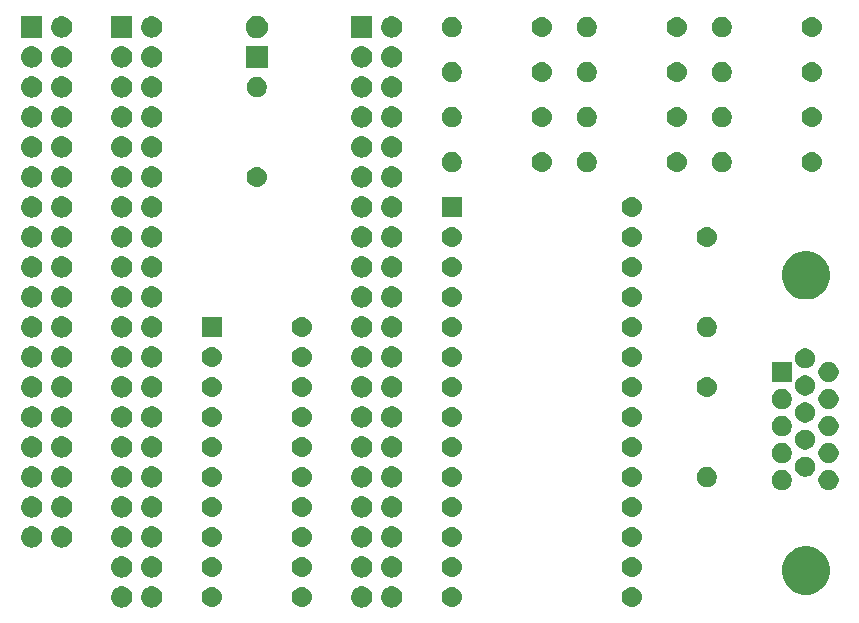
<source format=gbr>
G04 #@! TF.GenerationSoftware,KiCad,Pcbnew,5.0.2-1.fc29*
G04 #@! TF.CreationDate,2019-02-04T20:54:41+00:00*
G04 #@! TF.ProjectId,daughter,64617567-6874-4657-922e-6b696361645f,rev?*
G04 #@! TF.SameCoordinates,Original*
G04 #@! TF.FileFunction,Soldermask,Top*
G04 #@! TF.FilePolarity,Negative*
%FSLAX46Y46*%
G04 Gerber Fmt 4.6, Leading zero omitted, Abs format (unit mm)*
G04 Created by KiCad (PCBNEW 5.0.2-1.fc29) date Mon 04 Feb 2019 20:54:41 GMT*
%MOMM*%
%LPD*%
G01*
G04 APERTURE LIST*
%ADD10C,0.100000*%
G04 APERTURE END LIST*
D10*
G36*
X86470442Y-142615518D02*
X86536627Y-142622037D01*
X86649853Y-142656384D01*
X86706467Y-142673557D01*
X86793311Y-142719977D01*
X86862991Y-142757222D01*
X86898729Y-142786552D01*
X87000186Y-142869814D01*
X87083448Y-142971271D01*
X87112778Y-143007009D01*
X87112779Y-143007011D01*
X87196443Y-143163533D01*
X87213616Y-143220147D01*
X87247963Y-143333373D01*
X87265359Y-143510000D01*
X87247963Y-143686627D01*
X87213616Y-143799853D01*
X87196443Y-143856467D01*
X87127698Y-143985078D01*
X87112778Y-144012991D01*
X87083448Y-144048729D01*
X87000186Y-144150186D01*
X86898729Y-144233448D01*
X86862991Y-144262778D01*
X86862989Y-144262779D01*
X86706467Y-144346443D01*
X86699069Y-144348687D01*
X86536627Y-144397963D01*
X86470443Y-144404481D01*
X86404260Y-144411000D01*
X86315740Y-144411000D01*
X86249557Y-144404481D01*
X86183373Y-144397963D01*
X86020931Y-144348687D01*
X86013533Y-144346443D01*
X85857011Y-144262779D01*
X85857009Y-144262778D01*
X85821271Y-144233448D01*
X85719814Y-144150186D01*
X85636552Y-144048729D01*
X85607222Y-144012991D01*
X85592302Y-143985078D01*
X85523557Y-143856467D01*
X85506384Y-143799853D01*
X85472037Y-143686627D01*
X85454641Y-143510000D01*
X85472037Y-143333373D01*
X85506384Y-143220147D01*
X85523557Y-143163533D01*
X85607221Y-143007011D01*
X85607222Y-143007009D01*
X85636552Y-142971271D01*
X85719814Y-142869814D01*
X85821271Y-142786552D01*
X85857009Y-142757222D01*
X85926689Y-142719977D01*
X86013533Y-142673557D01*
X86070147Y-142656384D01*
X86183373Y-142622037D01*
X86249558Y-142615518D01*
X86315740Y-142609000D01*
X86404260Y-142609000D01*
X86470442Y-142615518D01*
X86470442Y-142615518D01*
G37*
G36*
X104250442Y-142615518D02*
X104316627Y-142622037D01*
X104429853Y-142656384D01*
X104486467Y-142673557D01*
X104573311Y-142719977D01*
X104642991Y-142757222D01*
X104678729Y-142786552D01*
X104780186Y-142869814D01*
X104863448Y-142971271D01*
X104892778Y-143007009D01*
X104892779Y-143007011D01*
X104976443Y-143163533D01*
X104993616Y-143220147D01*
X105027963Y-143333373D01*
X105045359Y-143510000D01*
X105027963Y-143686627D01*
X104993616Y-143799853D01*
X104976443Y-143856467D01*
X104907698Y-143985078D01*
X104892778Y-144012991D01*
X104863448Y-144048729D01*
X104780186Y-144150186D01*
X104678729Y-144233448D01*
X104642991Y-144262778D01*
X104642989Y-144262779D01*
X104486467Y-144346443D01*
X104479069Y-144348687D01*
X104316627Y-144397963D01*
X104250443Y-144404481D01*
X104184260Y-144411000D01*
X104095740Y-144411000D01*
X104029557Y-144404481D01*
X103963373Y-144397963D01*
X103800931Y-144348687D01*
X103793533Y-144346443D01*
X103637011Y-144262779D01*
X103637009Y-144262778D01*
X103601271Y-144233448D01*
X103499814Y-144150186D01*
X103416552Y-144048729D01*
X103387222Y-144012991D01*
X103372302Y-143985078D01*
X103303557Y-143856467D01*
X103286384Y-143799853D01*
X103252037Y-143686627D01*
X103234641Y-143510000D01*
X103252037Y-143333373D01*
X103286384Y-143220147D01*
X103303557Y-143163533D01*
X103387221Y-143007011D01*
X103387222Y-143007009D01*
X103416552Y-142971271D01*
X103499814Y-142869814D01*
X103601271Y-142786552D01*
X103637009Y-142757222D01*
X103706689Y-142719977D01*
X103793533Y-142673557D01*
X103850147Y-142656384D01*
X103963373Y-142622037D01*
X104029558Y-142615518D01*
X104095740Y-142609000D01*
X104184260Y-142609000D01*
X104250442Y-142615518D01*
X104250442Y-142615518D01*
G37*
G36*
X106790442Y-142615518D02*
X106856627Y-142622037D01*
X106969853Y-142656384D01*
X107026467Y-142673557D01*
X107113311Y-142719977D01*
X107182991Y-142757222D01*
X107218729Y-142786552D01*
X107320186Y-142869814D01*
X107403448Y-142971271D01*
X107432778Y-143007009D01*
X107432779Y-143007011D01*
X107516443Y-143163533D01*
X107533616Y-143220147D01*
X107567963Y-143333373D01*
X107585359Y-143510000D01*
X107567963Y-143686627D01*
X107533616Y-143799853D01*
X107516443Y-143856467D01*
X107447698Y-143985078D01*
X107432778Y-144012991D01*
X107403448Y-144048729D01*
X107320186Y-144150186D01*
X107218729Y-144233448D01*
X107182991Y-144262778D01*
X107182989Y-144262779D01*
X107026467Y-144346443D01*
X107019069Y-144348687D01*
X106856627Y-144397963D01*
X106790443Y-144404481D01*
X106724260Y-144411000D01*
X106635740Y-144411000D01*
X106569557Y-144404481D01*
X106503373Y-144397963D01*
X106340931Y-144348687D01*
X106333533Y-144346443D01*
X106177011Y-144262779D01*
X106177009Y-144262778D01*
X106141271Y-144233448D01*
X106039814Y-144150186D01*
X105956552Y-144048729D01*
X105927222Y-144012991D01*
X105912302Y-143985078D01*
X105843557Y-143856467D01*
X105826384Y-143799853D01*
X105792037Y-143686627D01*
X105774641Y-143510000D01*
X105792037Y-143333373D01*
X105826384Y-143220147D01*
X105843557Y-143163533D01*
X105927221Y-143007011D01*
X105927222Y-143007009D01*
X105956552Y-142971271D01*
X106039814Y-142869814D01*
X106141271Y-142786552D01*
X106177009Y-142757222D01*
X106246689Y-142719977D01*
X106333533Y-142673557D01*
X106390147Y-142656384D01*
X106503373Y-142622037D01*
X106569558Y-142615518D01*
X106635740Y-142609000D01*
X106724260Y-142609000D01*
X106790442Y-142615518D01*
X106790442Y-142615518D01*
G37*
G36*
X83930442Y-142615518D02*
X83996627Y-142622037D01*
X84109853Y-142656384D01*
X84166467Y-142673557D01*
X84253311Y-142719977D01*
X84322991Y-142757222D01*
X84358729Y-142786552D01*
X84460186Y-142869814D01*
X84543448Y-142971271D01*
X84572778Y-143007009D01*
X84572779Y-143007011D01*
X84656443Y-143163533D01*
X84673616Y-143220147D01*
X84707963Y-143333373D01*
X84725359Y-143510000D01*
X84707963Y-143686627D01*
X84673616Y-143799853D01*
X84656443Y-143856467D01*
X84587698Y-143985078D01*
X84572778Y-144012991D01*
X84543448Y-144048729D01*
X84460186Y-144150186D01*
X84358729Y-144233448D01*
X84322991Y-144262778D01*
X84322989Y-144262779D01*
X84166467Y-144346443D01*
X84159069Y-144348687D01*
X83996627Y-144397963D01*
X83930443Y-144404481D01*
X83864260Y-144411000D01*
X83775740Y-144411000D01*
X83709557Y-144404481D01*
X83643373Y-144397963D01*
X83480931Y-144348687D01*
X83473533Y-144346443D01*
X83317011Y-144262779D01*
X83317009Y-144262778D01*
X83281271Y-144233448D01*
X83179814Y-144150186D01*
X83096552Y-144048729D01*
X83067222Y-144012991D01*
X83052302Y-143985078D01*
X82983557Y-143856467D01*
X82966384Y-143799853D01*
X82932037Y-143686627D01*
X82914641Y-143510000D01*
X82932037Y-143333373D01*
X82966384Y-143220147D01*
X82983557Y-143163533D01*
X83067221Y-143007011D01*
X83067222Y-143007009D01*
X83096552Y-142971271D01*
X83179814Y-142869814D01*
X83281271Y-142786552D01*
X83317009Y-142757222D01*
X83386689Y-142719977D01*
X83473533Y-142673557D01*
X83530147Y-142656384D01*
X83643373Y-142622037D01*
X83709558Y-142615518D01*
X83775740Y-142609000D01*
X83864260Y-142609000D01*
X83930442Y-142615518D01*
X83930442Y-142615518D01*
G37*
G36*
X127166821Y-142671313D02*
X127166824Y-142671314D01*
X127166825Y-142671314D01*
X127327239Y-142719975D01*
X127327241Y-142719976D01*
X127327244Y-142719977D01*
X127475078Y-142798995D01*
X127604659Y-142905341D01*
X127711005Y-143034922D01*
X127790023Y-143182756D01*
X127790024Y-143182759D01*
X127790025Y-143182761D01*
X127835713Y-143333375D01*
X127838687Y-143343179D01*
X127855117Y-143510000D01*
X127838687Y-143676821D01*
X127838686Y-143676824D01*
X127838686Y-143676825D01*
X127835713Y-143686627D01*
X127790023Y-143837244D01*
X127711005Y-143985078D01*
X127604659Y-144114659D01*
X127475078Y-144221005D01*
X127327244Y-144300023D01*
X127327241Y-144300024D01*
X127327239Y-144300025D01*
X127166825Y-144348686D01*
X127166824Y-144348686D01*
X127166821Y-144348687D01*
X127041804Y-144361000D01*
X126958196Y-144361000D01*
X126833179Y-144348687D01*
X126833176Y-144348686D01*
X126833175Y-144348686D01*
X126672761Y-144300025D01*
X126672759Y-144300024D01*
X126672756Y-144300023D01*
X126524922Y-144221005D01*
X126395341Y-144114659D01*
X126288995Y-143985078D01*
X126209977Y-143837244D01*
X126164288Y-143686627D01*
X126161314Y-143676825D01*
X126161314Y-143676824D01*
X126161313Y-143676821D01*
X126144883Y-143510000D01*
X126161313Y-143343179D01*
X126164287Y-143333375D01*
X126209975Y-143182761D01*
X126209976Y-143182759D01*
X126209977Y-143182756D01*
X126288995Y-143034922D01*
X126395341Y-142905341D01*
X126524922Y-142798995D01*
X126672756Y-142719977D01*
X126672759Y-142719976D01*
X126672761Y-142719975D01*
X126833175Y-142671314D01*
X126833176Y-142671314D01*
X126833179Y-142671313D01*
X126958196Y-142659000D01*
X127041804Y-142659000D01*
X127166821Y-142671313D01*
X127166821Y-142671313D01*
G37*
G36*
X91606821Y-142671313D02*
X91606824Y-142671314D01*
X91606825Y-142671314D01*
X91767239Y-142719975D01*
X91767241Y-142719976D01*
X91767244Y-142719977D01*
X91915078Y-142798995D01*
X92044659Y-142905341D01*
X92151005Y-143034922D01*
X92230023Y-143182756D01*
X92230024Y-143182759D01*
X92230025Y-143182761D01*
X92275713Y-143333375D01*
X92278687Y-143343179D01*
X92295117Y-143510000D01*
X92278687Y-143676821D01*
X92278686Y-143676824D01*
X92278686Y-143676825D01*
X92275713Y-143686627D01*
X92230023Y-143837244D01*
X92151005Y-143985078D01*
X92044659Y-144114659D01*
X91915078Y-144221005D01*
X91767244Y-144300023D01*
X91767241Y-144300024D01*
X91767239Y-144300025D01*
X91606825Y-144348686D01*
X91606824Y-144348686D01*
X91606821Y-144348687D01*
X91481804Y-144361000D01*
X91398196Y-144361000D01*
X91273179Y-144348687D01*
X91273176Y-144348686D01*
X91273175Y-144348686D01*
X91112761Y-144300025D01*
X91112759Y-144300024D01*
X91112756Y-144300023D01*
X90964922Y-144221005D01*
X90835341Y-144114659D01*
X90728995Y-143985078D01*
X90649977Y-143837244D01*
X90604288Y-143686627D01*
X90601314Y-143676825D01*
X90601314Y-143676824D01*
X90601313Y-143676821D01*
X90584883Y-143510000D01*
X90601313Y-143343179D01*
X90604287Y-143333375D01*
X90649975Y-143182761D01*
X90649976Y-143182759D01*
X90649977Y-143182756D01*
X90728995Y-143034922D01*
X90835341Y-142905341D01*
X90964922Y-142798995D01*
X91112756Y-142719977D01*
X91112759Y-142719976D01*
X91112761Y-142719975D01*
X91273175Y-142671314D01*
X91273176Y-142671314D01*
X91273179Y-142671313D01*
X91398196Y-142659000D01*
X91481804Y-142659000D01*
X91606821Y-142671313D01*
X91606821Y-142671313D01*
G37*
G36*
X111926821Y-142671313D02*
X111926824Y-142671314D01*
X111926825Y-142671314D01*
X112087239Y-142719975D01*
X112087241Y-142719976D01*
X112087244Y-142719977D01*
X112235078Y-142798995D01*
X112364659Y-142905341D01*
X112471005Y-143034922D01*
X112550023Y-143182756D01*
X112550024Y-143182759D01*
X112550025Y-143182761D01*
X112595713Y-143333375D01*
X112598687Y-143343179D01*
X112615117Y-143510000D01*
X112598687Y-143676821D01*
X112598686Y-143676824D01*
X112598686Y-143676825D01*
X112595713Y-143686627D01*
X112550023Y-143837244D01*
X112471005Y-143985078D01*
X112364659Y-144114659D01*
X112235078Y-144221005D01*
X112087244Y-144300023D01*
X112087241Y-144300024D01*
X112087239Y-144300025D01*
X111926825Y-144348686D01*
X111926824Y-144348686D01*
X111926821Y-144348687D01*
X111801804Y-144361000D01*
X111718196Y-144361000D01*
X111593179Y-144348687D01*
X111593176Y-144348686D01*
X111593175Y-144348686D01*
X111432761Y-144300025D01*
X111432759Y-144300024D01*
X111432756Y-144300023D01*
X111284922Y-144221005D01*
X111155341Y-144114659D01*
X111048995Y-143985078D01*
X110969977Y-143837244D01*
X110924288Y-143686627D01*
X110921314Y-143676825D01*
X110921314Y-143676824D01*
X110921313Y-143676821D01*
X110904883Y-143510000D01*
X110921313Y-143343179D01*
X110924287Y-143333375D01*
X110969975Y-143182761D01*
X110969976Y-143182759D01*
X110969977Y-143182756D01*
X111048995Y-143034922D01*
X111155341Y-142905341D01*
X111284922Y-142798995D01*
X111432756Y-142719977D01*
X111432759Y-142719976D01*
X111432761Y-142719975D01*
X111593175Y-142671314D01*
X111593176Y-142671314D01*
X111593179Y-142671313D01*
X111718196Y-142659000D01*
X111801804Y-142659000D01*
X111926821Y-142671313D01*
X111926821Y-142671313D01*
G37*
G36*
X99226821Y-142671313D02*
X99226824Y-142671314D01*
X99226825Y-142671314D01*
X99387239Y-142719975D01*
X99387241Y-142719976D01*
X99387244Y-142719977D01*
X99535078Y-142798995D01*
X99664659Y-142905341D01*
X99771005Y-143034922D01*
X99850023Y-143182756D01*
X99850024Y-143182759D01*
X99850025Y-143182761D01*
X99895713Y-143333375D01*
X99898687Y-143343179D01*
X99915117Y-143510000D01*
X99898687Y-143676821D01*
X99898686Y-143676824D01*
X99898686Y-143676825D01*
X99895713Y-143686627D01*
X99850023Y-143837244D01*
X99771005Y-143985078D01*
X99664659Y-144114659D01*
X99535078Y-144221005D01*
X99387244Y-144300023D01*
X99387241Y-144300024D01*
X99387239Y-144300025D01*
X99226825Y-144348686D01*
X99226824Y-144348686D01*
X99226821Y-144348687D01*
X99101804Y-144361000D01*
X99018196Y-144361000D01*
X98893179Y-144348687D01*
X98893176Y-144348686D01*
X98893175Y-144348686D01*
X98732761Y-144300025D01*
X98732759Y-144300024D01*
X98732756Y-144300023D01*
X98584922Y-144221005D01*
X98455341Y-144114659D01*
X98348995Y-143985078D01*
X98269977Y-143837244D01*
X98224288Y-143686627D01*
X98221314Y-143676825D01*
X98221314Y-143676824D01*
X98221313Y-143676821D01*
X98204883Y-143510000D01*
X98221313Y-143343179D01*
X98224287Y-143333375D01*
X98269975Y-143182761D01*
X98269976Y-143182759D01*
X98269977Y-143182756D01*
X98348995Y-143034922D01*
X98455341Y-142905341D01*
X98584922Y-142798995D01*
X98732756Y-142719977D01*
X98732759Y-142719976D01*
X98732761Y-142719975D01*
X98893175Y-142671314D01*
X98893176Y-142671314D01*
X98893179Y-142671313D01*
X99018196Y-142659000D01*
X99101804Y-142659000D01*
X99226821Y-142671313D01*
X99226821Y-142671313D01*
G37*
G36*
X142348252Y-139302818D02*
X142348254Y-139302819D01*
X142348255Y-139302819D01*
X142721513Y-139457427D01*
X142721514Y-139457428D01*
X143057439Y-139681886D01*
X143343114Y-139967561D01*
X143343116Y-139967564D01*
X143567573Y-140303487D01*
X143700140Y-140623533D01*
X143722182Y-140676748D01*
X143801000Y-141072993D01*
X143801000Y-141477007D01*
X143732576Y-141821000D01*
X143722181Y-141873255D01*
X143567573Y-142246513D01*
X143567572Y-142246514D01*
X143343114Y-142582439D01*
X143057439Y-142868114D01*
X143057436Y-142868116D01*
X142721513Y-143092573D01*
X142348255Y-143247181D01*
X142348254Y-143247181D01*
X142348252Y-143247182D01*
X141952007Y-143326000D01*
X141547993Y-143326000D01*
X141151748Y-143247182D01*
X141151746Y-143247181D01*
X141151745Y-143247181D01*
X140778487Y-143092573D01*
X140442564Y-142868116D01*
X140442561Y-142868114D01*
X140156886Y-142582439D01*
X139932428Y-142246514D01*
X139932427Y-142246513D01*
X139777819Y-141873255D01*
X139767425Y-141821000D01*
X139699000Y-141477007D01*
X139699000Y-141072993D01*
X139777818Y-140676748D01*
X139799860Y-140623533D01*
X139932427Y-140303487D01*
X140156884Y-139967564D01*
X140156886Y-139967561D01*
X140442561Y-139681886D01*
X140778486Y-139457428D01*
X140778487Y-139457427D01*
X141151745Y-139302819D01*
X141151746Y-139302819D01*
X141151748Y-139302818D01*
X141547993Y-139224000D01*
X141952007Y-139224000D01*
X142348252Y-139302818D01*
X142348252Y-139302818D01*
G37*
G36*
X83930443Y-140075519D02*
X83996627Y-140082037D01*
X84109853Y-140116384D01*
X84166467Y-140133557D01*
X84253311Y-140179977D01*
X84322991Y-140217222D01*
X84358729Y-140246552D01*
X84460186Y-140329814D01*
X84543448Y-140431271D01*
X84572778Y-140467009D01*
X84572779Y-140467011D01*
X84656443Y-140623533D01*
X84672584Y-140676745D01*
X84707963Y-140793373D01*
X84725359Y-140970000D01*
X84707963Y-141146627D01*
X84673616Y-141259853D01*
X84656443Y-141316467D01*
X84587698Y-141445078D01*
X84572778Y-141472991D01*
X84569482Y-141477007D01*
X84460186Y-141610186D01*
X84358729Y-141693448D01*
X84322991Y-141722778D01*
X84322989Y-141722779D01*
X84166467Y-141806443D01*
X84159069Y-141808687D01*
X83996627Y-141857963D01*
X83930443Y-141864481D01*
X83864260Y-141871000D01*
X83775740Y-141871000D01*
X83709557Y-141864481D01*
X83643373Y-141857963D01*
X83480931Y-141808687D01*
X83473533Y-141806443D01*
X83317011Y-141722779D01*
X83317009Y-141722778D01*
X83281271Y-141693448D01*
X83179814Y-141610186D01*
X83070518Y-141477007D01*
X83067222Y-141472991D01*
X83052302Y-141445078D01*
X82983557Y-141316467D01*
X82966384Y-141259853D01*
X82932037Y-141146627D01*
X82914641Y-140970000D01*
X82932037Y-140793373D01*
X82967416Y-140676745D01*
X82983557Y-140623533D01*
X83067221Y-140467011D01*
X83067222Y-140467009D01*
X83096552Y-140431271D01*
X83179814Y-140329814D01*
X83281271Y-140246552D01*
X83317009Y-140217222D01*
X83386689Y-140179977D01*
X83473533Y-140133557D01*
X83530147Y-140116384D01*
X83643373Y-140082037D01*
X83709557Y-140075519D01*
X83775740Y-140069000D01*
X83864260Y-140069000D01*
X83930443Y-140075519D01*
X83930443Y-140075519D01*
G37*
G36*
X86470443Y-140075519D02*
X86536627Y-140082037D01*
X86649853Y-140116384D01*
X86706467Y-140133557D01*
X86793311Y-140179977D01*
X86862991Y-140217222D01*
X86898729Y-140246552D01*
X87000186Y-140329814D01*
X87083448Y-140431271D01*
X87112778Y-140467009D01*
X87112779Y-140467011D01*
X87196443Y-140623533D01*
X87212584Y-140676745D01*
X87247963Y-140793373D01*
X87265359Y-140970000D01*
X87247963Y-141146627D01*
X87213616Y-141259853D01*
X87196443Y-141316467D01*
X87127698Y-141445078D01*
X87112778Y-141472991D01*
X87109482Y-141477007D01*
X87000186Y-141610186D01*
X86898729Y-141693448D01*
X86862991Y-141722778D01*
X86862989Y-141722779D01*
X86706467Y-141806443D01*
X86699069Y-141808687D01*
X86536627Y-141857963D01*
X86470443Y-141864481D01*
X86404260Y-141871000D01*
X86315740Y-141871000D01*
X86249557Y-141864481D01*
X86183373Y-141857963D01*
X86020931Y-141808687D01*
X86013533Y-141806443D01*
X85857011Y-141722779D01*
X85857009Y-141722778D01*
X85821271Y-141693448D01*
X85719814Y-141610186D01*
X85610518Y-141477007D01*
X85607222Y-141472991D01*
X85592302Y-141445078D01*
X85523557Y-141316467D01*
X85506384Y-141259853D01*
X85472037Y-141146627D01*
X85454641Y-140970000D01*
X85472037Y-140793373D01*
X85507416Y-140676745D01*
X85523557Y-140623533D01*
X85607221Y-140467011D01*
X85607222Y-140467009D01*
X85636552Y-140431271D01*
X85719814Y-140329814D01*
X85821271Y-140246552D01*
X85857009Y-140217222D01*
X85926689Y-140179977D01*
X86013533Y-140133557D01*
X86070147Y-140116384D01*
X86183373Y-140082037D01*
X86249557Y-140075519D01*
X86315740Y-140069000D01*
X86404260Y-140069000D01*
X86470443Y-140075519D01*
X86470443Y-140075519D01*
G37*
G36*
X104250443Y-140075519D02*
X104316627Y-140082037D01*
X104429853Y-140116384D01*
X104486467Y-140133557D01*
X104573311Y-140179977D01*
X104642991Y-140217222D01*
X104678729Y-140246552D01*
X104780186Y-140329814D01*
X104863448Y-140431271D01*
X104892778Y-140467009D01*
X104892779Y-140467011D01*
X104976443Y-140623533D01*
X104992584Y-140676745D01*
X105027963Y-140793373D01*
X105045359Y-140970000D01*
X105027963Y-141146627D01*
X104993616Y-141259853D01*
X104976443Y-141316467D01*
X104907698Y-141445078D01*
X104892778Y-141472991D01*
X104889482Y-141477007D01*
X104780186Y-141610186D01*
X104678729Y-141693448D01*
X104642991Y-141722778D01*
X104642989Y-141722779D01*
X104486467Y-141806443D01*
X104479069Y-141808687D01*
X104316627Y-141857963D01*
X104250443Y-141864481D01*
X104184260Y-141871000D01*
X104095740Y-141871000D01*
X104029557Y-141864481D01*
X103963373Y-141857963D01*
X103800931Y-141808687D01*
X103793533Y-141806443D01*
X103637011Y-141722779D01*
X103637009Y-141722778D01*
X103601271Y-141693448D01*
X103499814Y-141610186D01*
X103390518Y-141477007D01*
X103387222Y-141472991D01*
X103372302Y-141445078D01*
X103303557Y-141316467D01*
X103286384Y-141259853D01*
X103252037Y-141146627D01*
X103234641Y-140970000D01*
X103252037Y-140793373D01*
X103287416Y-140676745D01*
X103303557Y-140623533D01*
X103387221Y-140467011D01*
X103387222Y-140467009D01*
X103416552Y-140431271D01*
X103499814Y-140329814D01*
X103601271Y-140246552D01*
X103637009Y-140217222D01*
X103706689Y-140179977D01*
X103793533Y-140133557D01*
X103850147Y-140116384D01*
X103963373Y-140082037D01*
X104029557Y-140075519D01*
X104095740Y-140069000D01*
X104184260Y-140069000D01*
X104250443Y-140075519D01*
X104250443Y-140075519D01*
G37*
G36*
X106790443Y-140075519D02*
X106856627Y-140082037D01*
X106969853Y-140116384D01*
X107026467Y-140133557D01*
X107113311Y-140179977D01*
X107182991Y-140217222D01*
X107218729Y-140246552D01*
X107320186Y-140329814D01*
X107403448Y-140431271D01*
X107432778Y-140467009D01*
X107432779Y-140467011D01*
X107516443Y-140623533D01*
X107532584Y-140676745D01*
X107567963Y-140793373D01*
X107585359Y-140970000D01*
X107567963Y-141146627D01*
X107533616Y-141259853D01*
X107516443Y-141316467D01*
X107447698Y-141445078D01*
X107432778Y-141472991D01*
X107429482Y-141477007D01*
X107320186Y-141610186D01*
X107218729Y-141693448D01*
X107182991Y-141722778D01*
X107182989Y-141722779D01*
X107026467Y-141806443D01*
X107019069Y-141808687D01*
X106856627Y-141857963D01*
X106790443Y-141864481D01*
X106724260Y-141871000D01*
X106635740Y-141871000D01*
X106569557Y-141864481D01*
X106503373Y-141857963D01*
X106340931Y-141808687D01*
X106333533Y-141806443D01*
X106177011Y-141722779D01*
X106177009Y-141722778D01*
X106141271Y-141693448D01*
X106039814Y-141610186D01*
X105930518Y-141477007D01*
X105927222Y-141472991D01*
X105912302Y-141445078D01*
X105843557Y-141316467D01*
X105826384Y-141259853D01*
X105792037Y-141146627D01*
X105774641Y-140970000D01*
X105792037Y-140793373D01*
X105827416Y-140676745D01*
X105843557Y-140623533D01*
X105927221Y-140467011D01*
X105927222Y-140467009D01*
X105956552Y-140431271D01*
X106039814Y-140329814D01*
X106141271Y-140246552D01*
X106177009Y-140217222D01*
X106246689Y-140179977D01*
X106333533Y-140133557D01*
X106390147Y-140116384D01*
X106503373Y-140082037D01*
X106569557Y-140075519D01*
X106635740Y-140069000D01*
X106724260Y-140069000D01*
X106790443Y-140075519D01*
X106790443Y-140075519D01*
G37*
G36*
X127166821Y-140131313D02*
X127166824Y-140131314D01*
X127166825Y-140131314D01*
X127327239Y-140179975D01*
X127327241Y-140179976D01*
X127327244Y-140179977D01*
X127475078Y-140258995D01*
X127604659Y-140365341D01*
X127711005Y-140494922D01*
X127790023Y-140642756D01*
X127790024Y-140642759D01*
X127790025Y-140642761D01*
X127835713Y-140793375D01*
X127838687Y-140803179D01*
X127855117Y-140970000D01*
X127838687Y-141136821D01*
X127838686Y-141136824D01*
X127838686Y-141136825D01*
X127835713Y-141146627D01*
X127790023Y-141297244D01*
X127711005Y-141445078D01*
X127604659Y-141574659D01*
X127475078Y-141681005D01*
X127327244Y-141760023D01*
X127327241Y-141760024D01*
X127327239Y-141760025D01*
X127166825Y-141808686D01*
X127166824Y-141808686D01*
X127166821Y-141808687D01*
X127041804Y-141821000D01*
X126958196Y-141821000D01*
X126833179Y-141808687D01*
X126833176Y-141808686D01*
X126833175Y-141808686D01*
X126672761Y-141760025D01*
X126672759Y-141760024D01*
X126672756Y-141760023D01*
X126524922Y-141681005D01*
X126395341Y-141574659D01*
X126288995Y-141445078D01*
X126209977Y-141297244D01*
X126164288Y-141146627D01*
X126161314Y-141136825D01*
X126161314Y-141136824D01*
X126161313Y-141136821D01*
X126144883Y-140970000D01*
X126161313Y-140803179D01*
X126164287Y-140793375D01*
X126209975Y-140642761D01*
X126209976Y-140642759D01*
X126209977Y-140642756D01*
X126288995Y-140494922D01*
X126395341Y-140365341D01*
X126524922Y-140258995D01*
X126672756Y-140179977D01*
X126672759Y-140179976D01*
X126672761Y-140179975D01*
X126833175Y-140131314D01*
X126833176Y-140131314D01*
X126833179Y-140131313D01*
X126958196Y-140119000D01*
X127041804Y-140119000D01*
X127166821Y-140131313D01*
X127166821Y-140131313D01*
G37*
G36*
X99226821Y-140131313D02*
X99226824Y-140131314D01*
X99226825Y-140131314D01*
X99387239Y-140179975D01*
X99387241Y-140179976D01*
X99387244Y-140179977D01*
X99535078Y-140258995D01*
X99664659Y-140365341D01*
X99771005Y-140494922D01*
X99850023Y-140642756D01*
X99850024Y-140642759D01*
X99850025Y-140642761D01*
X99895713Y-140793375D01*
X99898687Y-140803179D01*
X99915117Y-140970000D01*
X99898687Y-141136821D01*
X99898686Y-141136824D01*
X99898686Y-141136825D01*
X99895713Y-141146627D01*
X99850023Y-141297244D01*
X99771005Y-141445078D01*
X99664659Y-141574659D01*
X99535078Y-141681005D01*
X99387244Y-141760023D01*
X99387241Y-141760024D01*
X99387239Y-141760025D01*
X99226825Y-141808686D01*
X99226824Y-141808686D01*
X99226821Y-141808687D01*
X99101804Y-141821000D01*
X99018196Y-141821000D01*
X98893179Y-141808687D01*
X98893176Y-141808686D01*
X98893175Y-141808686D01*
X98732761Y-141760025D01*
X98732759Y-141760024D01*
X98732756Y-141760023D01*
X98584922Y-141681005D01*
X98455341Y-141574659D01*
X98348995Y-141445078D01*
X98269977Y-141297244D01*
X98224288Y-141146627D01*
X98221314Y-141136825D01*
X98221314Y-141136824D01*
X98221313Y-141136821D01*
X98204883Y-140970000D01*
X98221313Y-140803179D01*
X98224287Y-140793375D01*
X98269975Y-140642761D01*
X98269976Y-140642759D01*
X98269977Y-140642756D01*
X98348995Y-140494922D01*
X98455341Y-140365341D01*
X98584922Y-140258995D01*
X98732756Y-140179977D01*
X98732759Y-140179976D01*
X98732761Y-140179975D01*
X98893175Y-140131314D01*
X98893176Y-140131314D01*
X98893179Y-140131313D01*
X99018196Y-140119000D01*
X99101804Y-140119000D01*
X99226821Y-140131313D01*
X99226821Y-140131313D01*
G37*
G36*
X111926821Y-140131313D02*
X111926824Y-140131314D01*
X111926825Y-140131314D01*
X112087239Y-140179975D01*
X112087241Y-140179976D01*
X112087244Y-140179977D01*
X112235078Y-140258995D01*
X112364659Y-140365341D01*
X112471005Y-140494922D01*
X112550023Y-140642756D01*
X112550024Y-140642759D01*
X112550025Y-140642761D01*
X112595713Y-140793375D01*
X112598687Y-140803179D01*
X112615117Y-140970000D01*
X112598687Y-141136821D01*
X112598686Y-141136824D01*
X112598686Y-141136825D01*
X112595713Y-141146627D01*
X112550023Y-141297244D01*
X112471005Y-141445078D01*
X112364659Y-141574659D01*
X112235078Y-141681005D01*
X112087244Y-141760023D01*
X112087241Y-141760024D01*
X112087239Y-141760025D01*
X111926825Y-141808686D01*
X111926824Y-141808686D01*
X111926821Y-141808687D01*
X111801804Y-141821000D01*
X111718196Y-141821000D01*
X111593179Y-141808687D01*
X111593176Y-141808686D01*
X111593175Y-141808686D01*
X111432761Y-141760025D01*
X111432759Y-141760024D01*
X111432756Y-141760023D01*
X111284922Y-141681005D01*
X111155341Y-141574659D01*
X111048995Y-141445078D01*
X110969977Y-141297244D01*
X110924288Y-141146627D01*
X110921314Y-141136825D01*
X110921314Y-141136824D01*
X110921313Y-141136821D01*
X110904883Y-140970000D01*
X110921313Y-140803179D01*
X110924287Y-140793375D01*
X110969975Y-140642761D01*
X110969976Y-140642759D01*
X110969977Y-140642756D01*
X111048995Y-140494922D01*
X111155341Y-140365341D01*
X111284922Y-140258995D01*
X111432756Y-140179977D01*
X111432759Y-140179976D01*
X111432761Y-140179975D01*
X111593175Y-140131314D01*
X111593176Y-140131314D01*
X111593179Y-140131313D01*
X111718196Y-140119000D01*
X111801804Y-140119000D01*
X111926821Y-140131313D01*
X111926821Y-140131313D01*
G37*
G36*
X91606821Y-140131313D02*
X91606824Y-140131314D01*
X91606825Y-140131314D01*
X91767239Y-140179975D01*
X91767241Y-140179976D01*
X91767244Y-140179977D01*
X91915078Y-140258995D01*
X92044659Y-140365341D01*
X92151005Y-140494922D01*
X92230023Y-140642756D01*
X92230024Y-140642759D01*
X92230025Y-140642761D01*
X92275713Y-140793375D01*
X92278687Y-140803179D01*
X92295117Y-140970000D01*
X92278687Y-141136821D01*
X92278686Y-141136824D01*
X92278686Y-141136825D01*
X92275713Y-141146627D01*
X92230023Y-141297244D01*
X92151005Y-141445078D01*
X92044659Y-141574659D01*
X91915078Y-141681005D01*
X91767244Y-141760023D01*
X91767241Y-141760024D01*
X91767239Y-141760025D01*
X91606825Y-141808686D01*
X91606824Y-141808686D01*
X91606821Y-141808687D01*
X91481804Y-141821000D01*
X91398196Y-141821000D01*
X91273179Y-141808687D01*
X91273176Y-141808686D01*
X91273175Y-141808686D01*
X91112761Y-141760025D01*
X91112759Y-141760024D01*
X91112756Y-141760023D01*
X90964922Y-141681005D01*
X90835341Y-141574659D01*
X90728995Y-141445078D01*
X90649977Y-141297244D01*
X90604288Y-141146627D01*
X90601314Y-141136825D01*
X90601314Y-141136824D01*
X90601313Y-141136821D01*
X90584883Y-140970000D01*
X90601313Y-140803179D01*
X90604287Y-140793375D01*
X90649975Y-140642761D01*
X90649976Y-140642759D01*
X90649977Y-140642756D01*
X90728995Y-140494922D01*
X90835341Y-140365341D01*
X90964922Y-140258995D01*
X91112756Y-140179977D01*
X91112759Y-140179976D01*
X91112761Y-140179975D01*
X91273175Y-140131314D01*
X91273176Y-140131314D01*
X91273179Y-140131313D01*
X91398196Y-140119000D01*
X91481804Y-140119000D01*
X91606821Y-140131313D01*
X91606821Y-140131313D01*
G37*
G36*
X104250443Y-137535519D02*
X104316627Y-137542037D01*
X104429853Y-137576384D01*
X104486467Y-137593557D01*
X104573311Y-137639977D01*
X104642991Y-137677222D01*
X104678729Y-137706552D01*
X104780186Y-137789814D01*
X104863448Y-137891271D01*
X104892778Y-137927009D01*
X104892779Y-137927011D01*
X104976443Y-138083533D01*
X104993616Y-138140147D01*
X105027963Y-138253373D01*
X105045359Y-138430000D01*
X105027963Y-138606627D01*
X104993616Y-138719853D01*
X104976443Y-138776467D01*
X104907698Y-138905078D01*
X104892778Y-138932991D01*
X104863448Y-138968729D01*
X104780186Y-139070186D01*
X104678729Y-139153448D01*
X104642991Y-139182778D01*
X104642989Y-139182779D01*
X104486467Y-139266443D01*
X104479069Y-139268687D01*
X104316627Y-139317963D01*
X104250443Y-139324481D01*
X104184260Y-139331000D01*
X104095740Y-139331000D01*
X104029557Y-139324481D01*
X103963373Y-139317963D01*
X103800931Y-139268687D01*
X103793533Y-139266443D01*
X103637011Y-139182779D01*
X103637009Y-139182778D01*
X103601271Y-139153448D01*
X103499814Y-139070186D01*
X103416552Y-138968729D01*
X103387222Y-138932991D01*
X103372302Y-138905078D01*
X103303557Y-138776467D01*
X103286384Y-138719853D01*
X103252037Y-138606627D01*
X103234641Y-138430000D01*
X103252037Y-138253373D01*
X103286384Y-138140147D01*
X103303557Y-138083533D01*
X103387221Y-137927011D01*
X103387222Y-137927009D01*
X103416552Y-137891271D01*
X103499814Y-137789814D01*
X103601271Y-137706552D01*
X103637009Y-137677222D01*
X103706689Y-137639977D01*
X103793533Y-137593557D01*
X103850147Y-137576384D01*
X103963373Y-137542037D01*
X104029557Y-137535519D01*
X104095740Y-137529000D01*
X104184260Y-137529000D01*
X104250443Y-137535519D01*
X104250443Y-137535519D01*
G37*
G36*
X76310443Y-137535519D02*
X76376627Y-137542037D01*
X76489853Y-137576384D01*
X76546467Y-137593557D01*
X76633311Y-137639977D01*
X76702991Y-137677222D01*
X76738729Y-137706552D01*
X76840186Y-137789814D01*
X76923448Y-137891271D01*
X76952778Y-137927009D01*
X76952779Y-137927011D01*
X77036443Y-138083533D01*
X77053616Y-138140147D01*
X77087963Y-138253373D01*
X77105359Y-138430000D01*
X77087963Y-138606627D01*
X77053616Y-138719853D01*
X77036443Y-138776467D01*
X76967698Y-138905078D01*
X76952778Y-138932991D01*
X76923448Y-138968729D01*
X76840186Y-139070186D01*
X76738729Y-139153448D01*
X76702991Y-139182778D01*
X76702989Y-139182779D01*
X76546467Y-139266443D01*
X76539069Y-139268687D01*
X76376627Y-139317963D01*
X76310443Y-139324481D01*
X76244260Y-139331000D01*
X76155740Y-139331000D01*
X76089557Y-139324481D01*
X76023373Y-139317963D01*
X75860931Y-139268687D01*
X75853533Y-139266443D01*
X75697011Y-139182779D01*
X75697009Y-139182778D01*
X75661271Y-139153448D01*
X75559814Y-139070186D01*
X75476552Y-138968729D01*
X75447222Y-138932991D01*
X75432302Y-138905078D01*
X75363557Y-138776467D01*
X75346384Y-138719853D01*
X75312037Y-138606627D01*
X75294641Y-138430000D01*
X75312037Y-138253373D01*
X75346384Y-138140147D01*
X75363557Y-138083533D01*
X75447221Y-137927011D01*
X75447222Y-137927009D01*
X75476552Y-137891271D01*
X75559814Y-137789814D01*
X75661271Y-137706552D01*
X75697009Y-137677222D01*
X75766689Y-137639977D01*
X75853533Y-137593557D01*
X75910147Y-137576384D01*
X76023373Y-137542037D01*
X76089557Y-137535519D01*
X76155740Y-137529000D01*
X76244260Y-137529000D01*
X76310443Y-137535519D01*
X76310443Y-137535519D01*
G37*
G36*
X86470443Y-137535519D02*
X86536627Y-137542037D01*
X86649853Y-137576384D01*
X86706467Y-137593557D01*
X86793311Y-137639977D01*
X86862991Y-137677222D01*
X86898729Y-137706552D01*
X87000186Y-137789814D01*
X87083448Y-137891271D01*
X87112778Y-137927009D01*
X87112779Y-137927011D01*
X87196443Y-138083533D01*
X87213616Y-138140147D01*
X87247963Y-138253373D01*
X87265359Y-138430000D01*
X87247963Y-138606627D01*
X87213616Y-138719853D01*
X87196443Y-138776467D01*
X87127698Y-138905078D01*
X87112778Y-138932991D01*
X87083448Y-138968729D01*
X87000186Y-139070186D01*
X86898729Y-139153448D01*
X86862991Y-139182778D01*
X86862989Y-139182779D01*
X86706467Y-139266443D01*
X86699069Y-139268687D01*
X86536627Y-139317963D01*
X86470443Y-139324481D01*
X86404260Y-139331000D01*
X86315740Y-139331000D01*
X86249557Y-139324481D01*
X86183373Y-139317963D01*
X86020931Y-139268687D01*
X86013533Y-139266443D01*
X85857011Y-139182779D01*
X85857009Y-139182778D01*
X85821271Y-139153448D01*
X85719814Y-139070186D01*
X85636552Y-138968729D01*
X85607222Y-138932991D01*
X85592302Y-138905078D01*
X85523557Y-138776467D01*
X85506384Y-138719853D01*
X85472037Y-138606627D01*
X85454641Y-138430000D01*
X85472037Y-138253373D01*
X85506384Y-138140147D01*
X85523557Y-138083533D01*
X85607221Y-137927011D01*
X85607222Y-137927009D01*
X85636552Y-137891271D01*
X85719814Y-137789814D01*
X85821271Y-137706552D01*
X85857009Y-137677222D01*
X85926689Y-137639977D01*
X86013533Y-137593557D01*
X86070147Y-137576384D01*
X86183373Y-137542037D01*
X86249557Y-137535519D01*
X86315740Y-137529000D01*
X86404260Y-137529000D01*
X86470443Y-137535519D01*
X86470443Y-137535519D01*
G37*
G36*
X78850443Y-137535519D02*
X78916627Y-137542037D01*
X79029853Y-137576384D01*
X79086467Y-137593557D01*
X79173311Y-137639977D01*
X79242991Y-137677222D01*
X79278729Y-137706552D01*
X79380186Y-137789814D01*
X79463448Y-137891271D01*
X79492778Y-137927009D01*
X79492779Y-137927011D01*
X79576443Y-138083533D01*
X79593616Y-138140147D01*
X79627963Y-138253373D01*
X79645359Y-138430000D01*
X79627963Y-138606627D01*
X79593616Y-138719853D01*
X79576443Y-138776467D01*
X79507698Y-138905078D01*
X79492778Y-138932991D01*
X79463448Y-138968729D01*
X79380186Y-139070186D01*
X79278729Y-139153448D01*
X79242991Y-139182778D01*
X79242989Y-139182779D01*
X79086467Y-139266443D01*
X79079069Y-139268687D01*
X78916627Y-139317963D01*
X78850443Y-139324481D01*
X78784260Y-139331000D01*
X78695740Y-139331000D01*
X78629557Y-139324481D01*
X78563373Y-139317963D01*
X78400931Y-139268687D01*
X78393533Y-139266443D01*
X78237011Y-139182779D01*
X78237009Y-139182778D01*
X78201271Y-139153448D01*
X78099814Y-139070186D01*
X78016552Y-138968729D01*
X77987222Y-138932991D01*
X77972302Y-138905078D01*
X77903557Y-138776467D01*
X77886384Y-138719853D01*
X77852037Y-138606627D01*
X77834641Y-138430000D01*
X77852037Y-138253373D01*
X77886384Y-138140147D01*
X77903557Y-138083533D01*
X77987221Y-137927011D01*
X77987222Y-137927009D01*
X78016552Y-137891271D01*
X78099814Y-137789814D01*
X78201271Y-137706552D01*
X78237009Y-137677222D01*
X78306689Y-137639977D01*
X78393533Y-137593557D01*
X78450147Y-137576384D01*
X78563373Y-137542037D01*
X78629557Y-137535519D01*
X78695740Y-137529000D01*
X78784260Y-137529000D01*
X78850443Y-137535519D01*
X78850443Y-137535519D01*
G37*
G36*
X106790443Y-137535519D02*
X106856627Y-137542037D01*
X106969853Y-137576384D01*
X107026467Y-137593557D01*
X107113311Y-137639977D01*
X107182991Y-137677222D01*
X107218729Y-137706552D01*
X107320186Y-137789814D01*
X107403448Y-137891271D01*
X107432778Y-137927009D01*
X107432779Y-137927011D01*
X107516443Y-138083533D01*
X107533616Y-138140147D01*
X107567963Y-138253373D01*
X107585359Y-138430000D01*
X107567963Y-138606627D01*
X107533616Y-138719853D01*
X107516443Y-138776467D01*
X107447698Y-138905078D01*
X107432778Y-138932991D01*
X107403448Y-138968729D01*
X107320186Y-139070186D01*
X107218729Y-139153448D01*
X107182991Y-139182778D01*
X107182989Y-139182779D01*
X107026467Y-139266443D01*
X107019069Y-139268687D01*
X106856627Y-139317963D01*
X106790443Y-139324481D01*
X106724260Y-139331000D01*
X106635740Y-139331000D01*
X106569557Y-139324481D01*
X106503373Y-139317963D01*
X106340931Y-139268687D01*
X106333533Y-139266443D01*
X106177011Y-139182779D01*
X106177009Y-139182778D01*
X106141271Y-139153448D01*
X106039814Y-139070186D01*
X105956552Y-138968729D01*
X105927222Y-138932991D01*
X105912302Y-138905078D01*
X105843557Y-138776467D01*
X105826384Y-138719853D01*
X105792037Y-138606627D01*
X105774641Y-138430000D01*
X105792037Y-138253373D01*
X105826384Y-138140147D01*
X105843557Y-138083533D01*
X105927221Y-137927011D01*
X105927222Y-137927009D01*
X105956552Y-137891271D01*
X106039814Y-137789814D01*
X106141271Y-137706552D01*
X106177009Y-137677222D01*
X106246689Y-137639977D01*
X106333533Y-137593557D01*
X106390147Y-137576384D01*
X106503373Y-137542037D01*
X106569557Y-137535519D01*
X106635740Y-137529000D01*
X106724260Y-137529000D01*
X106790443Y-137535519D01*
X106790443Y-137535519D01*
G37*
G36*
X83930443Y-137535519D02*
X83996627Y-137542037D01*
X84109853Y-137576384D01*
X84166467Y-137593557D01*
X84253311Y-137639977D01*
X84322991Y-137677222D01*
X84358729Y-137706552D01*
X84460186Y-137789814D01*
X84543448Y-137891271D01*
X84572778Y-137927009D01*
X84572779Y-137927011D01*
X84656443Y-138083533D01*
X84673616Y-138140147D01*
X84707963Y-138253373D01*
X84725359Y-138430000D01*
X84707963Y-138606627D01*
X84673616Y-138719853D01*
X84656443Y-138776467D01*
X84587698Y-138905078D01*
X84572778Y-138932991D01*
X84543448Y-138968729D01*
X84460186Y-139070186D01*
X84358729Y-139153448D01*
X84322991Y-139182778D01*
X84322989Y-139182779D01*
X84166467Y-139266443D01*
X84159069Y-139268687D01*
X83996627Y-139317963D01*
X83930443Y-139324481D01*
X83864260Y-139331000D01*
X83775740Y-139331000D01*
X83709557Y-139324481D01*
X83643373Y-139317963D01*
X83480931Y-139268687D01*
X83473533Y-139266443D01*
X83317011Y-139182779D01*
X83317009Y-139182778D01*
X83281271Y-139153448D01*
X83179814Y-139070186D01*
X83096552Y-138968729D01*
X83067222Y-138932991D01*
X83052302Y-138905078D01*
X82983557Y-138776467D01*
X82966384Y-138719853D01*
X82932037Y-138606627D01*
X82914641Y-138430000D01*
X82932037Y-138253373D01*
X82966384Y-138140147D01*
X82983557Y-138083533D01*
X83067221Y-137927011D01*
X83067222Y-137927009D01*
X83096552Y-137891271D01*
X83179814Y-137789814D01*
X83281271Y-137706552D01*
X83317009Y-137677222D01*
X83386689Y-137639977D01*
X83473533Y-137593557D01*
X83530147Y-137576384D01*
X83643373Y-137542037D01*
X83709557Y-137535519D01*
X83775740Y-137529000D01*
X83864260Y-137529000D01*
X83930443Y-137535519D01*
X83930443Y-137535519D01*
G37*
G36*
X91606821Y-137591313D02*
X91606824Y-137591314D01*
X91606825Y-137591314D01*
X91767239Y-137639975D01*
X91767241Y-137639976D01*
X91767244Y-137639977D01*
X91915078Y-137718995D01*
X92044659Y-137825341D01*
X92151005Y-137954922D01*
X92230023Y-138102756D01*
X92230024Y-138102759D01*
X92230025Y-138102761D01*
X92275713Y-138253375D01*
X92278687Y-138263179D01*
X92295117Y-138430000D01*
X92278687Y-138596821D01*
X92278686Y-138596824D01*
X92278686Y-138596825D01*
X92275713Y-138606627D01*
X92230023Y-138757244D01*
X92151005Y-138905078D01*
X92044659Y-139034659D01*
X91915078Y-139141005D01*
X91767244Y-139220023D01*
X91767241Y-139220024D01*
X91767239Y-139220025D01*
X91606825Y-139268686D01*
X91606824Y-139268686D01*
X91606821Y-139268687D01*
X91481804Y-139281000D01*
X91398196Y-139281000D01*
X91273179Y-139268687D01*
X91273176Y-139268686D01*
X91273175Y-139268686D01*
X91112761Y-139220025D01*
X91112759Y-139220024D01*
X91112756Y-139220023D01*
X90964922Y-139141005D01*
X90835341Y-139034659D01*
X90728995Y-138905078D01*
X90649977Y-138757244D01*
X90604288Y-138606627D01*
X90601314Y-138596825D01*
X90601314Y-138596824D01*
X90601313Y-138596821D01*
X90584883Y-138430000D01*
X90601313Y-138263179D01*
X90604287Y-138253375D01*
X90649975Y-138102761D01*
X90649976Y-138102759D01*
X90649977Y-138102756D01*
X90728995Y-137954922D01*
X90835341Y-137825341D01*
X90964922Y-137718995D01*
X91112756Y-137639977D01*
X91112759Y-137639976D01*
X91112761Y-137639975D01*
X91273175Y-137591314D01*
X91273176Y-137591314D01*
X91273179Y-137591313D01*
X91398196Y-137579000D01*
X91481804Y-137579000D01*
X91606821Y-137591313D01*
X91606821Y-137591313D01*
G37*
G36*
X99226821Y-137591313D02*
X99226824Y-137591314D01*
X99226825Y-137591314D01*
X99387239Y-137639975D01*
X99387241Y-137639976D01*
X99387244Y-137639977D01*
X99535078Y-137718995D01*
X99664659Y-137825341D01*
X99771005Y-137954922D01*
X99850023Y-138102756D01*
X99850024Y-138102759D01*
X99850025Y-138102761D01*
X99895713Y-138253375D01*
X99898687Y-138263179D01*
X99915117Y-138430000D01*
X99898687Y-138596821D01*
X99898686Y-138596824D01*
X99898686Y-138596825D01*
X99895713Y-138606627D01*
X99850023Y-138757244D01*
X99771005Y-138905078D01*
X99664659Y-139034659D01*
X99535078Y-139141005D01*
X99387244Y-139220023D01*
X99387241Y-139220024D01*
X99387239Y-139220025D01*
X99226825Y-139268686D01*
X99226824Y-139268686D01*
X99226821Y-139268687D01*
X99101804Y-139281000D01*
X99018196Y-139281000D01*
X98893179Y-139268687D01*
X98893176Y-139268686D01*
X98893175Y-139268686D01*
X98732761Y-139220025D01*
X98732759Y-139220024D01*
X98732756Y-139220023D01*
X98584922Y-139141005D01*
X98455341Y-139034659D01*
X98348995Y-138905078D01*
X98269977Y-138757244D01*
X98224288Y-138606627D01*
X98221314Y-138596825D01*
X98221314Y-138596824D01*
X98221313Y-138596821D01*
X98204883Y-138430000D01*
X98221313Y-138263179D01*
X98224287Y-138253375D01*
X98269975Y-138102761D01*
X98269976Y-138102759D01*
X98269977Y-138102756D01*
X98348995Y-137954922D01*
X98455341Y-137825341D01*
X98584922Y-137718995D01*
X98732756Y-137639977D01*
X98732759Y-137639976D01*
X98732761Y-137639975D01*
X98893175Y-137591314D01*
X98893176Y-137591314D01*
X98893179Y-137591313D01*
X99018196Y-137579000D01*
X99101804Y-137579000D01*
X99226821Y-137591313D01*
X99226821Y-137591313D01*
G37*
G36*
X111926821Y-137591313D02*
X111926824Y-137591314D01*
X111926825Y-137591314D01*
X112087239Y-137639975D01*
X112087241Y-137639976D01*
X112087244Y-137639977D01*
X112235078Y-137718995D01*
X112364659Y-137825341D01*
X112471005Y-137954922D01*
X112550023Y-138102756D01*
X112550024Y-138102759D01*
X112550025Y-138102761D01*
X112595713Y-138253375D01*
X112598687Y-138263179D01*
X112615117Y-138430000D01*
X112598687Y-138596821D01*
X112598686Y-138596824D01*
X112598686Y-138596825D01*
X112595713Y-138606627D01*
X112550023Y-138757244D01*
X112471005Y-138905078D01*
X112364659Y-139034659D01*
X112235078Y-139141005D01*
X112087244Y-139220023D01*
X112087241Y-139220024D01*
X112087239Y-139220025D01*
X111926825Y-139268686D01*
X111926824Y-139268686D01*
X111926821Y-139268687D01*
X111801804Y-139281000D01*
X111718196Y-139281000D01*
X111593179Y-139268687D01*
X111593176Y-139268686D01*
X111593175Y-139268686D01*
X111432761Y-139220025D01*
X111432759Y-139220024D01*
X111432756Y-139220023D01*
X111284922Y-139141005D01*
X111155341Y-139034659D01*
X111048995Y-138905078D01*
X110969977Y-138757244D01*
X110924288Y-138606627D01*
X110921314Y-138596825D01*
X110921314Y-138596824D01*
X110921313Y-138596821D01*
X110904883Y-138430000D01*
X110921313Y-138263179D01*
X110924287Y-138253375D01*
X110969975Y-138102761D01*
X110969976Y-138102759D01*
X110969977Y-138102756D01*
X111048995Y-137954922D01*
X111155341Y-137825341D01*
X111284922Y-137718995D01*
X111432756Y-137639977D01*
X111432759Y-137639976D01*
X111432761Y-137639975D01*
X111593175Y-137591314D01*
X111593176Y-137591314D01*
X111593179Y-137591313D01*
X111718196Y-137579000D01*
X111801804Y-137579000D01*
X111926821Y-137591313D01*
X111926821Y-137591313D01*
G37*
G36*
X127166821Y-137591313D02*
X127166824Y-137591314D01*
X127166825Y-137591314D01*
X127327239Y-137639975D01*
X127327241Y-137639976D01*
X127327244Y-137639977D01*
X127475078Y-137718995D01*
X127604659Y-137825341D01*
X127711005Y-137954922D01*
X127790023Y-138102756D01*
X127790024Y-138102759D01*
X127790025Y-138102761D01*
X127835713Y-138253375D01*
X127838687Y-138263179D01*
X127855117Y-138430000D01*
X127838687Y-138596821D01*
X127838686Y-138596824D01*
X127838686Y-138596825D01*
X127835713Y-138606627D01*
X127790023Y-138757244D01*
X127711005Y-138905078D01*
X127604659Y-139034659D01*
X127475078Y-139141005D01*
X127327244Y-139220023D01*
X127327241Y-139220024D01*
X127327239Y-139220025D01*
X127166825Y-139268686D01*
X127166824Y-139268686D01*
X127166821Y-139268687D01*
X127041804Y-139281000D01*
X126958196Y-139281000D01*
X126833179Y-139268687D01*
X126833176Y-139268686D01*
X126833175Y-139268686D01*
X126672761Y-139220025D01*
X126672759Y-139220024D01*
X126672756Y-139220023D01*
X126524922Y-139141005D01*
X126395341Y-139034659D01*
X126288995Y-138905078D01*
X126209977Y-138757244D01*
X126164288Y-138606627D01*
X126161314Y-138596825D01*
X126161314Y-138596824D01*
X126161313Y-138596821D01*
X126144883Y-138430000D01*
X126161313Y-138263179D01*
X126164287Y-138253375D01*
X126209975Y-138102761D01*
X126209976Y-138102759D01*
X126209977Y-138102756D01*
X126288995Y-137954922D01*
X126395341Y-137825341D01*
X126524922Y-137718995D01*
X126672756Y-137639977D01*
X126672759Y-137639976D01*
X126672761Y-137639975D01*
X126833175Y-137591314D01*
X126833176Y-137591314D01*
X126833179Y-137591313D01*
X126958196Y-137579000D01*
X127041804Y-137579000D01*
X127166821Y-137591313D01*
X127166821Y-137591313D01*
G37*
G36*
X78850442Y-134995518D02*
X78916627Y-135002037D01*
X79029853Y-135036384D01*
X79086467Y-135053557D01*
X79173311Y-135099977D01*
X79242991Y-135137222D01*
X79278729Y-135166552D01*
X79380186Y-135249814D01*
X79463448Y-135351271D01*
X79492778Y-135387009D01*
X79492779Y-135387011D01*
X79576443Y-135543533D01*
X79593616Y-135600147D01*
X79627963Y-135713373D01*
X79645359Y-135890000D01*
X79627963Y-136066627D01*
X79593616Y-136179853D01*
X79576443Y-136236467D01*
X79507698Y-136365078D01*
X79492778Y-136392991D01*
X79463448Y-136428729D01*
X79380186Y-136530186D01*
X79278729Y-136613448D01*
X79242991Y-136642778D01*
X79242989Y-136642779D01*
X79086467Y-136726443D01*
X79079069Y-136728687D01*
X78916627Y-136777963D01*
X78850442Y-136784482D01*
X78784260Y-136791000D01*
X78695740Y-136791000D01*
X78629558Y-136784482D01*
X78563373Y-136777963D01*
X78400931Y-136728687D01*
X78393533Y-136726443D01*
X78237011Y-136642779D01*
X78237009Y-136642778D01*
X78201271Y-136613448D01*
X78099814Y-136530186D01*
X78016552Y-136428729D01*
X77987222Y-136392991D01*
X77972302Y-136365078D01*
X77903557Y-136236467D01*
X77886384Y-136179853D01*
X77852037Y-136066627D01*
X77834641Y-135890000D01*
X77852037Y-135713373D01*
X77886384Y-135600147D01*
X77903557Y-135543533D01*
X77987221Y-135387011D01*
X77987222Y-135387009D01*
X78016552Y-135351271D01*
X78099814Y-135249814D01*
X78201271Y-135166552D01*
X78237009Y-135137222D01*
X78306689Y-135099977D01*
X78393533Y-135053557D01*
X78450147Y-135036384D01*
X78563373Y-135002037D01*
X78629558Y-134995518D01*
X78695740Y-134989000D01*
X78784260Y-134989000D01*
X78850442Y-134995518D01*
X78850442Y-134995518D01*
G37*
G36*
X76310442Y-134995518D02*
X76376627Y-135002037D01*
X76489853Y-135036384D01*
X76546467Y-135053557D01*
X76633311Y-135099977D01*
X76702991Y-135137222D01*
X76738729Y-135166552D01*
X76840186Y-135249814D01*
X76923448Y-135351271D01*
X76952778Y-135387009D01*
X76952779Y-135387011D01*
X77036443Y-135543533D01*
X77053616Y-135600147D01*
X77087963Y-135713373D01*
X77105359Y-135890000D01*
X77087963Y-136066627D01*
X77053616Y-136179853D01*
X77036443Y-136236467D01*
X76967698Y-136365078D01*
X76952778Y-136392991D01*
X76923448Y-136428729D01*
X76840186Y-136530186D01*
X76738729Y-136613448D01*
X76702991Y-136642778D01*
X76702989Y-136642779D01*
X76546467Y-136726443D01*
X76539069Y-136728687D01*
X76376627Y-136777963D01*
X76310442Y-136784482D01*
X76244260Y-136791000D01*
X76155740Y-136791000D01*
X76089558Y-136784482D01*
X76023373Y-136777963D01*
X75860931Y-136728687D01*
X75853533Y-136726443D01*
X75697011Y-136642779D01*
X75697009Y-136642778D01*
X75661271Y-136613448D01*
X75559814Y-136530186D01*
X75476552Y-136428729D01*
X75447222Y-136392991D01*
X75432302Y-136365078D01*
X75363557Y-136236467D01*
X75346384Y-136179853D01*
X75312037Y-136066627D01*
X75294641Y-135890000D01*
X75312037Y-135713373D01*
X75346384Y-135600147D01*
X75363557Y-135543533D01*
X75447221Y-135387011D01*
X75447222Y-135387009D01*
X75476552Y-135351271D01*
X75559814Y-135249814D01*
X75661271Y-135166552D01*
X75697009Y-135137222D01*
X75766689Y-135099977D01*
X75853533Y-135053557D01*
X75910147Y-135036384D01*
X76023373Y-135002037D01*
X76089558Y-134995518D01*
X76155740Y-134989000D01*
X76244260Y-134989000D01*
X76310442Y-134995518D01*
X76310442Y-134995518D01*
G37*
G36*
X83930442Y-134995518D02*
X83996627Y-135002037D01*
X84109853Y-135036384D01*
X84166467Y-135053557D01*
X84253311Y-135099977D01*
X84322991Y-135137222D01*
X84358729Y-135166552D01*
X84460186Y-135249814D01*
X84543448Y-135351271D01*
X84572778Y-135387009D01*
X84572779Y-135387011D01*
X84656443Y-135543533D01*
X84673616Y-135600147D01*
X84707963Y-135713373D01*
X84725359Y-135890000D01*
X84707963Y-136066627D01*
X84673616Y-136179853D01*
X84656443Y-136236467D01*
X84587698Y-136365078D01*
X84572778Y-136392991D01*
X84543448Y-136428729D01*
X84460186Y-136530186D01*
X84358729Y-136613448D01*
X84322991Y-136642778D01*
X84322989Y-136642779D01*
X84166467Y-136726443D01*
X84159069Y-136728687D01*
X83996627Y-136777963D01*
X83930442Y-136784482D01*
X83864260Y-136791000D01*
X83775740Y-136791000D01*
X83709558Y-136784482D01*
X83643373Y-136777963D01*
X83480931Y-136728687D01*
X83473533Y-136726443D01*
X83317011Y-136642779D01*
X83317009Y-136642778D01*
X83281271Y-136613448D01*
X83179814Y-136530186D01*
X83096552Y-136428729D01*
X83067222Y-136392991D01*
X83052302Y-136365078D01*
X82983557Y-136236467D01*
X82966384Y-136179853D01*
X82932037Y-136066627D01*
X82914641Y-135890000D01*
X82932037Y-135713373D01*
X82966384Y-135600147D01*
X82983557Y-135543533D01*
X83067221Y-135387011D01*
X83067222Y-135387009D01*
X83096552Y-135351271D01*
X83179814Y-135249814D01*
X83281271Y-135166552D01*
X83317009Y-135137222D01*
X83386689Y-135099977D01*
X83473533Y-135053557D01*
X83530147Y-135036384D01*
X83643373Y-135002037D01*
X83709558Y-134995518D01*
X83775740Y-134989000D01*
X83864260Y-134989000D01*
X83930442Y-134995518D01*
X83930442Y-134995518D01*
G37*
G36*
X104250442Y-134995518D02*
X104316627Y-135002037D01*
X104429853Y-135036384D01*
X104486467Y-135053557D01*
X104573311Y-135099977D01*
X104642991Y-135137222D01*
X104678729Y-135166552D01*
X104780186Y-135249814D01*
X104863448Y-135351271D01*
X104892778Y-135387009D01*
X104892779Y-135387011D01*
X104976443Y-135543533D01*
X104993616Y-135600147D01*
X105027963Y-135713373D01*
X105045359Y-135890000D01*
X105027963Y-136066627D01*
X104993616Y-136179853D01*
X104976443Y-136236467D01*
X104907698Y-136365078D01*
X104892778Y-136392991D01*
X104863448Y-136428729D01*
X104780186Y-136530186D01*
X104678729Y-136613448D01*
X104642991Y-136642778D01*
X104642989Y-136642779D01*
X104486467Y-136726443D01*
X104479069Y-136728687D01*
X104316627Y-136777963D01*
X104250442Y-136784482D01*
X104184260Y-136791000D01*
X104095740Y-136791000D01*
X104029558Y-136784482D01*
X103963373Y-136777963D01*
X103800931Y-136728687D01*
X103793533Y-136726443D01*
X103637011Y-136642779D01*
X103637009Y-136642778D01*
X103601271Y-136613448D01*
X103499814Y-136530186D01*
X103416552Y-136428729D01*
X103387222Y-136392991D01*
X103372302Y-136365078D01*
X103303557Y-136236467D01*
X103286384Y-136179853D01*
X103252037Y-136066627D01*
X103234641Y-135890000D01*
X103252037Y-135713373D01*
X103286384Y-135600147D01*
X103303557Y-135543533D01*
X103387221Y-135387011D01*
X103387222Y-135387009D01*
X103416552Y-135351271D01*
X103499814Y-135249814D01*
X103601271Y-135166552D01*
X103637009Y-135137222D01*
X103706689Y-135099977D01*
X103793533Y-135053557D01*
X103850147Y-135036384D01*
X103963373Y-135002037D01*
X104029558Y-134995518D01*
X104095740Y-134989000D01*
X104184260Y-134989000D01*
X104250442Y-134995518D01*
X104250442Y-134995518D01*
G37*
G36*
X106790442Y-134995518D02*
X106856627Y-135002037D01*
X106969853Y-135036384D01*
X107026467Y-135053557D01*
X107113311Y-135099977D01*
X107182991Y-135137222D01*
X107218729Y-135166552D01*
X107320186Y-135249814D01*
X107403448Y-135351271D01*
X107432778Y-135387009D01*
X107432779Y-135387011D01*
X107516443Y-135543533D01*
X107533616Y-135600147D01*
X107567963Y-135713373D01*
X107585359Y-135890000D01*
X107567963Y-136066627D01*
X107533616Y-136179853D01*
X107516443Y-136236467D01*
X107447698Y-136365078D01*
X107432778Y-136392991D01*
X107403448Y-136428729D01*
X107320186Y-136530186D01*
X107218729Y-136613448D01*
X107182991Y-136642778D01*
X107182989Y-136642779D01*
X107026467Y-136726443D01*
X107019069Y-136728687D01*
X106856627Y-136777963D01*
X106790442Y-136784482D01*
X106724260Y-136791000D01*
X106635740Y-136791000D01*
X106569558Y-136784482D01*
X106503373Y-136777963D01*
X106340931Y-136728687D01*
X106333533Y-136726443D01*
X106177011Y-136642779D01*
X106177009Y-136642778D01*
X106141271Y-136613448D01*
X106039814Y-136530186D01*
X105956552Y-136428729D01*
X105927222Y-136392991D01*
X105912302Y-136365078D01*
X105843557Y-136236467D01*
X105826384Y-136179853D01*
X105792037Y-136066627D01*
X105774641Y-135890000D01*
X105792037Y-135713373D01*
X105826384Y-135600147D01*
X105843557Y-135543533D01*
X105927221Y-135387011D01*
X105927222Y-135387009D01*
X105956552Y-135351271D01*
X106039814Y-135249814D01*
X106141271Y-135166552D01*
X106177009Y-135137222D01*
X106246689Y-135099977D01*
X106333533Y-135053557D01*
X106390147Y-135036384D01*
X106503373Y-135002037D01*
X106569558Y-134995518D01*
X106635740Y-134989000D01*
X106724260Y-134989000D01*
X106790442Y-134995518D01*
X106790442Y-134995518D01*
G37*
G36*
X86470442Y-134995518D02*
X86536627Y-135002037D01*
X86649853Y-135036384D01*
X86706467Y-135053557D01*
X86793311Y-135099977D01*
X86862991Y-135137222D01*
X86898729Y-135166552D01*
X87000186Y-135249814D01*
X87083448Y-135351271D01*
X87112778Y-135387009D01*
X87112779Y-135387011D01*
X87196443Y-135543533D01*
X87213616Y-135600147D01*
X87247963Y-135713373D01*
X87265359Y-135890000D01*
X87247963Y-136066627D01*
X87213616Y-136179853D01*
X87196443Y-136236467D01*
X87127698Y-136365078D01*
X87112778Y-136392991D01*
X87083448Y-136428729D01*
X87000186Y-136530186D01*
X86898729Y-136613448D01*
X86862991Y-136642778D01*
X86862989Y-136642779D01*
X86706467Y-136726443D01*
X86699069Y-136728687D01*
X86536627Y-136777963D01*
X86470442Y-136784482D01*
X86404260Y-136791000D01*
X86315740Y-136791000D01*
X86249558Y-136784482D01*
X86183373Y-136777963D01*
X86020931Y-136728687D01*
X86013533Y-136726443D01*
X85857011Y-136642779D01*
X85857009Y-136642778D01*
X85821271Y-136613448D01*
X85719814Y-136530186D01*
X85636552Y-136428729D01*
X85607222Y-136392991D01*
X85592302Y-136365078D01*
X85523557Y-136236467D01*
X85506384Y-136179853D01*
X85472037Y-136066627D01*
X85454641Y-135890000D01*
X85472037Y-135713373D01*
X85506384Y-135600147D01*
X85523557Y-135543533D01*
X85607221Y-135387011D01*
X85607222Y-135387009D01*
X85636552Y-135351271D01*
X85719814Y-135249814D01*
X85821271Y-135166552D01*
X85857009Y-135137222D01*
X85926689Y-135099977D01*
X86013533Y-135053557D01*
X86070147Y-135036384D01*
X86183373Y-135002037D01*
X86249558Y-134995518D01*
X86315740Y-134989000D01*
X86404260Y-134989000D01*
X86470442Y-134995518D01*
X86470442Y-134995518D01*
G37*
G36*
X91606821Y-135051313D02*
X91606824Y-135051314D01*
X91606825Y-135051314D01*
X91767239Y-135099975D01*
X91767241Y-135099976D01*
X91767244Y-135099977D01*
X91915078Y-135178995D01*
X92044659Y-135285341D01*
X92151005Y-135414922D01*
X92230023Y-135562756D01*
X92230024Y-135562759D01*
X92230025Y-135562761D01*
X92275713Y-135713375D01*
X92278687Y-135723179D01*
X92295117Y-135890000D01*
X92278687Y-136056821D01*
X92278686Y-136056824D01*
X92278686Y-136056825D01*
X92275713Y-136066627D01*
X92230023Y-136217244D01*
X92151005Y-136365078D01*
X92044659Y-136494659D01*
X91915078Y-136601005D01*
X91767244Y-136680023D01*
X91767241Y-136680024D01*
X91767239Y-136680025D01*
X91606825Y-136728686D01*
X91606824Y-136728686D01*
X91606821Y-136728687D01*
X91481804Y-136741000D01*
X91398196Y-136741000D01*
X91273179Y-136728687D01*
X91273176Y-136728686D01*
X91273175Y-136728686D01*
X91112761Y-136680025D01*
X91112759Y-136680024D01*
X91112756Y-136680023D01*
X90964922Y-136601005D01*
X90835341Y-136494659D01*
X90728995Y-136365078D01*
X90649977Y-136217244D01*
X90604288Y-136066627D01*
X90601314Y-136056825D01*
X90601314Y-136056824D01*
X90601313Y-136056821D01*
X90584883Y-135890000D01*
X90601313Y-135723179D01*
X90604287Y-135713375D01*
X90649975Y-135562761D01*
X90649976Y-135562759D01*
X90649977Y-135562756D01*
X90728995Y-135414922D01*
X90835341Y-135285341D01*
X90964922Y-135178995D01*
X91112756Y-135099977D01*
X91112759Y-135099976D01*
X91112761Y-135099975D01*
X91273175Y-135051314D01*
X91273176Y-135051314D01*
X91273179Y-135051313D01*
X91398196Y-135039000D01*
X91481804Y-135039000D01*
X91606821Y-135051313D01*
X91606821Y-135051313D01*
G37*
G36*
X99226821Y-135051313D02*
X99226824Y-135051314D01*
X99226825Y-135051314D01*
X99387239Y-135099975D01*
X99387241Y-135099976D01*
X99387244Y-135099977D01*
X99535078Y-135178995D01*
X99664659Y-135285341D01*
X99771005Y-135414922D01*
X99850023Y-135562756D01*
X99850024Y-135562759D01*
X99850025Y-135562761D01*
X99895713Y-135713375D01*
X99898687Y-135723179D01*
X99915117Y-135890000D01*
X99898687Y-136056821D01*
X99898686Y-136056824D01*
X99898686Y-136056825D01*
X99895713Y-136066627D01*
X99850023Y-136217244D01*
X99771005Y-136365078D01*
X99664659Y-136494659D01*
X99535078Y-136601005D01*
X99387244Y-136680023D01*
X99387241Y-136680024D01*
X99387239Y-136680025D01*
X99226825Y-136728686D01*
X99226824Y-136728686D01*
X99226821Y-136728687D01*
X99101804Y-136741000D01*
X99018196Y-136741000D01*
X98893179Y-136728687D01*
X98893176Y-136728686D01*
X98893175Y-136728686D01*
X98732761Y-136680025D01*
X98732759Y-136680024D01*
X98732756Y-136680023D01*
X98584922Y-136601005D01*
X98455341Y-136494659D01*
X98348995Y-136365078D01*
X98269977Y-136217244D01*
X98224288Y-136066627D01*
X98221314Y-136056825D01*
X98221314Y-136056824D01*
X98221313Y-136056821D01*
X98204883Y-135890000D01*
X98221313Y-135723179D01*
X98224287Y-135713375D01*
X98269975Y-135562761D01*
X98269976Y-135562759D01*
X98269977Y-135562756D01*
X98348995Y-135414922D01*
X98455341Y-135285341D01*
X98584922Y-135178995D01*
X98732756Y-135099977D01*
X98732759Y-135099976D01*
X98732761Y-135099975D01*
X98893175Y-135051314D01*
X98893176Y-135051314D01*
X98893179Y-135051313D01*
X99018196Y-135039000D01*
X99101804Y-135039000D01*
X99226821Y-135051313D01*
X99226821Y-135051313D01*
G37*
G36*
X111926821Y-135051313D02*
X111926824Y-135051314D01*
X111926825Y-135051314D01*
X112087239Y-135099975D01*
X112087241Y-135099976D01*
X112087244Y-135099977D01*
X112235078Y-135178995D01*
X112364659Y-135285341D01*
X112471005Y-135414922D01*
X112550023Y-135562756D01*
X112550024Y-135562759D01*
X112550025Y-135562761D01*
X112595713Y-135713375D01*
X112598687Y-135723179D01*
X112615117Y-135890000D01*
X112598687Y-136056821D01*
X112598686Y-136056824D01*
X112598686Y-136056825D01*
X112595713Y-136066627D01*
X112550023Y-136217244D01*
X112471005Y-136365078D01*
X112364659Y-136494659D01*
X112235078Y-136601005D01*
X112087244Y-136680023D01*
X112087241Y-136680024D01*
X112087239Y-136680025D01*
X111926825Y-136728686D01*
X111926824Y-136728686D01*
X111926821Y-136728687D01*
X111801804Y-136741000D01*
X111718196Y-136741000D01*
X111593179Y-136728687D01*
X111593176Y-136728686D01*
X111593175Y-136728686D01*
X111432761Y-136680025D01*
X111432759Y-136680024D01*
X111432756Y-136680023D01*
X111284922Y-136601005D01*
X111155341Y-136494659D01*
X111048995Y-136365078D01*
X110969977Y-136217244D01*
X110924288Y-136066627D01*
X110921314Y-136056825D01*
X110921314Y-136056824D01*
X110921313Y-136056821D01*
X110904883Y-135890000D01*
X110921313Y-135723179D01*
X110924287Y-135713375D01*
X110969975Y-135562761D01*
X110969976Y-135562759D01*
X110969977Y-135562756D01*
X111048995Y-135414922D01*
X111155341Y-135285341D01*
X111284922Y-135178995D01*
X111432756Y-135099977D01*
X111432759Y-135099976D01*
X111432761Y-135099975D01*
X111593175Y-135051314D01*
X111593176Y-135051314D01*
X111593179Y-135051313D01*
X111718196Y-135039000D01*
X111801804Y-135039000D01*
X111926821Y-135051313D01*
X111926821Y-135051313D01*
G37*
G36*
X127166821Y-135051313D02*
X127166824Y-135051314D01*
X127166825Y-135051314D01*
X127327239Y-135099975D01*
X127327241Y-135099976D01*
X127327244Y-135099977D01*
X127475078Y-135178995D01*
X127604659Y-135285341D01*
X127711005Y-135414922D01*
X127790023Y-135562756D01*
X127790024Y-135562759D01*
X127790025Y-135562761D01*
X127835713Y-135713375D01*
X127838687Y-135723179D01*
X127855117Y-135890000D01*
X127838687Y-136056821D01*
X127838686Y-136056824D01*
X127838686Y-136056825D01*
X127835713Y-136066627D01*
X127790023Y-136217244D01*
X127711005Y-136365078D01*
X127604659Y-136494659D01*
X127475078Y-136601005D01*
X127327244Y-136680023D01*
X127327241Y-136680024D01*
X127327239Y-136680025D01*
X127166825Y-136728686D01*
X127166824Y-136728686D01*
X127166821Y-136728687D01*
X127041804Y-136741000D01*
X126958196Y-136741000D01*
X126833179Y-136728687D01*
X126833176Y-136728686D01*
X126833175Y-136728686D01*
X126672761Y-136680025D01*
X126672759Y-136680024D01*
X126672756Y-136680023D01*
X126524922Y-136601005D01*
X126395341Y-136494659D01*
X126288995Y-136365078D01*
X126209977Y-136217244D01*
X126164288Y-136066627D01*
X126161314Y-136056825D01*
X126161314Y-136056824D01*
X126161313Y-136056821D01*
X126144883Y-135890000D01*
X126161313Y-135723179D01*
X126164287Y-135713375D01*
X126209975Y-135562761D01*
X126209976Y-135562759D01*
X126209977Y-135562756D01*
X126288995Y-135414922D01*
X126395341Y-135285341D01*
X126524922Y-135178995D01*
X126672756Y-135099977D01*
X126672759Y-135099976D01*
X126672761Y-135099975D01*
X126833175Y-135051314D01*
X126833176Y-135051314D01*
X126833179Y-135051313D01*
X126958196Y-135039000D01*
X127041804Y-135039000D01*
X127166821Y-135051313D01*
X127166821Y-135051313D01*
G37*
G36*
X139948228Y-132801703D02*
X140103100Y-132865853D01*
X140242481Y-132958985D01*
X140361015Y-133077519D01*
X140454147Y-133216900D01*
X140518297Y-133371772D01*
X140551000Y-133536184D01*
X140551000Y-133703816D01*
X140518297Y-133868228D01*
X140454147Y-134023100D01*
X140361015Y-134162481D01*
X140242481Y-134281015D01*
X140103100Y-134374147D01*
X139948228Y-134438297D01*
X139783816Y-134471000D01*
X139616184Y-134471000D01*
X139451772Y-134438297D01*
X139296900Y-134374147D01*
X139157519Y-134281015D01*
X139038985Y-134162481D01*
X138945853Y-134023100D01*
X138881703Y-133868228D01*
X138849000Y-133703816D01*
X138849000Y-133536184D01*
X138881703Y-133371772D01*
X138945853Y-133216900D01*
X139038985Y-133077519D01*
X139157519Y-132958985D01*
X139296900Y-132865853D01*
X139451772Y-132801703D01*
X139616184Y-132769000D01*
X139783816Y-132769000D01*
X139948228Y-132801703D01*
X139948228Y-132801703D01*
G37*
G36*
X143908228Y-132801703D02*
X144063100Y-132865853D01*
X144202481Y-132958985D01*
X144321015Y-133077519D01*
X144414147Y-133216900D01*
X144478297Y-133371772D01*
X144511000Y-133536184D01*
X144511000Y-133703816D01*
X144478297Y-133868228D01*
X144414147Y-134023100D01*
X144321015Y-134162481D01*
X144202481Y-134281015D01*
X144063100Y-134374147D01*
X143908228Y-134438297D01*
X143743816Y-134471000D01*
X143576184Y-134471000D01*
X143411772Y-134438297D01*
X143256900Y-134374147D01*
X143117519Y-134281015D01*
X142998985Y-134162481D01*
X142905853Y-134023100D01*
X142841703Y-133868228D01*
X142809000Y-133703816D01*
X142809000Y-133536184D01*
X142841703Y-133371772D01*
X142905853Y-133216900D01*
X142998985Y-133077519D01*
X143117519Y-132958985D01*
X143256900Y-132865853D01*
X143411772Y-132801703D01*
X143576184Y-132769000D01*
X143743816Y-132769000D01*
X143908228Y-132801703D01*
X143908228Y-132801703D01*
G37*
G36*
X78850442Y-132455518D02*
X78916627Y-132462037D01*
X79029853Y-132496384D01*
X79086467Y-132513557D01*
X79173311Y-132559977D01*
X79242991Y-132597222D01*
X79278729Y-132626552D01*
X79380186Y-132709814D01*
X79455596Y-132801703D01*
X79492778Y-132847009D01*
X79492779Y-132847011D01*
X79576443Y-133003533D01*
X79593616Y-133060147D01*
X79627963Y-133173373D01*
X79645359Y-133350000D01*
X79627963Y-133526627D01*
X79606243Y-133598228D01*
X79576443Y-133696467D01*
X79507698Y-133825078D01*
X79492778Y-133852991D01*
X79480273Y-133868228D01*
X79380186Y-133990186D01*
X79278729Y-134073448D01*
X79242991Y-134102778D01*
X79242989Y-134102779D01*
X79086467Y-134186443D01*
X79079069Y-134188687D01*
X78916627Y-134237963D01*
X78850443Y-134244481D01*
X78784260Y-134251000D01*
X78695740Y-134251000D01*
X78629557Y-134244481D01*
X78563373Y-134237963D01*
X78400931Y-134188687D01*
X78393533Y-134186443D01*
X78237011Y-134102779D01*
X78237009Y-134102778D01*
X78201271Y-134073448D01*
X78099814Y-133990186D01*
X77999727Y-133868228D01*
X77987222Y-133852991D01*
X77972302Y-133825078D01*
X77903557Y-133696467D01*
X77873757Y-133598228D01*
X77852037Y-133526627D01*
X77834641Y-133350000D01*
X77852037Y-133173373D01*
X77886384Y-133060147D01*
X77903557Y-133003533D01*
X77987221Y-132847011D01*
X77987222Y-132847009D01*
X78024404Y-132801703D01*
X78099814Y-132709814D01*
X78201271Y-132626552D01*
X78237009Y-132597222D01*
X78306689Y-132559977D01*
X78393533Y-132513557D01*
X78450147Y-132496384D01*
X78563373Y-132462037D01*
X78629558Y-132455518D01*
X78695740Y-132449000D01*
X78784260Y-132449000D01*
X78850442Y-132455518D01*
X78850442Y-132455518D01*
G37*
G36*
X83930442Y-132455518D02*
X83996627Y-132462037D01*
X84109853Y-132496384D01*
X84166467Y-132513557D01*
X84253311Y-132559977D01*
X84322991Y-132597222D01*
X84358729Y-132626552D01*
X84460186Y-132709814D01*
X84535596Y-132801703D01*
X84572778Y-132847009D01*
X84572779Y-132847011D01*
X84656443Y-133003533D01*
X84673616Y-133060147D01*
X84707963Y-133173373D01*
X84725359Y-133350000D01*
X84707963Y-133526627D01*
X84686243Y-133598228D01*
X84656443Y-133696467D01*
X84587698Y-133825078D01*
X84572778Y-133852991D01*
X84560273Y-133868228D01*
X84460186Y-133990186D01*
X84358729Y-134073448D01*
X84322991Y-134102778D01*
X84322989Y-134102779D01*
X84166467Y-134186443D01*
X84159069Y-134188687D01*
X83996627Y-134237963D01*
X83930443Y-134244481D01*
X83864260Y-134251000D01*
X83775740Y-134251000D01*
X83709557Y-134244481D01*
X83643373Y-134237963D01*
X83480931Y-134188687D01*
X83473533Y-134186443D01*
X83317011Y-134102779D01*
X83317009Y-134102778D01*
X83281271Y-134073448D01*
X83179814Y-133990186D01*
X83079727Y-133868228D01*
X83067222Y-133852991D01*
X83052302Y-133825078D01*
X82983557Y-133696467D01*
X82953757Y-133598228D01*
X82932037Y-133526627D01*
X82914641Y-133350000D01*
X82932037Y-133173373D01*
X82966384Y-133060147D01*
X82983557Y-133003533D01*
X83067221Y-132847011D01*
X83067222Y-132847009D01*
X83104404Y-132801703D01*
X83179814Y-132709814D01*
X83281271Y-132626552D01*
X83317009Y-132597222D01*
X83386689Y-132559977D01*
X83473533Y-132513557D01*
X83530147Y-132496384D01*
X83643373Y-132462037D01*
X83709558Y-132455518D01*
X83775740Y-132449000D01*
X83864260Y-132449000D01*
X83930442Y-132455518D01*
X83930442Y-132455518D01*
G37*
G36*
X86470442Y-132455518D02*
X86536627Y-132462037D01*
X86649853Y-132496384D01*
X86706467Y-132513557D01*
X86793311Y-132559977D01*
X86862991Y-132597222D01*
X86898729Y-132626552D01*
X87000186Y-132709814D01*
X87075596Y-132801703D01*
X87112778Y-132847009D01*
X87112779Y-132847011D01*
X87196443Y-133003533D01*
X87213616Y-133060147D01*
X87247963Y-133173373D01*
X87265359Y-133350000D01*
X87247963Y-133526627D01*
X87226243Y-133598228D01*
X87196443Y-133696467D01*
X87127698Y-133825078D01*
X87112778Y-133852991D01*
X87100273Y-133868228D01*
X87000186Y-133990186D01*
X86898729Y-134073448D01*
X86862991Y-134102778D01*
X86862989Y-134102779D01*
X86706467Y-134186443D01*
X86699069Y-134188687D01*
X86536627Y-134237963D01*
X86470443Y-134244481D01*
X86404260Y-134251000D01*
X86315740Y-134251000D01*
X86249557Y-134244481D01*
X86183373Y-134237963D01*
X86020931Y-134188687D01*
X86013533Y-134186443D01*
X85857011Y-134102779D01*
X85857009Y-134102778D01*
X85821271Y-134073448D01*
X85719814Y-133990186D01*
X85619727Y-133868228D01*
X85607222Y-133852991D01*
X85592302Y-133825078D01*
X85523557Y-133696467D01*
X85493757Y-133598228D01*
X85472037Y-133526627D01*
X85454641Y-133350000D01*
X85472037Y-133173373D01*
X85506384Y-133060147D01*
X85523557Y-133003533D01*
X85607221Y-132847011D01*
X85607222Y-132847009D01*
X85644404Y-132801703D01*
X85719814Y-132709814D01*
X85821271Y-132626552D01*
X85857009Y-132597222D01*
X85926689Y-132559977D01*
X86013533Y-132513557D01*
X86070147Y-132496384D01*
X86183373Y-132462037D01*
X86249558Y-132455518D01*
X86315740Y-132449000D01*
X86404260Y-132449000D01*
X86470442Y-132455518D01*
X86470442Y-132455518D01*
G37*
G36*
X104250442Y-132455518D02*
X104316627Y-132462037D01*
X104429853Y-132496384D01*
X104486467Y-132513557D01*
X104573311Y-132559977D01*
X104642991Y-132597222D01*
X104678729Y-132626552D01*
X104780186Y-132709814D01*
X104855596Y-132801703D01*
X104892778Y-132847009D01*
X104892779Y-132847011D01*
X104976443Y-133003533D01*
X104993616Y-133060147D01*
X105027963Y-133173373D01*
X105045359Y-133350000D01*
X105027963Y-133526627D01*
X105006243Y-133598228D01*
X104976443Y-133696467D01*
X104907698Y-133825078D01*
X104892778Y-133852991D01*
X104880273Y-133868228D01*
X104780186Y-133990186D01*
X104678729Y-134073448D01*
X104642991Y-134102778D01*
X104642989Y-134102779D01*
X104486467Y-134186443D01*
X104479069Y-134188687D01*
X104316627Y-134237963D01*
X104250443Y-134244481D01*
X104184260Y-134251000D01*
X104095740Y-134251000D01*
X104029557Y-134244481D01*
X103963373Y-134237963D01*
X103800931Y-134188687D01*
X103793533Y-134186443D01*
X103637011Y-134102779D01*
X103637009Y-134102778D01*
X103601271Y-134073448D01*
X103499814Y-133990186D01*
X103399727Y-133868228D01*
X103387222Y-133852991D01*
X103372302Y-133825078D01*
X103303557Y-133696467D01*
X103273757Y-133598228D01*
X103252037Y-133526627D01*
X103234641Y-133350000D01*
X103252037Y-133173373D01*
X103286384Y-133060147D01*
X103303557Y-133003533D01*
X103387221Y-132847011D01*
X103387222Y-132847009D01*
X103424404Y-132801703D01*
X103499814Y-132709814D01*
X103601271Y-132626552D01*
X103637009Y-132597222D01*
X103706689Y-132559977D01*
X103793533Y-132513557D01*
X103850147Y-132496384D01*
X103963373Y-132462037D01*
X104029558Y-132455518D01*
X104095740Y-132449000D01*
X104184260Y-132449000D01*
X104250442Y-132455518D01*
X104250442Y-132455518D01*
G37*
G36*
X106790442Y-132455518D02*
X106856627Y-132462037D01*
X106969853Y-132496384D01*
X107026467Y-132513557D01*
X107113311Y-132559977D01*
X107182991Y-132597222D01*
X107218729Y-132626552D01*
X107320186Y-132709814D01*
X107395596Y-132801703D01*
X107432778Y-132847009D01*
X107432779Y-132847011D01*
X107516443Y-133003533D01*
X107533616Y-133060147D01*
X107567963Y-133173373D01*
X107585359Y-133350000D01*
X107567963Y-133526627D01*
X107546243Y-133598228D01*
X107516443Y-133696467D01*
X107447698Y-133825078D01*
X107432778Y-133852991D01*
X107420273Y-133868228D01*
X107320186Y-133990186D01*
X107218729Y-134073448D01*
X107182991Y-134102778D01*
X107182989Y-134102779D01*
X107026467Y-134186443D01*
X107019069Y-134188687D01*
X106856627Y-134237963D01*
X106790443Y-134244481D01*
X106724260Y-134251000D01*
X106635740Y-134251000D01*
X106569557Y-134244481D01*
X106503373Y-134237963D01*
X106340931Y-134188687D01*
X106333533Y-134186443D01*
X106177011Y-134102779D01*
X106177009Y-134102778D01*
X106141271Y-134073448D01*
X106039814Y-133990186D01*
X105939727Y-133868228D01*
X105927222Y-133852991D01*
X105912302Y-133825078D01*
X105843557Y-133696467D01*
X105813757Y-133598228D01*
X105792037Y-133526627D01*
X105774641Y-133350000D01*
X105792037Y-133173373D01*
X105826384Y-133060147D01*
X105843557Y-133003533D01*
X105927221Y-132847011D01*
X105927222Y-132847009D01*
X105964404Y-132801703D01*
X106039814Y-132709814D01*
X106141271Y-132626552D01*
X106177009Y-132597222D01*
X106246689Y-132559977D01*
X106333533Y-132513557D01*
X106390147Y-132496384D01*
X106503373Y-132462037D01*
X106569558Y-132455518D01*
X106635740Y-132449000D01*
X106724260Y-132449000D01*
X106790442Y-132455518D01*
X106790442Y-132455518D01*
G37*
G36*
X76310442Y-132455518D02*
X76376627Y-132462037D01*
X76489853Y-132496384D01*
X76546467Y-132513557D01*
X76633311Y-132559977D01*
X76702991Y-132597222D01*
X76738729Y-132626552D01*
X76840186Y-132709814D01*
X76915596Y-132801703D01*
X76952778Y-132847009D01*
X76952779Y-132847011D01*
X77036443Y-133003533D01*
X77053616Y-133060147D01*
X77087963Y-133173373D01*
X77105359Y-133350000D01*
X77087963Y-133526627D01*
X77066243Y-133598228D01*
X77036443Y-133696467D01*
X76967698Y-133825078D01*
X76952778Y-133852991D01*
X76940273Y-133868228D01*
X76840186Y-133990186D01*
X76738729Y-134073448D01*
X76702991Y-134102778D01*
X76702989Y-134102779D01*
X76546467Y-134186443D01*
X76539069Y-134188687D01*
X76376627Y-134237963D01*
X76310443Y-134244481D01*
X76244260Y-134251000D01*
X76155740Y-134251000D01*
X76089557Y-134244481D01*
X76023373Y-134237963D01*
X75860931Y-134188687D01*
X75853533Y-134186443D01*
X75697011Y-134102779D01*
X75697009Y-134102778D01*
X75661271Y-134073448D01*
X75559814Y-133990186D01*
X75459727Y-133868228D01*
X75447222Y-133852991D01*
X75432302Y-133825078D01*
X75363557Y-133696467D01*
X75333757Y-133598228D01*
X75312037Y-133526627D01*
X75294641Y-133350000D01*
X75312037Y-133173373D01*
X75346384Y-133060147D01*
X75363557Y-133003533D01*
X75447221Y-132847011D01*
X75447222Y-132847009D01*
X75484404Y-132801703D01*
X75559814Y-132709814D01*
X75661271Y-132626552D01*
X75697009Y-132597222D01*
X75766689Y-132559977D01*
X75853533Y-132513557D01*
X75910147Y-132496384D01*
X76023373Y-132462037D01*
X76089558Y-132455518D01*
X76155740Y-132449000D01*
X76244260Y-132449000D01*
X76310442Y-132455518D01*
X76310442Y-132455518D01*
G37*
G36*
X91606821Y-132511313D02*
X91606824Y-132511314D01*
X91606825Y-132511314D01*
X91767239Y-132559975D01*
X91767241Y-132559976D01*
X91767244Y-132559977D01*
X91915078Y-132638995D01*
X92044659Y-132745341D01*
X92151005Y-132874922D01*
X92230023Y-133022756D01*
X92230024Y-133022759D01*
X92230025Y-133022761D01*
X92275713Y-133173375D01*
X92278687Y-133183179D01*
X92295117Y-133350000D01*
X92278687Y-133516821D01*
X92278686Y-133516824D01*
X92278686Y-133516825D01*
X92253993Y-133598228D01*
X92230023Y-133677244D01*
X92151005Y-133825078D01*
X92044659Y-133954659D01*
X91915078Y-134061005D01*
X91767244Y-134140023D01*
X91767241Y-134140024D01*
X91767239Y-134140025D01*
X91606825Y-134188686D01*
X91606824Y-134188686D01*
X91606821Y-134188687D01*
X91481804Y-134201000D01*
X91398196Y-134201000D01*
X91273179Y-134188687D01*
X91273176Y-134188686D01*
X91273175Y-134188686D01*
X91112761Y-134140025D01*
X91112759Y-134140024D01*
X91112756Y-134140023D01*
X90964922Y-134061005D01*
X90835341Y-133954659D01*
X90728995Y-133825078D01*
X90649977Y-133677244D01*
X90626008Y-133598228D01*
X90601314Y-133516825D01*
X90601314Y-133516824D01*
X90601313Y-133516821D01*
X90584883Y-133350000D01*
X90601313Y-133183179D01*
X90604287Y-133173375D01*
X90649975Y-133022761D01*
X90649976Y-133022759D01*
X90649977Y-133022756D01*
X90728995Y-132874922D01*
X90835341Y-132745341D01*
X90964922Y-132638995D01*
X91112756Y-132559977D01*
X91112759Y-132559976D01*
X91112761Y-132559975D01*
X91273175Y-132511314D01*
X91273176Y-132511314D01*
X91273179Y-132511313D01*
X91398196Y-132499000D01*
X91481804Y-132499000D01*
X91606821Y-132511313D01*
X91606821Y-132511313D01*
G37*
G36*
X133598228Y-132531703D02*
X133753100Y-132595853D01*
X133892481Y-132688985D01*
X134011015Y-132807519D01*
X134104147Y-132946900D01*
X134168297Y-133101772D01*
X134201000Y-133266184D01*
X134201000Y-133433816D01*
X134168297Y-133598228D01*
X134104147Y-133753100D01*
X134011015Y-133892481D01*
X133892481Y-134011015D01*
X133753100Y-134104147D01*
X133598228Y-134168297D01*
X133433816Y-134201000D01*
X133266184Y-134201000D01*
X133101772Y-134168297D01*
X132946900Y-134104147D01*
X132807519Y-134011015D01*
X132688985Y-133892481D01*
X132595853Y-133753100D01*
X132531703Y-133598228D01*
X132499000Y-133433816D01*
X132499000Y-133266184D01*
X132531703Y-133101772D01*
X132595853Y-132946900D01*
X132688985Y-132807519D01*
X132807519Y-132688985D01*
X132946900Y-132595853D01*
X133101772Y-132531703D01*
X133266184Y-132499000D01*
X133433816Y-132499000D01*
X133598228Y-132531703D01*
X133598228Y-132531703D01*
G37*
G36*
X127166821Y-132511313D02*
X127166824Y-132511314D01*
X127166825Y-132511314D01*
X127327239Y-132559975D01*
X127327241Y-132559976D01*
X127327244Y-132559977D01*
X127475078Y-132638995D01*
X127604659Y-132745341D01*
X127711005Y-132874922D01*
X127790023Y-133022756D01*
X127790024Y-133022759D01*
X127790025Y-133022761D01*
X127835713Y-133173375D01*
X127838687Y-133183179D01*
X127855117Y-133350000D01*
X127838687Y-133516821D01*
X127838686Y-133516824D01*
X127838686Y-133516825D01*
X127813993Y-133598228D01*
X127790023Y-133677244D01*
X127711005Y-133825078D01*
X127604659Y-133954659D01*
X127475078Y-134061005D01*
X127327244Y-134140023D01*
X127327241Y-134140024D01*
X127327239Y-134140025D01*
X127166825Y-134188686D01*
X127166824Y-134188686D01*
X127166821Y-134188687D01*
X127041804Y-134201000D01*
X126958196Y-134201000D01*
X126833179Y-134188687D01*
X126833176Y-134188686D01*
X126833175Y-134188686D01*
X126672761Y-134140025D01*
X126672759Y-134140024D01*
X126672756Y-134140023D01*
X126524922Y-134061005D01*
X126395341Y-133954659D01*
X126288995Y-133825078D01*
X126209977Y-133677244D01*
X126186008Y-133598228D01*
X126161314Y-133516825D01*
X126161314Y-133516824D01*
X126161313Y-133516821D01*
X126144883Y-133350000D01*
X126161313Y-133183179D01*
X126164287Y-133173375D01*
X126209975Y-133022761D01*
X126209976Y-133022759D01*
X126209977Y-133022756D01*
X126288995Y-132874922D01*
X126395341Y-132745341D01*
X126524922Y-132638995D01*
X126672756Y-132559977D01*
X126672759Y-132559976D01*
X126672761Y-132559975D01*
X126833175Y-132511314D01*
X126833176Y-132511314D01*
X126833179Y-132511313D01*
X126958196Y-132499000D01*
X127041804Y-132499000D01*
X127166821Y-132511313D01*
X127166821Y-132511313D01*
G37*
G36*
X111926821Y-132511313D02*
X111926824Y-132511314D01*
X111926825Y-132511314D01*
X112087239Y-132559975D01*
X112087241Y-132559976D01*
X112087244Y-132559977D01*
X112235078Y-132638995D01*
X112364659Y-132745341D01*
X112471005Y-132874922D01*
X112550023Y-133022756D01*
X112550024Y-133022759D01*
X112550025Y-133022761D01*
X112595713Y-133173375D01*
X112598687Y-133183179D01*
X112615117Y-133350000D01*
X112598687Y-133516821D01*
X112598686Y-133516824D01*
X112598686Y-133516825D01*
X112573993Y-133598228D01*
X112550023Y-133677244D01*
X112471005Y-133825078D01*
X112364659Y-133954659D01*
X112235078Y-134061005D01*
X112087244Y-134140023D01*
X112087241Y-134140024D01*
X112087239Y-134140025D01*
X111926825Y-134188686D01*
X111926824Y-134188686D01*
X111926821Y-134188687D01*
X111801804Y-134201000D01*
X111718196Y-134201000D01*
X111593179Y-134188687D01*
X111593176Y-134188686D01*
X111593175Y-134188686D01*
X111432761Y-134140025D01*
X111432759Y-134140024D01*
X111432756Y-134140023D01*
X111284922Y-134061005D01*
X111155341Y-133954659D01*
X111048995Y-133825078D01*
X110969977Y-133677244D01*
X110946008Y-133598228D01*
X110921314Y-133516825D01*
X110921314Y-133516824D01*
X110921313Y-133516821D01*
X110904883Y-133350000D01*
X110921313Y-133183179D01*
X110924287Y-133173375D01*
X110969975Y-133022761D01*
X110969976Y-133022759D01*
X110969977Y-133022756D01*
X111048995Y-132874922D01*
X111155341Y-132745341D01*
X111284922Y-132638995D01*
X111432756Y-132559977D01*
X111432759Y-132559976D01*
X111432761Y-132559975D01*
X111593175Y-132511314D01*
X111593176Y-132511314D01*
X111593179Y-132511313D01*
X111718196Y-132499000D01*
X111801804Y-132499000D01*
X111926821Y-132511313D01*
X111926821Y-132511313D01*
G37*
G36*
X99226821Y-132511313D02*
X99226824Y-132511314D01*
X99226825Y-132511314D01*
X99387239Y-132559975D01*
X99387241Y-132559976D01*
X99387244Y-132559977D01*
X99535078Y-132638995D01*
X99664659Y-132745341D01*
X99771005Y-132874922D01*
X99850023Y-133022756D01*
X99850024Y-133022759D01*
X99850025Y-133022761D01*
X99895713Y-133173375D01*
X99898687Y-133183179D01*
X99915117Y-133350000D01*
X99898687Y-133516821D01*
X99898686Y-133516824D01*
X99898686Y-133516825D01*
X99873993Y-133598228D01*
X99850023Y-133677244D01*
X99771005Y-133825078D01*
X99664659Y-133954659D01*
X99535078Y-134061005D01*
X99387244Y-134140023D01*
X99387241Y-134140024D01*
X99387239Y-134140025D01*
X99226825Y-134188686D01*
X99226824Y-134188686D01*
X99226821Y-134188687D01*
X99101804Y-134201000D01*
X99018196Y-134201000D01*
X98893179Y-134188687D01*
X98893176Y-134188686D01*
X98893175Y-134188686D01*
X98732761Y-134140025D01*
X98732759Y-134140024D01*
X98732756Y-134140023D01*
X98584922Y-134061005D01*
X98455341Y-133954659D01*
X98348995Y-133825078D01*
X98269977Y-133677244D01*
X98246008Y-133598228D01*
X98221314Y-133516825D01*
X98221314Y-133516824D01*
X98221313Y-133516821D01*
X98204883Y-133350000D01*
X98221313Y-133183179D01*
X98224287Y-133173375D01*
X98269975Y-133022761D01*
X98269976Y-133022759D01*
X98269977Y-133022756D01*
X98348995Y-132874922D01*
X98455341Y-132745341D01*
X98584922Y-132638995D01*
X98732756Y-132559977D01*
X98732759Y-132559976D01*
X98732761Y-132559975D01*
X98893175Y-132511314D01*
X98893176Y-132511314D01*
X98893179Y-132511313D01*
X99018196Y-132499000D01*
X99101804Y-132499000D01*
X99226821Y-132511313D01*
X99226821Y-132511313D01*
G37*
G36*
X141928228Y-131656703D02*
X142083100Y-131720853D01*
X142222481Y-131813985D01*
X142341015Y-131932519D01*
X142434147Y-132071900D01*
X142498297Y-132226772D01*
X142531000Y-132391184D01*
X142531000Y-132558816D01*
X142498297Y-132723228D01*
X142434147Y-132878100D01*
X142341015Y-133017481D01*
X142222481Y-133136015D01*
X142083100Y-133229147D01*
X141928228Y-133293297D01*
X141763816Y-133326000D01*
X141596184Y-133326000D01*
X141431772Y-133293297D01*
X141276900Y-133229147D01*
X141137519Y-133136015D01*
X141018985Y-133017481D01*
X140925853Y-132878100D01*
X140861703Y-132723228D01*
X140829000Y-132558816D01*
X140829000Y-132391184D01*
X140861703Y-132226772D01*
X140925853Y-132071900D01*
X141018985Y-131932519D01*
X141137519Y-131813985D01*
X141276900Y-131720853D01*
X141431772Y-131656703D01*
X141596184Y-131624000D01*
X141763816Y-131624000D01*
X141928228Y-131656703D01*
X141928228Y-131656703D01*
G37*
G36*
X143908228Y-130511703D02*
X144063100Y-130575853D01*
X144202481Y-130668985D01*
X144321015Y-130787519D01*
X144414147Y-130926900D01*
X144478297Y-131081772D01*
X144511000Y-131246184D01*
X144511000Y-131413816D01*
X144478297Y-131578228D01*
X144414147Y-131733100D01*
X144321015Y-131872481D01*
X144202481Y-131991015D01*
X144063100Y-132084147D01*
X143908228Y-132148297D01*
X143743816Y-132181000D01*
X143576184Y-132181000D01*
X143411772Y-132148297D01*
X143256900Y-132084147D01*
X143117519Y-131991015D01*
X142998985Y-131872481D01*
X142905853Y-131733100D01*
X142841703Y-131578228D01*
X142809000Y-131413816D01*
X142809000Y-131246184D01*
X142841703Y-131081772D01*
X142905853Y-130926900D01*
X142998985Y-130787519D01*
X143117519Y-130668985D01*
X143256900Y-130575853D01*
X143411772Y-130511703D01*
X143576184Y-130479000D01*
X143743816Y-130479000D01*
X143908228Y-130511703D01*
X143908228Y-130511703D01*
G37*
G36*
X139948228Y-130511703D02*
X140103100Y-130575853D01*
X140242481Y-130668985D01*
X140361015Y-130787519D01*
X140454147Y-130926900D01*
X140518297Y-131081772D01*
X140551000Y-131246184D01*
X140551000Y-131413816D01*
X140518297Y-131578228D01*
X140454147Y-131733100D01*
X140361015Y-131872481D01*
X140242481Y-131991015D01*
X140103100Y-132084147D01*
X139948228Y-132148297D01*
X139783816Y-132181000D01*
X139616184Y-132181000D01*
X139451772Y-132148297D01*
X139296900Y-132084147D01*
X139157519Y-131991015D01*
X139038985Y-131872481D01*
X138945853Y-131733100D01*
X138881703Y-131578228D01*
X138849000Y-131413816D01*
X138849000Y-131246184D01*
X138881703Y-131081772D01*
X138945853Y-130926900D01*
X139038985Y-130787519D01*
X139157519Y-130668985D01*
X139296900Y-130575853D01*
X139451772Y-130511703D01*
X139616184Y-130479000D01*
X139783816Y-130479000D01*
X139948228Y-130511703D01*
X139948228Y-130511703D01*
G37*
G36*
X76310442Y-129915518D02*
X76376627Y-129922037D01*
X76489853Y-129956384D01*
X76546467Y-129973557D01*
X76633311Y-130019977D01*
X76702991Y-130057222D01*
X76738729Y-130086552D01*
X76840186Y-130169814D01*
X76921434Y-130268816D01*
X76952778Y-130307009D01*
X76952779Y-130307011D01*
X77036443Y-130463533D01*
X77051055Y-130511703D01*
X77087963Y-130633373D01*
X77105359Y-130810000D01*
X77087963Y-130986627D01*
X77082906Y-131003297D01*
X77036443Y-131156467D01*
X76967698Y-131285078D01*
X76952778Y-131312991D01*
X76923448Y-131348729D01*
X76840186Y-131450186D01*
X76738729Y-131533448D01*
X76702991Y-131562778D01*
X76702989Y-131562779D01*
X76546467Y-131646443D01*
X76512640Y-131656704D01*
X76376627Y-131697963D01*
X76310443Y-131704481D01*
X76244260Y-131711000D01*
X76155740Y-131711000D01*
X76089557Y-131704481D01*
X76023373Y-131697963D01*
X75887360Y-131656704D01*
X75853533Y-131646443D01*
X75697011Y-131562779D01*
X75697009Y-131562778D01*
X75661271Y-131533448D01*
X75559814Y-131450186D01*
X75476552Y-131348729D01*
X75447222Y-131312991D01*
X75432302Y-131285078D01*
X75363557Y-131156467D01*
X75317094Y-131003297D01*
X75312037Y-130986627D01*
X75294641Y-130810000D01*
X75312037Y-130633373D01*
X75348945Y-130511703D01*
X75363557Y-130463533D01*
X75447221Y-130307011D01*
X75447222Y-130307009D01*
X75478566Y-130268816D01*
X75559814Y-130169814D01*
X75661271Y-130086552D01*
X75697009Y-130057222D01*
X75766689Y-130019977D01*
X75853533Y-129973557D01*
X75910147Y-129956384D01*
X76023373Y-129922037D01*
X76089558Y-129915518D01*
X76155740Y-129909000D01*
X76244260Y-129909000D01*
X76310442Y-129915518D01*
X76310442Y-129915518D01*
G37*
G36*
X78850442Y-129915518D02*
X78916627Y-129922037D01*
X79029853Y-129956384D01*
X79086467Y-129973557D01*
X79173311Y-130019977D01*
X79242991Y-130057222D01*
X79278729Y-130086552D01*
X79380186Y-130169814D01*
X79461434Y-130268816D01*
X79492778Y-130307009D01*
X79492779Y-130307011D01*
X79576443Y-130463533D01*
X79591055Y-130511703D01*
X79627963Y-130633373D01*
X79645359Y-130810000D01*
X79627963Y-130986627D01*
X79622906Y-131003297D01*
X79576443Y-131156467D01*
X79507698Y-131285078D01*
X79492778Y-131312991D01*
X79463448Y-131348729D01*
X79380186Y-131450186D01*
X79278729Y-131533448D01*
X79242991Y-131562778D01*
X79242989Y-131562779D01*
X79086467Y-131646443D01*
X79052640Y-131656704D01*
X78916627Y-131697963D01*
X78850443Y-131704481D01*
X78784260Y-131711000D01*
X78695740Y-131711000D01*
X78629557Y-131704481D01*
X78563373Y-131697963D01*
X78427360Y-131656704D01*
X78393533Y-131646443D01*
X78237011Y-131562779D01*
X78237009Y-131562778D01*
X78201271Y-131533448D01*
X78099814Y-131450186D01*
X78016552Y-131348729D01*
X77987222Y-131312991D01*
X77972302Y-131285078D01*
X77903557Y-131156467D01*
X77857094Y-131003297D01*
X77852037Y-130986627D01*
X77834641Y-130810000D01*
X77852037Y-130633373D01*
X77888945Y-130511703D01*
X77903557Y-130463533D01*
X77987221Y-130307011D01*
X77987222Y-130307009D01*
X78018566Y-130268816D01*
X78099814Y-130169814D01*
X78201271Y-130086552D01*
X78237009Y-130057222D01*
X78306689Y-130019977D01*
X78393533Y-129973557D01*
X78450147Y-129956384D01*
X78563373Y-129922037D01*
X78629558Y-129915518D01*
X78695740Y-129909000D01*
X78784260Y-129909000D01*
X78850442Y-129915518D01*
X78850442Y-129915518D01*
G37*
G36*
X83930442Y-129915518D02*
X83996627Y-129922037D01*
X84109853Y-129956384D01*
X84166467Y-129973557D01*
X84253311Y-130019977D01*
X84322991Y-130057222D01*
X84358729Y-130086552D01*
X84460186Y-130169814D01*
X84541434Y-130268816D01*
X84572778Y-130307009D01*
X84572779Y-130307011D01*
X84656443Y-130463533D01*
X84671055Y-130511703D01*
X84707963Y-130633373D01*
X84725359Y-130810000D01*
X84707963Y-130986627D01*
X84702906Y-131003297D01*
X84656443Y-131156467D01*
X84587698Y-131285078D01*
X84572778Y-131312991D01*
X84543448Y-131348729D01*
X84460186Y-131450186D01*
X84358729Y-131533448D01*
X84322991Y-131562778D01*
X84322989Y-131562779D01*
X84166467Y-131646443D01*
X84132640Y-131656704D01*
X83996627Y-131697963D01*
X83930443Y-131704481D01*
X83864260Y-131711000D01*
X83775740Y-131711000D01*
X83709557Y-131704481D01*
X83643373Y-131697963D01*
X83507360Y-131656704D01*
X83473533Y-131646443D01*
X83317011Y-131562779D01*
X83317009Y-131562778D01*
X83281271Y-131533448D01*
X83179814Y-131450186D01*
X83096552Y-131348729D01*
X83067222Y-131312991D01*
X83052302Y-131285078D01*
X82983557Y-131156467D01*
X82937094Y-131003297D01*
X82932037Y-130986627D01*
X82914641Y-130810000D01*
X82932037Y-130633373D01*
X82968945Y-130511703D01*
X82983557Y-130463533D01*
X83067221Y-130307011D01*
X83067222Y-130307009D01*
X83098566Y-130268816D01*
X83179814Y-130169814D01*
X83281271Y-130086552D01*
X83317009Y-130057222D01*
X83386689Y-130019977D01*
X83473533Y-129973557D01*
X83530147Y-129956384D01*
X83643373Y-129922037D01*
X83709558Y-129915518D01*
X83775740Y-129909000D01*
X83864260Y-129909000D01*
X83930442Y-129915518D01*
X83930442Y-129915518D01*
G37*
G36*
X104250442Y-129915518D02*
X104316627Y-129922037D01*
X104429853Y-129956384D01*
X104486467Y-129973557D01*
X104573311Y-130019977D01*
X104642991Y-130057222D01*
X104678729Y-130086552D01*
X104780186Y-130169814D01*
X104861434Y-130268816D01*
X104892778Y-130307009D01*
X104892779Y-130307011D01*
X104976443Y-130463533D01*
X104991055Y-130511703D01*
X105027963Y-130633373D01*
X105045359Y-130810000D01*
X105027963Y-130986627D01*
X105022906Y-131003297D01*
X104976443Y-131156467D01*
X104907698Y-131285078D01*
X104892778Y-131312991D01*
X104863448Y-131348729D01*
X104780186Y-131450186D01*
X104678729Y-131533448D01*
X104642991Y-131562778D01*
X104642989Y-131562779D01*
X104486467Y-131646443D01*
X104452640Y-131656704D01*
X104316627Y-131697963D01*
X104250443Y-131704481D01*
X104184260Y-131711000D01*
X104095740Y-131711000D01*
X104029557Y-131704481D01*
X103963373Y-131697963D01*
X103827360Y-131656704D01*
X103793533Y-131646443D01*
X103637011Y-131562779D01*
X103637009Y-131562778D01*
X103601271Y-131533448D01*
X103499814Y-131450186D01*
X103416552Y-131348729D01*
X103387222Y-131312991D01*
X103372302Y-131285078D01*
X103303557Y-131156467D01*
X103257094Y-131003297D01*
X103252037Y-130986627D01*
X103234641Y-130810000D01*
X103252037Y-130633373D01*
X103288945Y-130511703D01*
X103303557Y-130463533D01*
X103387221Y-130307011D01*
X103387222Y-130307009D01*
X103418566Y-130268816D01*
X103499814Y-130169814D01*
X103601271Y-130086552D01*
X103637009Y-130057222D01*
X103706689Y-130019977D01*
X103793533Y-129973557D01*
X103850147Y-129956384D01*
X103963373Y-129922037D01*
X104029558Y-129915518D01*
X104095740Y-129909000D01*
X104184260Y-129909000D01*
X104250442Y-129915518D01*
X104250442Y-129915518D01*
G37*
G36*
X86470442Y-129915518D02*
X86536627Y-129922037D01*
X86649853Y-129956384D01*
X86706467Y-129973557D01*
X86793311Y-130019977D01*
X86862991Y-130057222D01*
X86898729Y-130086552D01*
X87000186Y-130169814D01*
X87081434Y-130268816D01*
X87112778Y-130307009D01*
X87112779Y-130307011D01*
X87196443Y-130463533D01*
X87211055Y-130511703D01*
X87247963Y-130633373D01*
X87265359Y-130810000D01*
X87247963Y-130986627D01*
X87242906Y-131003297D01*
X87196443Y-131156467D01*
X87127698Y-131285078D01*
X87112778Y-131312991D01*
X87083448Y-131348729D01*
X87000186Y-131450186D01*
X86898729Y-131533448D01*
X86862991Y-131562778D01*
X86862989Y-131562779D01*
X86706467Y-131646443D01*
X86672640Y-131656704D01*
X86536627Y-131697963D01*
X86470443Y-131704481D01*
X86404260Y-131711000D01*
X86315740Y-131711000D01*
X86249557Y-131704481D01*
X86183373Y-131697963D01*
X86047360Y-131656704D01*
X86013533Y-131646443D01*
X85857011Y-131562779D01*
X85857009Y-131562778D01*
X85821271Y-131533448D01*
X85719814Y-131450186D01*
X85636552Y-131348729D01*
X85607222Y-131312991D01*
X85592302Y-131285078D01*
X85523557Y-131156467D01*
X85477094Y-131003297D01*
X85472037Y-130986627D01*
X85454641Y-130810000D01*
X85472037Y-130633373D01*
X85508945Y-130511703D01*
X85523557Y-130463533D01*
X85607221Y-130307011D01*
X85607222Y-130307009D01*
X85638566Y-130268816D01*
X85719814Y-130169814D01*
X85821271Y-130086552D01*
X85857009Y-130057222D01*
X85926689Y-130019977D01*
X86013533Y-129973557D01*
X86070147Y-129956384D01*
X86183373Y-129922037D01*
X86249558Y-129915518D01*
X86315740Y-129909000D01*
X86404260Y-129909000D01*
X86470442Y-129915518D01*
X86470442Y-129915518D01*
G37*
G36*
X106790442Y-129915518D02*
X106856627Y-129922037D01*
X106969853Y-129956384D01*
X107026467Y-129973557D01*
X107113311Y-130019977D01*
X107182991Y-130057222D01*
X107218729Y-130086552D01*
X107320186Y-130169814D01*
X107401434Y-130268816D01*
X107432778Y-130307009D01*
X107432779Y-130307011D01*
X107516443Y-130463533D01*
X107531055Y-130511703D01*
X107567963Y-130633373D01*
X107585359Y-130810000D01*
X107567963Y-130986627D01*
X107562906Y-131003297D01*
X107516443Y-131156467D01*
X107447698Y-131285078D01*
X107432778Y-131312991D01*
X107403448Y-131348729D01*
X107320186Y-131450186D01*
X107218729Y-131533448D01*
X107182991Y-131562778D01*
X107182989Y-131562779D01*
X107026467Y-131646443D01*
X106992640Y-131656704D01*
X106856627Y-131697963D01*
X106790443Y-131704481D01*
X106724260Y-131711000D01*
X106635740Y-131711000D01*
X106569557Y-131704481D01*
X106503373Y-131697963D01*
X106367360Y-131656704D01*
X106333533Y-131646443D01*
X106177011Y-131562779D01*
X106177009Y-131562778D01*
X106141271Y-131533448D01*
X106039814Y-131450186D01*
X105956552Y-131348729D01*
X105927222Y-131312991D01*
X105912302Y-131285078D01*
X105843557Y-131156467D01*
X105797094Y-131003297D01*
X105792037Y-130986627D01*
X105774641Y-130810000D01*
X105792037Y-130633373D01*
X105828945Y-130511703D01*
X105843557Y-130463533D01*
X105927221Y-130307011D01*
X105927222Y-130307009D01*
X105958566Y-130268816D01*
X106039814Y-130169814D01*
X106141271Y-130086552D01*
X106177009Y-130057222D01*
X106246689Y-130019977D01*
X106333533Y-129973557D01*
X106390147Y-129956384D01*
X106503373Y-129922037D01*
X106569558Y-129915518D01*
X106635740Y-129909000D01*
X106724260Y-129909000D01*
X106790442Y-129915518D01*
X106790442Y-129915518D01*
G37*
G36*
X127166821Y-129971313D02*
X127166824Y-129971314D01*
X127166825Y-129971314D01*
X127327239Y-130019975D01*
X127327241Y-130019976D01*
X127327244Y-130019977D01*
X127475078Y-130098995D01*
X127604659Y-130205341D01*
X127711005Y-130334922D01*
X127790023Y-130482756D01*
X127790024Y-130482759D01*
X127790025Y-130482761D01*
X127835713Y-130633375D01*
X127838687Y-130643179D01*
X127855117Y-130810000D01*
X127838687Y-130976821D01*
X127838686Y-130976824D01*
X127838686Y-130976825D01*
X127806851Y-131081772D01*
X127790023Y-131137244D01*
X127711005Y-131285078D01*
X127604659Y-131414659D01*
X127475078Y-131521005D01*
X127327244Y-131600023D01*
X127327241Y-131600024D01*
X127327239Y-131600025D01*
X127166825Y-131648686D01*
X127166824Y-131648686D01*
X127166821Y-131648687D01*
X127041804Y-131661000D01*
X126958196Y-131661000D01*
X126833179Y-131648687D01*
X126833176Y-131648686D01*
X126833175Y-131648686D01*
X126672761Y-131600025D01*
X126672759Y-131600024D01*
X126672756Y-131600023D01*
X126524922Y-131521005D01*
X126395341Y-131414659D01*
X126288995Y-131285078D01*
X126209977Y-131137244D01*
X126193150Y-131081772D01*
X126161314Y-130976825D01*
X126161314Y-130976824D01*
X126161313Y-130976821D01*
X126144883Y-130810000D01*
X126161313Y-130643179D01*
X126164287Y-130633375D01*
X126209975Y-130482761D01*
X126209976Y-130482759D01*
X126209977Y-130482756D01*
X126288995Y-130334922D01*
X126395341Y-130205341D01*
X126524922Y-130098995D01*
X126672756Y-130019977D01*
X126672759Y-130019976D01*
X126672761Y-130019975D01*
X126833175Y-129971314D01*
X126833176Y-129971314D01*
X126833179Y-129971313D01*
X126958196Y-129959000D01*
X127041804Y-129959000D01*
X127166821Y-129971313D01*
X127166821Y-129971313D01*
G37*
G36*
X111926821Y-129971313D02*
X111926824Y-129971314D01*
X111926825Y-129971314D01*
X112087239Y-130019975D01*
X112087241Y-130019976D01*
X112087244Y-130019977D01*
X112235078Y-130098995D01*
X112364659Y-130205341D01*
X112471005Y-130334922D01*
X112550023Y-130482756D01*
X112550024Y-130482759D01*
X112550025Y-130482761D01*
X112595713Y-130633375D01*
X112598687Y-130643179D01*
X112615117Y-130810000D01*
X112598687Y-130976821D01*
X112598686Y-130976824D01*
X112598686Y-130976825D01*
X112566851Y-131081772D01*
X112550023Y-131137244D01*
X112471005Y-131285078D01*
X112364659Y-131414659D01*
X112235078Y-131521005D01*
X112087244Y-131600023D01*
X112087241Y-131600024D01*
X112087239Y-131600025D01*
X111926825Y-131648686D01*
X111926824Y-131648686D01*
X111926821Y-131648687D01*
X111801804Y-131661000D01*
X111718196Y-131661000D01*
X111593179Y-131648687D01*
X111593176Y-131648686D01*
X111593175Y-131648686D01*
X111432761Y-131600025D01*
X111432759Y-131600024D01*
X111432756Y-131600023D01*
X111284922Y-131521005D01*
X111155341Y-131414659D01*
X111048995Y-131285078D01*
X110969977Y-131137244D01*
X110953150Y-131081772D01*
X110921314Y-130976825D01*
X110921314Y-130976824D01*
X110921313Y-130976821D01*
X110904883Y-130810000D01*
X110921313Y-130643179D01*
X110924287Y-130633375D01*
X110969975Y-130482761D01*
X110969976Y-130482759D01*
X110969977Y-130482756D01*
X111048995Y-130334922D01*
X111155341Y-130205341D01*
X111284922Y-130098995D01*
X111432756Y-130019977D01*
X111432759Y-130019976D01*
X111432761Y-130019975D01*
X111593175Y-129971314D01*
X111593176Y-129971314D01*
X111593179Y-129971313D01*
X111718196Y-129959000D01*
X111801804Y-129959000D01*
X111926821Y-129971313D01*
X111926821Y-129971313D01*
G37*
G36*
X99226821Y-129971313D02*
X99226824Y-129971314D01*
X99226825Y-129971314D01*
X99387239Y-130019975D01*
X99387241Y-130019976D01*
X99387244Y-130019977D01*
X99535078Y-130098995D01*
X99664659Y-130205341D01*
X99771005Y-130334922D01*
X99850023Y-130482756D01*
X99850024Y-130482759D01*
X99850025Y-130482761D01*
X99895713Y-130633375D01*
X99898687Y-130643179D01*
X99915117Y-130810000D01*
X99898687Y-130976821D01*
X99898686Y-130976824D01*
X99898686Y-130976825D01*
X99866851Y-131081772D01*
X99850023Y-131137244D01*
X99771005Y-131285078D01*
X99664659Y-131414659D01*
X99535078Y-131521005D01*
X99387244Y-131600023D01*
X99387241Y-131600024D01*
X99387239Y-131600025D01*
X99226825Y-131648686D01*
X99226824Y-131648686D01*
X99226821Y-131648687D01*
X99101804Y-131661000D01*
X99018196Y-131661000D01*
X98893179Y-131648687D01*
X98893176Y-131648686D01*
X98893175Y-131648686D01*
X98732761Y-131600025D01*
X98732759Y-131600024D01*
X98732756Y-131600023D01*
X98584922Y-131521005D01*
X98455341Y-131414659D01*
X98348995Y-131285078D01*
X98269977Y-131137244D01*
X98253150Y-131081772D01*
X98221314Y-130976825D01*
X98221314Y-130976824D01*
X98221313Y-130976821D01*
X98204883Y-130810000D01*
X98221313Y-130643179D01*
X98224287Y-130633375D01*
X98269975Y-130482761D01*
X98269976Y-130482759D01*
X98269977Y-130482756D01*
X98348995Y-130334922D01*
X98455341Y-130205341D01*
X98584922Y-130098995D01*
X98732756Y-130019977D01*
X98732759Y-130019976D01*
X98732761Y-130019975D01*
X98893175Y-129971314D01*
X98893176Y-129971314D01*
X98893179Y-129971313D01*
X99018196Y-129959000D01*
X99101804Y-129959000D01*
X99226821Y-129971313D01*
X99226821Y-129971313D01*
G37*
G36*
X91606821Y-129971313D02*
X91606824Y-129971314D01*
X91606825Y-129971314D01*
X91767239Y-130019975D01*
X91767241Y-130019976D01*
X91767244Y-130019977D01*
X91915078Y-130098995D01*
X92044659Y-130205341D01*
X92151005Y-130334922D01*
X92230023Y-130482756D01*
X92230024Y-130482759D01*
X92230025Y-130482761D01*
X92275713Y-130633375D01*
X92278687Y-130643179D01*
X92295117Y-130810000D01*
X92278687Y-130976821D01*
X92278686Y-130976824D01*
X92278686Y-130976825D01*
X92246851Y-131081772D01*
X92230023Y-131137244D01*
X92151005Y-131285078D01*
X92044659Y-131414659D01*
X91915078Y-131521005D01*
X91767244Y-131600023D01*
X91767241Y-131600024D01*
X91767239Y-131600025D01*
X91606825Y-131648686D01*
X91606824Y-131648686D01*
X91606821Y-131648687D01*
X91481804Y-131661000D01*
X91398196Y-131661000D01*
X91273179Y-131648687D01*
X91273176Y-131648686D01*
X91273175Y-131648686D01*
X91112761Y-131600025D01*
X91112759Y-131600024D01*
X91112756Y-131600023D01*
X90964922Y-131521005D01*
X90835341Y-131414659D01*
X90728995Y-131285078D01*
X90649977Y-131137244D01*
X90633150Y-131081772D01*
X90601314Y-130976825D01*
X90601314Y-130976824D01*
X90601313Y-130976821D01*
X90584883Y-130810000D01*
X90601313Y-130643179D01*
X90604287Y-130633375D01*
X90649975Y-130482761D01*
X90649976Y-130482759D01*
X90649977Y-130482756D01*
X90728995Y-130334922D01*
X90835341Y-130205341D01*
X90964922Y-130098995D01*
X91112756Y-130019977D01*
X91112759Y-130019976D01*
X91112761Y-130019975D01*
X91273175Y-129971314D01*
X91273176Y-129971314D01*
X91273179Y-129971313D01*
X91398196Y-129959000D01*
X91481804Y-129959000D01*
X91606821Y-129971313D01*
X91606821Y-129971313D01*
G37*
G36*
X141928228Y-129366703D02*
X142083100Y-129430853D01*
X142222481Y-129523985D01*
X142341015Y-129642519D01*
X142434147Y-129781900D01*
X142498297Y-129936772D01*
X142531000Y-130101184D01*
X142531000Y-130268816D01*
X142498297Y-130433228D01*
X142434147Y-130588100D01*
X142341015Y-130727481D01*
X142222481Y-130846015D01*
X142083100Y-130939147D01*
X141928228Y-131003297D01*
X141763816Y-131036000D01*
X141596184Y-131036000D01*
X141431772Y-131003297D01*
X141276900Y-130939147D01*
X141137519Y-130846015D01*
X141018985Y-130727481D01*
X140925853Y-130588100D01*
X140861703Y-130433228D01*
X140829000Y-130268816D01*
X140829000Y-130101184D01*
X140861703Y-129936772D01*
X140925853Y-129781900D01*
X141018985Y-129642519D01*
X141137519Y-129523985D01*
X141276900Y-129430853D01*
X141431772Y-129366703D01*
X141596184Y-129334000D01*
X141763816Y-129334000D01*
X141928228Y-129366703D01*
X141928228Y-129366703D01*
G37*
G36*
X139948228Y-128221703D02*
X140103100Y-128285853D01*
X140242481Y-128378985D01*
X140361015Y-128497519D01*
X140454147Y-128636900D01*
X140518297Y-128791772D01*
X140551000Y-128956184D01*
X140551000Y-129123816D01*
X140518297Y-129288228D01*
X140454147Y-129443100D01*
X140361015Y-129582481D01*
X140242481Y-129701015D01*
X140103100Y-129794147D01*
X139948228Y-129858297D01*
X139783816Y-129891000D01*
X139616184Y-129891000D01*
X139451772Y-129858297D01*
X139296900Y-129794147D01*
X139157519Y-129701015D01*
X139038985Y-129582481D01*
X138945853Y-129443100D01*
X138881703Y-129288228D01*
X138849000Y-129123816D01*
X138849000Y-128956184D01*
X138881703Y-128791772D01*
X138945853Y-128636900D01*
X139038985Y-128497519D01*
X139157519Y-128378985D01*
X139296900Y-128285853D01*
X139451772Y-128221703D01*
X139616184Y-128189000D01*
X139783816Y-128189000D01*
X139948228Y-128221703D01*
X139948228Y-128221703D01*
G37*
G36*
X143908228Y-128221703D02*
X144063100Y-128285853D01*
X144202481Y-128378985D01*
X144321015Y-128497519D01*
X144414147Y-128636900D01*
X144478297Y-128791772D01*
X144511000Y-128956184D01*
X144511000Y-129123816D01*
X144478297Y-129288228D01*
X144414147Y-129443100D01*
X144321015Y-129582481D01*
X144202481Y-129701015D01*
X144063100Y-129794147D01*
X143908228Y-129858297D01*
X143743816Y-129891000D01*
X143576184Y-129891000D01*
X143411772Y-129858297D01*
X143256900Y-129794147D01*
X143117519Y-129701015D01*
X142998985Y-129582481D01*
X142905853Y-129443100D01*
X142841703Y-129288228D01*
X142809000Y-129123816D01*
X142809000Y-128956184D01*
X142841703Y-128791772D01*
X142905853Y-128636900D01*
X142998985Y-128497519D01*
X143117519Y-128378985D01*
X143256900Y-128285853D01*
X143411772Y-128221703D01*
X143576184Y-128189000D01*
X143743816Y-128189000D01*
X143908228Y-128221703D01*
X143908228Y-128221703D01*
G37*
G36*
X83930442Y-127375518D02*
X83996627Y-127382037D01*
X84092155Y-127411015D01*
X84166467Y-127433557D01*
X84253311Y-127479977D01*
X84322991Y-127517222D01*
X84358729Y-127546552D01*
X84460186Y-127629814D01*
X84543448Y-127731271D01*
X84572778Y-127767009D01*
X84572779Y-127767011D01*
X84656443Y-127923533D01*
X84673213Y-127978816D01*
X84707963Y-128093373D01*
X84725359Y-128270000D01*
X84707963Y-128446627D01*
X84692525Y-128497519D01*
X84656443Y-128616467D01*
X84587698Y-128745078D01*
X84572778Y-128772991D01*
X84543448Y-128808729D01*
X84460186Y-128910186D01*
X84358729Y-128993448D01*
X84322991Y-129022778D01*
X84322989Y-129022779D01*
X84166467Y-129106443D01*
X84159069Y-129108687D01*
X83996627Y-129157963D01*
X83930442Y-129164482D01*
X83864260Y-129171000D01*
X83775740Y-129171000D01*
X83709558Y-129164482D01*
X83643373Y-129157963D01*
X83480931Y-129108687D01*
X83473533Y-129106443D01*
X83317011Y-129022779D01*
X83317009Y-129022778D01*
X83281271Y-128993448D01*
X83179814Y-128910186D01*
X83096552Y-128808729D01*
X83067222Y-128772991D01*
X83052302Y-128745078D01*
X82983557Y-128616467D01*
X82947475Y-128497519D01*
X82932037Y-128446627D01*
X82914641Y-128270000D01*
X82932037Y-128093373D01*
X82966787Y-127978816D01*
X82983557Y-127923533D01*
X83067221Y-127767011D01*
X83067222Y-127767009D01*
X83096552Y-127731271D01*
X83179814Y-127629814D01*
X83281271Y-127546552D01*
X83317009Y-127517222D01*
X83386689Y-127479977D01*
X83473533Y-127433557D01*
X83547845Y-127411015D01*
X83643373Y-127382037D01*
X83709558Y-127375518D01*
X83775740Y-127369000D01*
X83864260Y-127369000D01*
X83930442Y-127375518D01*
X83930442Y-127375518D01*
G37*
G36*
X76310442Y-127375518D02*
X76376627Y-127382037D01*
X76472155Y-127411015D01*
X76546467Y-127433557D01*
X76633311Y-127479977D01*
X76702991Y-127517222D01*
X76738729Y-127546552D01*
X76840186Y-127629814D01*
X76923448Y-127731271D01*
X76952778Y-127767009D01*
X76952779Y-127767011D01*
X77036443Y-127923533D01*
X77053213Y-127978816D01*
X77087963Y-128093373D01*
X77105359Y-128270000D01*
X77087963Y-128446627D01*
X77072525Y-128497519D01*
X77036443Y-128616467D01*
X76967698Y-128745078D01*
X76952778Y-128772991D01*
X76923448Y-128808729D01*
X76840186Y-128910186D01*
X76738729Y-128993448D01*
X76702991Y-129022778D01*
X76702989Y-129022779D01*
X76546467Y-129106443D01*
X76539069Y-129108687D01*
X76376627Y-129157963D01*
X76310442Y-129164482D01*
X76244260Y-129171000D01*
X76155740Y-129171000D01*
X76089558Y-129164482D01*
X76023373Y-129157963D01*
X75860931Y-129108687D01*
X75853533Y-129106443D01*
X75697011Y-129022779D01*
X75697009Y-129022778D01*
X75661271Y-128993448D01*
X75559814Y-128910186D01*
X75476552Y-128808729D01*
X75447222Y-128772991D01*
X75432302Y-128745078D01*
X75363557Y-128616467D01*
X75327475Y-128497519D01*
X75312037Y-128446627D01*
X75294641Y-128270000D01*
X75312037Y-128093373D01*
X75346787Y-127978816D01*
X75363557Y-127923533D01*
X75447221Y-127767011D01*
X75447222Y-127767009D01*
X75476552Y-127731271D01*
X75559814Y-127629814D01*
X75661271Y-127546552D01*
X75697009Y-127517222D01*
X75766689Y-127479977D01*
X75853533Y-127433557D01*
X75927845Y-127411015D01*
X76023373Y-127382037D01*
X76089558Y-127375518D01*
X76155740Y-127369000D01*
X76244260Y-127369000D01*
X76310442Y-127375518D01*
X76310442Y-127375518D01*
G37*
G36*
X86470442Y-127375518D02*
X86536627Y-127382037D01*
X86632155Y-127411015D01*
X86706467Y-127433557D01*
X86793311Y-127479977D01*
X86862991Y-127517222D01*
X86898729Y-127546552D01*
X87000186Y-127629814D01*
X87083448Y-127731271D01*
X87112778Y-127767009D01*
X87112779Y-127767011D01*
X87196443Y-127923533D01*
X87213213Y-127978816D01*
X87247963Y-128093373D01*
X87265359Y-128270000D01*
X87247963Y-128446627D01*
X87232525Y-128497519D01*
X87196443Y-128616467D01*
X87127698Y-128745078D01*
X87112778Y-128772991D01*
X87083448Y-128808729D01*
X87000186Y-128910186D01*
X86898729Y-128993448D01*
X86862991Y-129022778D01*
X86862989Y-129022779D01*
X86706467Y-129106443D01*
X86699069Y-129108687D01*
X86536627Y-129157963D01*
X86470442Y-129164482D01*
X86404260Y-129171000D01*
X86315740Y-129171000D01*
X86249558Y-129164482D01*
X86183373Y-129157963D01*
X86020931Y-129108687D01*
X86013533Y-129106443D01*
X85857011Y-129022779D01*
X85857009Y-129022778D01*
X85821271Y-128993448D01*
X85719814Y-128910186D01*
X85636552Y-128808729D01*
X85607222Y-128772991D01*
X85592302Y-128745078D01*
X85523557Y-128616467D01*
X85487475Y-128497519D01*
X85472037Y-128446627D01*
X85454641Y-128270000D01*
X85472037Y-128093373D01*
X85506787Y-127978816D01*
X85523557Y-127923533D01*
X85607221Y-127767011D01*
X85607222Y-127767009D01*
X85636552Y-127731271D01*
X85719814Y-127629814D01*
X85821271Y-127546552D01*
X85857009Y-127517222D01*
X85926689Y-127479977D01*
X86013533Y-127433557D01*
X86087845Y-127411015D01*
X86183373Y-127382037D01*
X86249558Y-127375518D01*
X86315740Y-127369000D01*
X86404260Y-127369000D01*
X86470442Y-127375518D01*
X86470442Y-127375518D01*
G37*
G36*
X106790442Y-127375518D02*
X106856627Y-127382037D01*
X106952155Y-127411015D01*
X107026467Y-127433557D01*
X107113311Y-127479977D01*
X107182991Y-127517222D01*
X107218729Y-127546552D01*
X107320186Y-127629814D01*
X107403448Y-127731271D01*
X107432778Y-127767009D01*
X107432779Y-127767011D01*
X107516443Y-127923533D01*
X107533213Y-127978816D01*
X107567963Y-128093373D01*
X107585359Y-128270000D01*
X107567963Y-128446627D01*
X107552525Y-128497519D01*
X107516443Y-128616467D01*
X107447698Y-128745078D01*
X107432778Y-128772991D01*
X107403448Y-128808729D01*
X107320186Y-128910186D01*
X107218729Y-128993448D01*
X107182991Y-129022778D01*
X107182989Y-129022779D01*
X107026467Y-129106443D01*
X107019069Y-129108687D01*
X106856627Y-129157963D01*
X106790442Y-129164482D01*
X106724260Y-129171000D01*
X106635740Y-129171000D01*
X106569558Y-129164482D01*
X106503373Y-129157963D01*
X106340931Y-129108687D01*
X106333533Y-129106443D01*
X106177011Y-129022779D01*
X106177009Y-129022778D01*
X106141271Y-128993448D01*
X106039814Y-128910186D01*
X105956552Y-128808729D01*
X105927222Y-128772991D01*
X105912302Y-128745078D01*
X105843557Y-128616467D01*
X105807475Y-128497519D01*
X105792037Y-128446627D01*
X105774641Y-128270000D01*
X105792037Y-128093373D01*
X105826787Y-127978816D01*
X105843557Y-127923533D01*
X105927221Y-127767011D01*
X105927222Y-127767009D01*
X105956552Y-127731271D01*
X106039814Y-127629814D01*
X106141271Y-127546552D01*
X106177009Y-127517222D01*
X106246689Y-127479977D01*
X106333533Y-127433557D01*
X106407845Y-127411015D01*
X106503373Y-127382037D01*
X106569558Y-127375518D01*
X106635740Y-127369000D01*
X106724260Y-127369000D01*
X106790442Y-127375518D01*
X106790442Y-127375518D01*
G37*
G36*
X104250442Y-127375518D02*
X104316627Y-127382037D01*
X104412155Y-127411015D01*
X104486467Y-127433557D01*
X104573311Y-127479977D01*
X104642991Y-127517222D01*
X104678729Y-127546552D01*
X104780186Y-127629814D01*
X104863448Y-127731271D01*
X104892778Y-127767009D01*
X104892779Y-127767011D01*
X104976443Y-127923533D01*
X104993213Y-127978816D01*
X105027963Y-128093373D01*
X105045359Y-128270000D01*
X105027963Y-128446627D01*
X105012525Y-128497519D01*
X104976443Y-128616467D01*
X104907698Y-128745078D01*
X104892778Y-128772991D01*
X104863448Y-128808729D01*
X104780186Y-128910186D01*
X104678729Y-128993448D01*
X104642991Y-129022778D01*
X104642989Y-129022779D01*
X104486467Y-129106443D01*
X104479069Y-129108687D01*
X104316627Y-129157963D01*
X104250442Y-129164482D01*
X104184260Y-129171000D01*
X104095740Y-129171000D01*
X104029558Y-129164482D01*
X103963373Y-129157963D01*
X103800931Y-129108687D01*
X103793533Y-129106443D01*
X103637011Y-129022779D01*
X103637009Y-129022778D01*
X103601271Y-128993448D01*
X103499814Y-128910186D01*
X103416552Y-128808729D01*
X103387222Y-128772991D01*
X103372302Y-128745078D01*
X103303557Y-128616467D01*
X103267475Y-128497519D01*
X103252037Y-128446627D01*
X103234641Y-128270000D01*
X103252037Y-128093373D01*
X103286787Y-127978816D01*
X103303557Y-127923533D01*
X103387221Y-127767011D01*
X103387222Y-127767009D01*
X103416552Y-127731271D01*
X103499814Y-127629814D01*
X103601271Y-127546552D01*
X103637009Y-127517222D01*
X103706689Y-127479977D01*
X103793533Y-127433557D01*
X103867845Y-127411015D01*
X103963373Y-127382037D01*
X104029558Y-127375518D01*
X104095740Y-127369000D01*
X104184260Y-127369000D01*
X104250442Y-127375518D01*
X104250442Y-127375518D01*
G37*
G36*
X78850442Y-127375518D02*
X78916627Y-127382037D01*
X79012155Y-127411015D01*
X79086467Y-127433557D01*
X79173311Y-127479977D01*
X79242991Y-127517222D01*
X79278729Y-127546552D01*
X79380186Y-127629814D01*
X79463448Y-127731271D01*
X79492778Y-127767009D01*
X79492779Y-127767011D01*
X79576443Y-127923533D01*
X79593213Y-127978816D01*
X79627963Y-128093373D01*
X79645359Y-128270000D01*
X79627963Y-128446627D01*
X79612525Y-128497519D01*
X79576443Y-128616467D01*
X79507698Y-128745078D01*
X79492778Y-128772991D01*
X79463448Y-128808729D01*
X79380186Y-128910186D01*
X79278729Y-128993448D01*
X79242991Y-129022778D01*
X79242989Y-129022779D01*
X79086467Y-129106443D01*
X79079069Y-129108687D01*
X78916627Y-129157963D01*
X78850442Y-129164482D01*
X78784260Y-129171000D01*
X78695740Y-129171000D01*
X78629558Y-129164482D01*
X78563373Y-129157963D01*
X78400931Y-129108687D01*
X78393533Y-129106443D01*
X78237011Y-129022779D01*
X78237009Y-129022778D01*
X78201271Y-128993448D01*
X78099814Y-128910186D01*
X78016552Y-128808729D01*
X77987222Y-128772991D01*
X77972302Y-128745078D01*
X77903557Y-128616467D01*
X77867475Y-128497519D01*
X77852037Y-128446627D01*
X77834641Y-128270000D01*
X77852037Y-128093373D01*
X77886787Y-127978816D01*
X77903557Y-127923533D01*
X77987221Y-127767011D01*
X77987222Y-127767009D01*
X78016552Y-127731271D01*
X78099814Y-127629814D01*
X78201271Y-127546552D01*
X78237009Y-127517222D01*
X78306689Y-127479977D01*
X78393533Y-127433557D01*
X78467845Y-127411015D01*
X78563373Y-127382037D01*
X78629558Y-127375518D01*
X78695740Y-127369000D01*
X78784260Y-127369000D01*
X78850442Y-127375518D01*
X78850442Y-127375518D01*
G37*
G36*
X99226821Y-127431313D02*
X99226824Y-127431314D01*
X99226825Y-127431314D01*
X99387239Y-127479975D01*
X99387241Y-127479976D01*
X99387244Y-127479977D01*
X99535078Y-127558995D01*
X99664659Y-127665341D01*
X99771005Y-127794922D01*
X99850023Y-127942756D01*
X99850024Y-127942759D01*
X99850025Y-127942761D01*
X99895713Y-128093375D01*
X99898687Y-128103179D01*
X99915117Y-128270000D01*
X99898687Y-128436821D01*
X99898686Y-128436824D01*
X99898686Y-128436825D01*
X99880275Y-128497519D01*
X99850023Y-128597244D01*
X99771005Y-128745078D01*
X99664659Y-128874659D01*
X99535078Y-128981005D01*
X99387244Y-129060023D01*
X99387241Y-129060024D01*
X99387239Y-129060025D01*
X99226825Y-129108686D01*
X99226824Y-129108686D01*
X99226821Y-129108687D01*
X99101804Y-129121000D01*
X99018196Y-129121000D01*
X98893179Y-129108687D01*
X98893176Y-129108686D01*
X98893175Y-129108686D01*
X98732761Y-129060025D01*
X98732759Y-129060024D01*
X98732756Y-129060023D01*
X98584922Y-128981005D01*
X98455341Y-128874659D01*
X98348995Y-128745078D01*
X98269977Y-128597244D01*
X98239726Y-128497519D01*
X98221314Y-128436825D01*
X98221314Y-128436824D01*
X98221313Y-128436821D01*
X98204883Y-128270000D01*
X98221313Y-128103179D01*
X98224287Y-128093375D01*
X98269975Y-127942761D01*
X98269976Y-127942759D01*
X98269977Y-127942756D01*
X98348995Y-127794922D01*
X98455341Y-127665341D01*
X98584922Y-127558995D01*
X98732756Y-127479977D01*
X98732759Y-127479976D01*
X98732761Y-127479975D01*
X98893175Y-127431314D01*
X98893176Y-127431314D01*
X98893179Y-127431313D01*
X99018196Y-127419000D01*
X99101804Y-127419000D01*
X99226821Y-127431313D01*
X99226821Y-127431313D01*
G37*
G36*
X91606821Y-127431313D02*
X91606824Y-127431314D01*
X91606825Y-127431314D01*
X91767239Y-127479975D01*
X91767241Y-127479976D01*
X91767244Y-127479977D01*
X91915078Y-127558995D01*
X92044659Y-127665341D01*
X92151005Y-127794922D01*
X92230023Y-127942756D01*
X92230024Y-127942759D01*
X92230025Y-127942761D01*
X92275713Y-128093375D01*
X92278687Y-128103179D01*
X92295117Y-128270000D01*
X92278687Y-128436821D01*
X92278686Y-128436824D01*
X92278686Y-128436825D01*
X92260275Y-128497519D01*
X92230023Y-128597244D01*
X92151005Y-128745078D01*
X92044659Y-128874659D01*
X91915078Y-128981005D01*
X91767244Y-129060023D01*
X91767241Y-129060024D01*
X91767239Y-129060025D01*
X91606825Y-129108686D01*
X91606824Y-129108686D01*
X91606821Y-129108687D01*
X91481804Y-129121000D01*
X91398196Y-129121000D01*
X91273179Y-129108687D01*
X91273176Y-129108686D01*
X91273175Y-129108686D01*
X91112761Y-129060025D01*
X91112759Y-129060024D01*
X91112756Y-129060023D01*
X90964922Y-128981005D01*
X90835341Y-128874659D01*
X90728995Y-128745078D01*
X90649977Y-128597244D01*
X90619726Y-128497519D01*
X90601314Y-128436825D01*
X90601314Y-128436824D01*
X90601313Y-128436821D01*
X90584883Y-128270000D01*
X90601313Y-128103179D01*
X90604287Y-128093375D01*
X90649975Y-127942761D01*
X90649976Y-127942759D01*
X90649977Y-127942756D01*
X90728995Y-127794922D01*
X90835341Y-127665341D01*
X90964922Y-127558995D01*
X91112756Y-127479977D01*
X91112759Y-127479976D01*
X91112761Y-127479975D01*
X91273175Y-127431314D01*
X91273176Y-127431314D01*
X91273179Y-127431313D01*
X91398196Y-127419000D01*
X91481804Y-127419000D01*
X91606821Y-127431313D01*
X91606821Y-127431313D01*
G37*
G36*
X111926821Y-127431313D02*
X111926824Y-127431314D01*
X111926825Y-127431314D01*
X112087239Y-127479975D01*
X112087241Y-127479976D01*
X112087244Y-127479977D01*
X112235078Y-127558995D01*
X112364659Y-127665341D01*
X112471005Y-127794922D01*
X112550023Y-127942756D01*
X112550024Y-127942759D01*
X112550025Y-127942761D01*
X112595713Y-128093375D01*
X112598687Y-128103179D01*
X112615117Y-128270000D01*
X112598687Y-128436821D01*
X112598686Y-128436824D01*
X112598686Y-128436825D01*
X112580275Y-128497519D01*
X112550023Y-128597244D01*
X112471005Y-128745078D01*
X112364659Y-128874659D01*
X112235078Y-128981005D01*
X112087244Y-129060023D01*
X112087241Y-129060024D01*
X112087239Y-129060025D01*
X111926825Y-129108686D01*
X111926824Y-129108686D01*
X111926821Y-129108687D01*
X111801804Y-129121000D01*
X111718196Y-129121000D01*
X111593179Y-129108687D01*
X111593176Y-129108686D01*
X111593175Y-129108686D01*
X111432761Y-129060025D01*
X111432759Y-129060024D01*
X111432756Y-129060023D01*
X111284922Y-128981005D01*
X111155341Y-128874659D01*
X111048995Y-128745078D01*
X110969977Y-128597244D01*
X110939726Y-128497519D01*
X110921314Y-128436825D01*
X110921314Y-128436824D01*
X110921313Y-128436821D01*
X110904883Y-128270000D01*
X110921313Y-128103179D01*
X110924287Y-128093375D01*
X110969975Y-127942761D01*
X110969976Y-127942759D01*
X110969977Y-127942756D01*
X111048995Y-127794922D01*
X111155341Y-127665341D01*
X111284922Y-127558995D01*
X111432756Y-127479977D01*
X111432759Y-127479976D01*
X111432761Y-127479975D01*
X111593175Y-127431314D01*
X111593176Y-127431314D01*
X111593179Y-127431313D01*
X111718196Y-127419000D01*
X111801804Y-127419000D01*
X111926821Y-127431313D01*
X111926821Y-127431313D01*
G37*
G36*
X127166821Y-127431313D02*
X127166824Y-127431314D01*
X127166825Y-127431314D01*
X127327239Y-127479975D01*
X127327241Y-127479976D01*
X127327244Y-127479977D01*
X127475078Y-127558995D01*
X127604659Y-127665341D01*
X127711005Y-127794922D01*
X127790023Y-127942756D01*
X127790024Y-127942759D01*
X127790025Y-127942761D01*
X127835713Y-128093375D01*
X127838687Y-128103179D01*
X127855117Y-128270000D01*
X127838687Y-128436821D01*
X127838686Y-128436824D01*
X127838686Y-128436825D01*
X127820275Y-128497519D01*
X127790023Y-128597244D01*
X127711005Y-128745078D01*
X127604659Y-128874659D01*
X127475078Y-128981005D01*
X127327244Y-129060023D01*
X127327241Y-129060024D01*
X127327239Y-129060025D01*
X127166825Y-129108686D01*
X127166824Y-129108686D01*
X127166821Y-129108687D01*
X127041804Y-129121000D01*
X126958196Y-129121000D01*
X126833179Y-129108687D01*
X126833176Y-129108686D01*
X126833175Y-129108686D01*
X126672761Y-129060025D01*
X126672759Y-129060024D01*
X126672756Y-129060023D01*
X126524922Y-128981005D01*
X126395341Y-128874659D01*
X126288995Y-128745078D01*
X126209977Y-128597244D01*
X126179726Y-128497519D01*
X126161314Y-128436825D01*
X126161314Y-128436824D01*
X126161313Y-128436821D01*
X126144883Y-128270000D01*
X126161313Y-128103179D01*
X126164287Y-128093375D01*
X126209975Y-127942761D01*
X126209976Y-127942759D01*
X126209977Y-127942756D01*
X126288995Y-127794922D01*
X126395341Y-127665341D01*
X126524922Y-127558995D01*
X126672756Y-127479977D01*
X126672759Y-127479976D01*
X126672761Y-127479975D01*
X126833175Y-127431314D01*
X126833176Y-127431314D01*
X126833179Y-127431313D01*
X126958196Y-127419000D01*
X127041804Y-127419000D01*
X127166821Y-127431313D01*
X127166821Y-127431313D01*
G37*
G36*
X141928228Y-127076703D02*
X142083100Y-127140853D01*
X142222481Y-127233985D01*
X142341015Y-127352519D01*
X142434147Y-127491900D01*
X142498297Y-127646772D01*
X142531000Y-127811184D01*
X142531000Y-127978816D01*
X142498297Y-128143228D01*
X142434147Y-128298100D01*
X142341015Y-128437481D01*
X142222481Y-128556015D01*
X142083100Y-128649147D01*
X141928228Y-128713297D01*
X141763816Y-128746000D01*
X141596184Y-128746000D01*
X141431772Y-128713297D01*
X141276900Y-128649147D01*
X141137519Y-128556015D01*
X141018985Y-128437481D01*
X140925853Y-128298100D01*
X140861703Y-128143228D01*
X140829000Y-127978816D01*
X140829000Y-127811184D01*
X140861703Y-127646772D01*
X140925853Y-127491900D01*
X141018985Y-127352519D01*
X141137519Y-127233985D01*
X141276900Y-127140853D01*
X141431772Y-127076703D01*
X141596184Y-127044000D01*
X141763816Y-127044000D01*
X141928228Y-127076703D01*
X141928228Y-127076703D01*
G37*
G36*
X139948228Y-125931703D02*
X140103100Y-125995853D01*
X140242481Y-126088985D01*
X140361015Y-126207519D01*
X140454147Y-126346900D01*
X140518297Y-126501772D01*
X140551000Y-126666184D01*
X140551000Y-126833816D01*
X140518297Y-126998228D01*
X140454147Y-127153100D01*
X140361015Y-127292481D01*
X140242481Y-127411015D01*
X140103100Y-127504147D01*
X139948228Y-127568297D01*
X139783816Y-127601000D01*
X139616184Y-127601000D01*
X139451772Y-127568297D01*
X139296900Y-127504147D01*
X139157519Y-127411015D01*
X139038985Y-127292481D01*
X138945853Y-127153100D01*
X138881703Y-126998228D01*
X138849000Y-126833816D01*
X138849000Y-126666184D01*
X138881703Y-126501772D01*
X138945853Y-126346900D01*
X139038985Y-126207519D01*
X139157519Y-126088985D01*
X139296900Y-125995853D01*
X139451772Y-125931703D01*
X139616184Y-125899000D01*
X139783816Y-125899000D01*
X139948228Y-125931703D01*
X139948228Y-125931703D01*
G37*
G36*
X143908228Y-125931703D02*
X144063100Y-125995853D01*
X144202481Y-126088985D01*
X144321015Y-126207519D01*
X144414147Y-126346900D01*
X144478297Y-126501772D01*
X144511000Y-126666184D01*
X144511000Y-126833816D01*
X144478297Y-126998228D01*
X144414147Y-127153100D01*
X144321015Y-127292481D01*
X144202481Y-127411015D01*
X144063100Y-127504147D01*
X143908228Y-127568297D01*
X143743816Y-127601000D01*
X143576184Y-127601000D01*
X143411772Y-127568297D01*
X143256900Y-127504147D01*
X143117519Y-127411015D01*
X142998985Y-127292481D01*
X142905853Y-127153100D01*
X142841703Y-126998228D01*
X142809000Y-126833816D01*
X142809000Y-126666184D01*
X142841703Y-126501772D01*
X142905853Y-126346900D01*
X142998985Y-126207519D01*
X143117519Y-126088985D01*
X143256900Y-125995853D01*
X143411772Y-125931703D01*
X143576184Y-125899000D01*
X143743816Y-125899000D01*
X143908228Y-125931703D01*
X143908228Y-125931703D01*
G37*
G36*
X76310443Y-124835519D02*
X76376627Y-124842037D01*
X76489853Y-124876384D01*
X76546467Y-124893557D01*
X76685087Y-124967652D01*
X76702991Y-124977222D01*
X76733769Y-125002481D01*
X76840186Y-125089814D01*
X76923448Y-125191271D01*
X76952778Y-125227009D01*
X76952779Y-125227011D01*
X77036443Y-125383533D01*
X77053616Y-125440147D01*
X77087963Y-125553373D01*
X77105359Y-125730000D01*
X77087963Y-125906627D01*
X77053616Y-126019853D01*
X77036443Y-126076467D01*
X76967698Y-126205078D01*
X76952778Y-126232991D01*
X76925676Y-126266015D01*
X76840186Y-126370186D01*
X76738729Y-126453448D01*
X76702991Y-126482778D01*
X76702989Y-126482779D01*
X76546467Y-126566443D01*
X76539069Y-126568687D01*
X76376627Y-126617963D01*
X76310442Y-126624482D01*
X76244260Y-126631000D01*
X76155740Y-126631000D01*
X76089558Y-126624482D01*
X76023373Y-126617963D01*
X75860931Y-126568687D01*
X75853533Y-126566443D01*
X75697011Y-126482779D01*
X75697009Y-126482778D01*
X75661271Y-126453448D01*
X75559814Y-126370186D01*
X75474324Y-126266015D01*
X75447222Y-126232991D01*
X75432302Y-126205078D01*
X75363557Y-126076467D01*
X75346384Y-126019853D01*
X75312037Y-125906627D01*
X75294641Y-125730000D01*
X75312037Y-125553373D01*
X75346384Y-125440147D01*
X75363557Y-125383533D01*
X75447221Y-125227011D01*
X75447222Y-125227009D01*
X75476552Y-125191271D01*
X75559814Y-125089814D01*
X75666231Y-125002481D01*
X75697009Y-124977222D01*
X75714913Y-124967652D01*
X75853533Y-124893557D01*
X75910147Y-124876384D01*
X76023373Y-124842037D01*
X76089557Y-124835519D01*
X76155740Y-124829000D01*
X76244260Y-124829000D01*
X76310443Y-124835519D01*
X76310443Y-124835519D01*
G37*
G36*
X83930443Y-124835519D02*
X83996627Y-124842037D01*
X84109853Y-124876384D01*
X84166467Y-124893557D01*
X84305087Y-124967652D01*
X84322991Y-124977222D01*
X84353769Y-125002481D01*
X84460186Y-125089814D01*
X84543448Y-125191271D01*
X84572778Y-125227009D01*
X84572779Y-125227011D01*
X84656443Y-125383533D01*
X84673616Y-125440147D01*
X84707963Y-125553373D01*
X84725359Y-125730000D01*
X84707963Y-125906627D01*
X84673616Y-126019853D01*
X84656443Y-126076467D01*
X84587698Y-126205078D01*
X84572778Y-126232991D01*
X84545676Y-126266015D01*
X84460186Y-126370186D01*
X84358729Y-126453448D01*
X84322991Y-126482778D01*
X84322989Y-126482779D01*
X84166467Y-126566443D01*
X84159069Y-126568687D01*
X83996627Y-126617963D01*
X83930442Y-126624482D01*
X83864260Y-126631000D01*
X83775740Y-126631000D01*
X83709558Y-126624482D01*
X83643373Y-126617963D01*
X83480931Y-126568687D01*
X83473533Y-126566443D01*
X83317011Y-126482779D01*
X83317009Y-126482778D01*
X83281271Y-126453448D01*
X83179814Y-126370186D01*
X83094324Y-126266015D01*
X83067222Y-126232991D01*
X83052302Y-126205078D01*
X82983557Y-126076467D01*
X82966384Y-126019853D01*
X82932037Y-125906627D01*
X82914641Y-125730000D01*
X82932037Y-125553373D01*
X82966384Y-125440147D01*
X82983557Y-125383533D01*
X83067221Y-125227011D01*
X83067222Y-125227009D01*
X83096552Y-125191271D01*
X83179814Y-125089814D01*
X83286231Y-125002481D01*
X83317009Y-124977222D01*
X83334913Y-124967652D01*
X83473533Y-124893557D01*
X83530147Y-124876384D01*
X83643373Y-124842037D01*
X83709557Y-124835519D01*
X83775740Y-124829000D01*
X83864260Y-124829000D01*
X83930443Y-124835519D01*
X83930443Y-124835519D01*
G37*
G36*
X78850443Y-124835519D02*
X78916627Y-124842037D01*
X79029853Y-124876384D01*
X79086467Y-124893557D01*
X79225087Y-124967652D01*
X79242991Y-124977222D01*
X79273769Y-125002481D01*
X79380186Y-125089814D01*
X79463448Y-125191271D01*
X79492778Y-125227009D01*
X79492779Y-125227011D01*
X79576443Y-125383533D01*
X79593616Y-125440147D01*
X79627963Y-125553373D01*
X79645359Y-125730000D01*
X79627963Y-125906627D01*
X79593616Y-126019853D01*
X79576443Y-126076467D01*
X79507698Y-126205078D01*
X79492778Y-126232991D01*
X79465676Y-126266015D01*
X79380186Y-126370186D01*
X79278729Y-126453448D01*
X79242991Y-126482778D01*
X79242989Y-126482779D01*
X79086467Y-126566443D01*
X79079069Y-126568687D01*
X78916627Y-126617963D01*
X78850442Y-126624482D01*
X78784260Y-126631000D01*
X78695740Y-126631000D01*
X78629558Y-126624482D01*
X78563373Y-126617963D01*
X78400931Y-126568687D01*
X78393533Y-126566443D01*
X78237011Y-126482779D01*
X78237009Y-126482778D01*
X78201271Y-126453448D01*
X78099814Y-126370186D01*
X78014324Y-126266015D01*
X77987222Y-126232991D01*
X77972302Y-126205078D01*
X77903557Y-126076467D01*
X77886384Y-126019853D01*
X77852037Y-125906627D01*
X77834641Y-125730000D01*
X77852037Y-125553373D01*
X77886384Y-125440147D01*
X77903557Y-125383533D01*
X77987221Y-125227011D01*
X77987222Y-125227009D01*
X78016552Y-125191271D01*
X78099814Y-125089814D01*
X78206231Y-125002481D01*
X78237009Y-124977222D01*
X78254913Y-124967652D01*
X78393533Y-124893557D01*
X78450147Y-124876384D01*
X78563373Y-124842037D01*
X78629557Y-124835519D01*
X78695740Y-124829000D01*
X78784260Y-124829000D01*
X78850443Y-124835519D01*
X78850443Y-124835519D01*
G37*
G36*
X104250443Y-124835519D02*
X104316627Y-124842037D01*
X104429853Y-124876384D01*
X104486467Y-124893557D01*
X104625087Y-124967652D01*
X104642991Y-124977222D01*
X104673769Y-125002481D01*
X104780186Y-125089814D01*
X104863448Y-125191271D01*
X104892778Y-125227009D01*
X104892779Y-125227011D01*
X104976443Y-125383533D01*
X104993616Y-125440147D01*
X105027963Y-125553373D01*
X105045359Y-125730000D01*
X105027963Y-125906627D01*
X104993616Y-126019853D01*
X104976443Y-126076467D01*
X104907698Y-126205078D01*
X104892778Y-126232991D01*
X104865676Y-126266015D01*
X104780186Y-126370186D01*
X104678729Y-126453448D01*
X104642991Y-126482778D01*
X104642989Y-126482779D01*
X104486467Y-126566443D01*
X104479069Y-126568687D01*
X104316627Y-126617963D01*
X104250442Y-126624482D01*
X104184260Y-126631000D01*
X104095740Y-126631000D01*
X104029558Y-126624482D01*
X103963373Y-126617963D01*
X103800931Y-126568687D01*
X103793533Y-126566443D01*
X103637011Y-126482779D01*
X103637009Y-126482778D01*
X103601271Y-126453448D01*
X103499814Y-126370186D01*
X103414324Y-126266015D01*
X103387222Y-126232991D01*
X103372302Y-126205078D01*
X103303557Y-126076467D01*
X103286384Y-126019853D01*
X103252037Y-125906627D01*
X103234641Y-125730000D01*
X103252037Y-125553373D01*
X103286384Y-125440147D01*
X103303557Y-125383533D01*
X103387221Y-125227011D01*
X103387222Y-125227009D01*
X103416552Y-125191271D01*
X103499814Y-125089814D01*
X103606231Y-125002481D01*
X103637009Y-124977222D01*
X103654913Y-124967652D01*
X103793533Y-124893557D01*
X103850147Y-124876384D01*
X103963373Y-124842037D01*
X104029557Y-124835519D01*
X104095740Y-124829000D01*
X104184260Y-124829000D01*
X104250443Y-124835519D01*
X104250443Y-124835519D01*
G37*
G36*
X106790443Y-124835519D02*
X106856627Y-124842037D01*
X106969853Y-124876384D01*
X107026467Y-124893557D01*
X107165087Y-124967652D01*
X107182991Y-124977222D01*
X107213769Y-125002481D01*
X107320186Y-125089814D01*
X107403448Y-125191271D01*
X107432778Y-125227009D01*
X107432779Y-125227011D01*
X107516443Y-125383533D01*
X107533616Y-125440147D01*
X107567963Y-125553373D01*
X107585359Y-125730000D01*
X107567963Y-125906627D01*
X107533616Y-126019853D01*
X107516443Y-126076467D01*
X107447698Y-126205078D01*
X107432778Y-126232991D01*
X107405676Y-126266015D01*
X107320186Y-126370186D01*
X107218729Y-126453448D01*
X107182991Y-126482778D01*
X107182989Y-126482779D01*
X107026467Y-126566443D01*
X107019069Y-126568687D01*
X106856627Y-126617963D01*
X106790442Y-126624482D01*
X106724260Y-126631000D01*
X106635740Y-126631000D01*
X106569558Y-126624482D01*
X106503373Y-126617963D01*
X106340931Y-126568687D01*
X106333533Y-126566443D01*
X106177011Y-126482779D01*
X106177009Y-126482778D01*
X106141271Y-126453448D01*
X106039814Y-126370186D01*
X105954324Y-126266015D01*
X105927222Y-126232991D01*
X105912302Y-126205078D01*
X105843557Y-126076467D01*
X105826384Y-126019853D01*
X105792037Y-125906627D01*
X105774641Y-125730000D01*
X105792037Y-125553373D01*
X105826384Y-125440147D01*
X105843557Y-125383533D01*
X105927221Y-125227011D01*
X105927222Y-125227009D01*
X105956552Y-125191271D01*
X106039814Y-125089814D01*
X106146231Y-125002481D01*
X106177009Y-124977222D01*
X106194913Y-124967652D01*
X106333533Y-124893557D01*
X106390147Y-124876384D01*
X106503373Y-124842037D01*
X106569557Y-124835519D01*
X106635740Y-124829000D01*
X106724260Y-124829000D01*
X106790443Y-124835519D01*
X106790443Y-124835519D01*
G37*
G36*
X86470443Y-124835519D02*
X86536627Y-124842037D01*
X86649853Y-124876384D01*
X86706467Y-124893557D01*
X86845087Y-124967652D01*
X86862991Y-124977222D01*
X86893769Y-125002481D01*
X87000186Y-125089814D01*
X87083448Y-125191271D01*
X87112778Y-125227009D01*
X87112779Y-125227011D01*
X87196443Y-125383533D01*
X87213616Y-125440147D01*
X87247963Y-125553373D01*
X87265359Y-125730000D01*
X87247963Y-125906627D01*
X87213616Y-126019853D01*
X87196443Y-126076467D01*
X87127698Y-126205078D01*
X87112778Y-126232991D01*
X87085676Y-126266015D01*
X87000186Y-126370186D01*
X86898729Y-126453448D01*
X86862991Y-126482778D01*
X86862989Y-126482779D01*
X86706467Y-126566443D01*
X86699069Y-126568687D01*
X86536627Y-126617963D01*
X86470442Y-126624482D01*
X86404260Y-126631000D01*
X86315740Y-126631000D01*
X86249558Y-126624482D01*
X86183373Y-126617963D01*
X86020931Y-126568687D01*
X86013533Y-126566443D01*
X85857011Y-126482779D01*
X85857009Y-126482778D01*
X85821271Y-126453448D01*
X85719814Y-126370186D01*
X85634324Y-126266015D01*
X85607222Y-126232991D01*
X85592302Y-126205078D01*
X85523557Y-126076467D01*
X85506384Y-126019853D01*
X85472037Y-125906627D01*
X85454641Y-125730000D01*
X85472037Y-125553373D01*
X85506384Y-125440147D01*
X85523557Y-125383533D01*
X85607221Y-125227011D01*
X85607222Y-125227009D01*
X85636552Y-125191271D01*
X85719814Y-125089814D01*
X85826231Y-125002481D01*
X85857009Y-124977222D01*
X85874913Y-124967652D01*
X86013533Y-124893557D01*
X86070147Y-124876384D01*
X86183373Y-124842037D01*
X86249557Y-124835519D01*
X86315740Y-124829000D01*
X86404260Y-124829000D01*
X86470443Y-124835519D01*
X86470443Y-124835519D01*
G37*
G36*
X99226821Y-124891313D02*
X99226824Y-124891314D01*
X99226825Y-124891314D01*
X99387239Y-124939975D01*
X99387241Y-124939976D01*
X99387244Y-124939977D01*
X99535078Y-125018995D01*
X99664659Y-125125341D01*
X99771005Y-125254922D01*
X99850023Y-125402756D01*
X99850024Y-125402759D01*
X99850025Y-125402761D01*
X99895713Y-125553375D01*
X99898687Y-125563179D01*
X99915117Y-125730000D01*
X99898687Y-125896821D01*
X99898686Y-125896824D01*
X99898686Y-125896825D01*
X99888106Y-125931704D01*
X99850023Y-126057244D01*
X99771005Y-126205078D01*
X99664659Y-126334659D01*
X99535078Y-126441005D01*
X99387244Y-126520023D01*
X99387241Y-126520024D01*
X99387239Y-126520025D01*
X99226825Y-126568686D01*
X99226824Y-126568686D01*
X99226821Y-126568687D01*
X99101804Y-126581000D01*
X99018196Y-126581000D01*
X98893179Y-126568687D01*
X98893176Y-126568686D01*
X98893175Y-126568686D01*
X98732761Y-126520025D01*
X98732759Y-126520024D01*
X98732756Y-126520023D01*
X98584922Y-126441005D01*
X98455341Y-126334659D01*
X98348995Y-126205078D01*
X98269977Y-126057244D01*
X98231895Y-125931704D01*
X98221314Y-125896825D01*
X98221314Y-125896824D01*
X98221313Y-125896821D01*
X98204883Y-125730000D01*
X98221313Y-125563179D01*
X98224287Y-125553375D01*
X98269975Y-125402761D01*
X98269976Y-125402759D01*
X98269977Y-125402756D01*
X98348995Y-125254922D01*
X98455341Y-125125341D01*
X98584922Y-125018995D01*
X98732756Y-124939977D01*
X98732759Y-124939976D01*
X98732761Y-124939975D01*
X98893175Y-124891314D01*
X98893176Y-124891314D01*
X98893179Y-124891313D01*
X99018196Y-124879000D01*
X99101804Y-124879000D01*
X99226821Y-124891313D01*
X99226821Y-124891313D01*
G37*
G36*
X133516821Y-124891313D02*
X133516824Y-124891314D01*
X133516825Y-124891314D01*
X133677239Y-124939975D01*
X133677241Y-124939976D01*
X133677244Y-124939977D01*
X133825078Y-125018995D01*
X133954659Y-125125341D01*
X134061005Y-125254922D01*
X134140023Y-125402756D01*
X134140024Y-125402759D01*
X134140025Y-125402761D01*
X134185713Y-125553375D01*
X134188687Y-125563179D01*
X134205117Y-125730000D01*
X134188687Y-125896821D01*
X134188686Y-125896824D01*
X134188686Y-125896825D01*
X134178106Y-125931704D01*
X134140023Y-126057244D01*
X134061005Y-126205078D01*
X133954659Y-126334659D01*
X133825078Y-126441005D01*
X133677244Y-126520023D01*
X133677241Y-126520024D01*
X133677239Y-126520025D01*
X133516825Y-126568686D01*
X133516824Y-126568686D01*
X133516821Y-126568687D01*
X133391804Y-126581000D01*
X133308196Y-126581000D01*
X133183179Y-126568687D01*
X133183176Y-126568686D01*
X133183175Y-126568686D01*
X133022761Y-126520025D01*
X133022759Y-126520024D01*
X133022756Y-126520023D01*
X132874922Y-126441005D01*
X132745341Y-126334659D01*
X132638995Y-126205078D01*
X132559977Y-126057244D01*
X132521895Y-125931704D01*
X132511314Y-125896825D01*
X132511314Y-125896824D01*
X132511313Y-125896821D01*
X132494883Y-125730000D01*
X132511313Y-125563179D01*
X132514287Y-125553375D01*
X132559975Y-125402761D01*
X132559976Y-125402759D01*
X132559977Y-125402756D01*
X132638995Y-125254922D01*
X132745341Y-125125341D01*
X132874922Y-125018995D01*
X133022756Y-124939977D01*
X133022759Y-124939976D01*
X133022761Y-124939975D01*
X133183175Y-124891314D01*
X133183176Y-124891314D01*
X133183179Y-124891313D01*
X133308196Y-124879000D01*
X133391804Y-124879000D01*
X133516821Y-124891313D01*
X133516821Y-124891313D01*
G37*
G36*
X127166821Y-124891313D02*
X127166824Y-124891314D01*
X127166825Y-124891314D01*
X127327239Y-124939975D01*
X127327241Y-124939976D01*
X127327244Y-124939977D01*
X127475078Y-125018995D01*
X127604659Y-125125341D01*
X127711005Y-125254922D01*
X127790023Y-125402756D01*
X127790024Y-125402759D01*
X127790025Y-125402761D01*
X127835713Y-125553375D01*
X127838687Y-125563179D01*
X127855117Y-125730000D01*
X127838687Y-125896821D01*
X127838686Y-125896824D01*
X127838686Y-125896825D01*
X127828106Y-125931704D01*
X127790023Y-126057244D01*
X127711005Y-126205078D01*
X127604659Y-126334659D01*
X127475078Y-126441005D01*
X127327244Y-126520023D01*
X127327241Y-126520024D01*
X127327239Y-126520025D01*
X127166825Y-126568686D01*
X127166824Y-126568686D01*
X127166821Y-126568687D01*
X127041804Y-126581000D01*
X126958196Y-126581000D01*
X126833179Y-126568687D01*
X126833176Y-126568686D01*
X126833175Y-126568686D01*
X126672761Y-126520025D01*
X126672759Y-126520024D01*
X126672756Y-126520023D01*
X126524922Y-126441005D01*
X126395341Y-126334659D01*
X126288995Y-126205078D01*
X126209977Y-126057244D01*
X126171895Y-125931704D01*
X126161314Y-125896825D01*
X126161314Y-125896824D01*
X126161313Y-125896821D01*
X126144883Y-125730000D01*
X126161313Y-125563179D01*
X126164287Y-125553375D01*
X126209975Y-125402761D01*
X126209976Y-125402759D01*
X126209977Y-125402756D01*
X126288995Y-125254922D01*
X126395341Y-125125341D01*
X126524922Y-125018995D01*
X126672756Y-124939977D01*
X126672759Y-124939976D01*
X126672761Y-124939975D01*
X126833175Y-124891314D01*
X126833176Y-124891314D01*
X126833179Y-124891313D01*
X126958196Y-124879000D01*
X127041804Y-124879000D01*
X127166821Y-124891313D01*
X127166821Y-124891313D01*
G37*
G36*
X111926821Y-124891313D02*
X111926824Y-124891314D01*
X111926825Y-124891314D01*
X112087239Y-124939975D01*
X112087241Y-124939976D01*
X112087244Y-124939977D01*
X112235078Y-125018995D01*
X112364659Y-125125341D01*
X112471005Y-125254922D01*
X112550023Y-125402756D01*
X112550024Y-125402759D01*
X112550025Y-125402761D01*
X112595713Y-125553375D01*
X112598687Y-125563179D01*
X112615117Y-125730000D01*
X112598687Y-125896821D01*
X112598686Y-125896824D01*
X112598686Y-125896825D01*
X112588106Y-125931704D01*
X112550023Y-126057244D01*
X112471005Y-126205078D01*
X112364659Y-126334659D01*
X112235078Y-126441005D01*
X112087244Y-126520023D01*
X112087241Y-126520024D01*
X112087239Y-126520025D01*
X111926825Y-126568686D01*
X111926824Y-126568686D01*
X111926821Y-126568687D01*
X111801804Y-126581000D01*
X111718196Y-126581000D01*
X111593179Y-126568687D01*
X111593176Y-126568686D01*
X111593175Y-126568686D01*
X111432761Y-126520025D01*
X111432759Y-126520024D01*
X111432756Y-126520023D01*
X111284922Y-126441005D01*
X111155341Y-126334659D01*
X111048995Y-126205078D01*
X110969977Y-126057244D01*
X110931895Y-125931704D01*
X110921314Y-125896825D01*
X110921314Y-125896824D01*
X110921313Y-125896821D01*
X110904883Y-125730000D01*
X110921313Y-125563179D01*
X110924287Y-125553375D01*
X110969975Y-125402761D01*
X110969976Y-125402759D01*
X110969977Y-125402756D01*
X111048995Y-125254922D01*
X111155341Y-125125341D01*
X111284922Y-125018995D01*
X111432756Y-124939977D01*
X111432759Y-124939976D01*
X111432761Y-124939975D01*
X111593175Y-124891314D01*
X111593176Y-124891314D01*
X111593179Y-124891313D01*
X111718196Y-124879000D01*
X111801804Y-124879000D01*
X111926821Y-124891313D01*
X111926821Y-124891313D01*
G37*
G36*
X91606821Y-124891313D02*
X91606824Y-124891314D01*
X91606825Y-124891314D01*
X91767239Y-124939975D01*
X91767241Y-124939976D01*
X91767244Y-124939977D01*
X91915078Y-125018995D01*
X92044659Y-125125341D01*
X92151005Y-125254922D01*
X92230023Y-125402756D01*
X92230024Y-125402759D01*
X92230025Y-125402761D01*
X92275713Y-125553375D01*
X92278687Y-125563179D01*
X92295117Y-125730000D01*
X92278687Y-125896821D01*
X92278686Y-125896824D01*
X92278686Y-125896825D01*
X92268106Y-125931704D01*
X92230023Y-126057244D01*
X92151005Y-126205078D01*
X92044659Y-126334659D01*
X91915078Y-126441005D01*
X91767244Y-126520023D01*
X91767241Y-126520024D01*
X91767239Y-126520025D01*
X91606825Y-126568686D01*
X91606824Y-126568686D01*
X91606821Y-126568687D01*
X91481804Y-126581000D01*
X91398196Y-126581000D01*
X91273179Y-126568687D01*
X91273176Y-126568686D01*
X91273175Y-126568686D01*
X91112761Y-126520025D01*
X91112759Y-126520024D01*
X91112756Y-126520023D01*
X90964922Y-126441005D01*
X90835341Y-126334659D01*
X90728995Y-126205078D01*
X90649977Y-126057244D01*
X90611895Y-125931704D01*
X90601314Y-125896825D01*
X90601314Y-125896824D01*
X90601313Y-125896821D01*
X90584883Y-125730000D01*
X90601313Y-125563179D01*
X90604287Y-125553375D01*
X90649975Y-125402761D01*
X90649976Y-125402759D01*
X90649977Y-125402756D01*
X90728995Y-125254922D01*
X90835341Y-125125341D01*
X90964922Y-125018995D01*
X91112756Y-124939977D01*
X91112759Y-124939976D01*
X91112761Y-124939975D01*
X91273175Y-124891314D01*
X91273176Y-124891314D01*
X91273179Y-124891313D01*
X91398196Y-124879000D01*
X91481804Y-124879000D01*
X91606821Y-124891313D01*
X91606821Y-124891313D01*
G37*
G36*
X141928228Y-124786703D02*
X142083100Y-124850853D01*
X142222481Y-124943985D01*
X142341015Y-125062519D01*
X142434147Y-125201900D01*
X142498297Y-125356772D01*
X142531000Y-125521184D01*
X142531000Y-125688816D01*
X142498297Y-125853228D01*
X142434147Y-126008100D01*
X142341015Y-126147481D01*
X142222481Y-126266015D01*
X142083100Y-126359147D01*
X141928228Y-126423297D01*
X141763816Y-126456000D01*
X141596184Y-126456000D01*
X141431772Y-126423297D01*
X141276900Y-126359147D01*
X141137519Y-126266015D01*
X141018985Y-126147481D01*
X140925853Y-126008100D01*
X140861703Y-125853228D01*
X140829000Y-125688816D01*
X140829000Y-125521184D01*
X140861703Y-125356772D01*
X140925853Y-125201900D01*
X141018985Y-125062519D01*
X141137519Y-124943985D01*
X141276900Y-124850853D01*
X141431772Y-124786703D01*
X141596184Y-124754000D01*
X141763816Y-124754000D01*
X141928228Y-124786703D01*
X141928228Y-124786703D01*
G37*
G36*
X143908228Y-123641703D02*
X144063100Y-123705853D01*
X144202481Y-123798985D01*
X144321015Y-123917519D01*
X144414147Y-124056900D01*
X144478297Y-124211772D01*
X144511000Y-124376184D01*
X144511000Y-124543816D01*
X144478297Y-124708228D01*
X144414147Y-124863100D01*
X144321015Y-125002481D01*
X144202481Y-125121015D01*
X144063100Y-125214147D01*
X143908228Y-125278297D01*
X143743816Y-125311000D01*
X143576184Y-125311000D01*
X143411772Y-125278297D01*
X143256900Y-125214147D01*
X143117519Y-125121015D01*
X142998985Y-125002481D01*
X142905853Y-124863100D01*
X142841703Y-124708228D01*
X142809000Y-124543816D01*
X142809000Y-124376184D01*
X142841703Y-124211772D01*
X142905853Y-124056900D01*
X142998985Y-123917519D01*
X143117519Y-123798985D01*
X143256900Y-123705853D01*
X143411772Y-123641703D01*
X143576184Y-123609000D01*
X143743816Y-123609000D01*
X143908228Y-123641703D01*
X143908228Y-123641703D01*
G37*
G36*
X140551000Y-125311000D02*
X138849000Y-125311000D01*
X138849000Y-123609000D01*
X140551000Y-123609000D01*
X140551000Y-125311000D01*
X140551000Y-125311000D01*
G37*
G36*
X141928228Y-122496703D02*
X142083100Y-122560853D01*
X142222481Y-122653985D01*
X142341015Y-122772519D01*
X142434147Y-122911900D01*
X142498297Y-123066772D01*
X142531000Y-123231184D01*
X142531000Y-123398816D01*
X142498297Y-123563228D01*
X142434147Y-123718100D01*
X142341015Y-123857481D01*
X142222481Y-123976015D01*
X142083100Y-124069147D01*
X141928228Y-124133297D01*
X141763816Y-124166000D01*
X141596184Y-124166000D01*
X141431772Y-124133297D01*
X141276900Y-124069147D01*
X141137519Y-123976015D01*
X141018985Y-123857481D01*
X140925853Y-123718100D01*
X140861703Y-123563228D01*
X140829000Y-123398816D01*
X140829000Y-123231184D01*
X140861703Y-123066772D01*
X140925853Y-122911900D01*
X141018985Y-122772519D01*
X141137519Y-122653985D01*
X141276900Y-122560853D01*
X141431772Y-122496703D01*
X141596184Y-122464000D01*
X141763816Y-122464000D01*
X141928228Y-122496703D01*
X141928228Y-122496703D01*
G37*
G36*
X78850443Y-122295519D02*
X78916627Y-122302037D01*
X79029853Y-122336384D01*
X79086467Y-122353557D01*
X79173311Y-122399977D01*
X79242991Y-122437222D01*
X79275620Y-122464000D01*
X79380186Y-122549814D01*
X79463448Y-122651271D01*
X79492778Y-122687009D01*
X79492779Y-122687011D01*
X79576443Y-122843533D01*
X79593616Y-122900147D01*
X79627963Y-123013373D01*
X79645359Y-123190000D01*
X79627963Y-123366627D01*
X79593616Y-123479853D01*
X79576443Y-123536467D01*
X79520192Y-123641703D01*
X79492778Y-123692991D01*
X79472171Y-123718100D01*
X79380186Y-123830186D01*
X79278729Y-123913448D01*
X79242991Y-123942778D01*
X79242989Y-123942779D01*
X79086467Y-124026443D01*
X79079069Y-124028687D01*
X78916627Y-124077963D01*
X78850442Y-124084482D01*
X78784260Y-124091000D01*
X78695740Y-124091000D01*
X78629558Y-124084482D01*
X78563373Y-124077963D01*
X78400931Y-124028687D01*
X78393533Y-124026443D01*
X78237011Y-123942779D01*
X78237009Y-123942778D01*
X78201271Y-123913448D01*
X78099814Y-123830186D01*
X78007829Y-123718100D01*
X77987222Y-123692991D01*
X77959808Y-123641703D01*
X77903557Y-123536467D01*
X77886384Y-123479853D01*
X77852037Y-123366627D01*
X77834641Y-123190000D01*
X77852037Y-123013373D01*
X77886384Y-122900147D01*
X77903557Y-122843533D01*
X77987221Y-122687011D01*
X77987222Y-122687009D01*
X78016552Y-122651271D01*
X78099814Y-122549814D01*
X78204380Y-122464000D01*
X78237009Y-122437222D01*
X78306689Y-122399977D01*
X78393533Y-122353557D01*
X78450147Y-122336384D01*
X78563373Y-122302037D01*
X78629557Y-122295519D01*
X78695740Y-122289000D01*
X78784260Y-122289000D01*
X78850443Y-122295519D01*
X78850443Y-122295519D01*
G37*
G36*
X106790443Y-122295519D02*
X106856627Y-122302037D01*
X106969853Y-122336384D01*
X107026467Y-122353557D01*
X107113311Y-122399977D01*
X107182991Y-122437222D01*
X107215620Y-122464000D01*
X107320186Y-122549814D01*
X107403448Y-122651271D01*
X107432778Y-122687009D01*
X107432779Y-122687011D01*
X107516443Y-122843533D01*
X107533616Y-122900147D01*
X107567963Y-123013373D01*
X107585359Y-123190000D01*
X107567963Y-123366627D01*
X107533616Y-123479853D01*
X107516443Y-123536467D01*
X107460192Y-123641703D01*
X107432778Y-123692991D01*
X107412171Y-123718100D01*
X107320186Y-123830186D01*
X107218729Y-123913448D01*
X107182991Y-123942778D01*
X107182989Y-123942779D01*
X107026467Y-124026443D01*
X107019069Y-124028687D01*
X106856627Y-124077963D01*
X106790442Y-124084482D01*
X106724260Y-124091000D01*
X106635740Y-124091000D01*
X106569558Y-124084482D01*
X106503373Y-124077963D01*
X106340931Y-124028687D01*
X106333533Y-124026443D01*
X106177011Y-123942779D01*
X106177009Y-123942778D01*
X106141271Y-123913448D01*
X106039814Y-123830186D01*
X105947829Y-123718100D01*
X105927222Y-123692991D01*
X105899808Y-123641703D01*
X105843557Y-123536467D01*
X105826384Y-123479853D01*
X105792037Y-123366627D01*
X105774641Y-123190000D01*
X105792037Y-123013373D01*
X105826384Y-122900147D01*
X105843557Y-122843533D01*
X105927221Y-122687011D01*
X105927222Y-122687009D01*
X105956552Y-122651271D01*
X106039814Y-122549814D01*
X106144380Y-122464000D01*
X106177009Y-122437222D01*
X106246689Y-122399977D01*
X106333533Y-122353557D01*
X106390147Y-122336384D01*
X106503373Y-122302037D01*
X106569557Y-122295519D01*
X106635740Y-122289000D01*
X106724260Y-122289000D01*
X106790443Y-122295519D01*
X106790443Y-122295519D01*
G37*
G36*
X104250443Y-122295519D02*
X104316627Y-122302037D01*
X104429853Y-122336384D01*
X104486467Y-122353557D01*
X104573311Y-122399977D01*
X104642991Y-122437222D01*
X104675620Y-122464000D01*
X104780186Y-122549814D01*
X104863448Y-122651271D01*
X104892778Y-122687009D01*
X104892779Y-122687011D01*
X104976443Y-122843533D01*
X104993616Y-122900147D01*
X105027963Y-123013373D01*
X105045359Y-123190000D01*
X105027963Y-123366627D01*
X104993616Y-123479853D01*
X104976443Y-123536467D01*
X104920192Y-123641703D01*
X104892778Y-123692991D01*
X104872171Y-123718100D01*
X104780186Y-123830186D01*
X104678729Y-123913448D01*
X104642991Y-123942778D01*
X104642989Y-123942779D01*
X104486467Y-124026443D01*
X104479069Y-124028687D01*
X104316627Y-124077963D01*
X104250442Y-124084482D01*
X104184260Y-124091000D01*
X104095740Y-124091000D01*
X104029558Y-124084482D01*
X103963373Y-124077963D01*
X103800931Y-124028687D01*
X103793533Y-124026443D01*
X103637011Y-123942779D01*
X103637009Y-123942778D01*
X103601271Y-123913448D01*
X103499814Y-123830186D01*
X103407829Y-123718100D01*
X103387222Y-123692991D01*
X103359808Y-123641703D01*
X103303557Y-123536467D01*
X103286384Y-123479853D01*
X103252037Y-123366627D01*
X103234641Y-123190000D01*
X103252037Y-123013373D01*
X103286384Y-122900147D01*
X103303557Y-122843533D01*
X103387221Y-122687011D01*
X103387222Y-122687009D01*
X103416552Y-122651271D01*
X103499814Y-122549814D01*
X103604380Y-122464000D01*
X103637009Y-122437222D01*
X103706689Y-122399977D01*
X103793533Y-122353557D01*
X103850147Y-122336384D01*
X103963373Y-122302037D01*
X104029557Y-122295519D01*
X104095740Y-122289000D01*
X104184260Y-122289000D01*
X104250443Y-122295519D01*
X104250443Y-122295519D01*
G37*
G36*
X86470443Y-122295519D02*
X86536627Y-122302037D01*
X86649853Y-122336384D01*
X86706467Y-122353557D01*
X86793311Y-122399977D01*
X86862991Y-122437222D01*
X86895620Y-122464000D01*
X87000186Y-122549814D01*
X87083448Y-122651271D01*
X87112778Y-122687009D01*
X87112779Y-122687011D01*
X87196443Y-122843533D01*
X87213616Y-122900147D01*
X87247963Y-123013373D01*
X87265359Y-123190000D01*
X87247963Y-123366627D01*
X87213616Y-123479853D01*
X87196443Y-123536467D01*
X87140192Y-123641703D01*
X87112778Y-123692991D01*
X87092171Y-123718100D01*
X87000186Y-123830186D01*
X86898729Y-123913448D01*
X86862991Y-123942778D01*
X86862989Y-123942779D01*
X86706467Y-124026443D01*
X86699069Y-124028687D01*
X86536627Y-124077963D01*
X86470442Y-124084482D01*
X86404260Y-124091000D01*
X86315740Y-124091000D01*
X86249558Y-124084482D01*
X86183373Y-124077963D01*
X86020931Y-124028687D01*
X86013533Y-124026443D01*
X85857011Y-123942779D01*
X85857009Y-123942778D01*
X85821271Y-123913448D01*
X85719814Y-123830186D01*
X85627829Y-123718100D01*
X85607222Y-123692991D01*
X85579808Y-123641703D01*
X85523557Y-123536467D01*
X85506384Y-123479853D01*
X85472037Y-123366627D01*
X85454641Y-123190000D01*
X85472037Y-123013373D01*
X85506384Y-122900147D01*
X85523557Y-122843533D01*
X85607221Y-122687011D01*
X85607222Y-122687009D01*
X85636552Y-122651271D01*
X85719814Y-122549814D01*
X85824380Y-122464000D01*
X85857009Y-122437222D01*
X85926689Y-122399977D01*
X86013533Y-122353557D01*
X86070147Y-122336384D01*
X86183373Y-122302037D01*
X86249557Y-122295519D01*
X86315740Y-122289000D01*
X86404260Y-122289000D01*
X86470443Y-122295519D01*
X86470443Y-122295519D01*
G37*
G36*
X76310443Y-122295519D02*
X76376627Y-122302037D01*
X76489853Y-122336384D01*
X76546467Y-122353557D01*
X76633311Y-122399977D01*
X76702991Y-122437222D01*
X76735620Y-122464000D01*
X76840186Y-122549814D01*
X76923448Y-122651271D01*
X76952778Y-122687009D01*
X76952779Y-122687011D01*
X77036443Y-122843533D01*
X77053616Y-122900147D01*
X77087963Y-123013373D01*
X77105359Y-123190000D01*
X77087963Y-123366627D01*
X77053616Y-123479853D01*
X77036443Y-123536467D01*
X76980192Y-123641703D01*
X76952778Y-123692991D01*
X76932171Y-123718100D01*
X76840186Y-123830186D01*
X76738729Y-123913448D01*
X76702991Y-123942778D01*
X76702989Y-123942779D01*
X76546467Y-124026443D01*
X76539069Y-124028687D01*
X76376627Y-124077963D01*
X76310442Y-124084482D01*
X76244260Y-124091000D01*
X76155740Y-124091000D01*
X76089558Y-124084482D01*
X76023373Y-124077963D01*
X75860931Y-124028687D01*
X75853533Y-124026443D01*
X75697011Y-123942779D01*
X75697009Y-123942778D01*
X75661271Y-123913448D01*
X75559814Y-123830186D01*
X75467829Y-123718100D01*
X75447222Y-123692991D01*
X75419808Y-123641703D01*
X75363557Y-123536467D01*
X75346384Y-123479853D01*
X75312037Y-123366627D01*
X75294641Y-123190000D01*
X75312037Y-123013373D01*
X75346384Y-122900147D01*
X75363557Y-122843533D01*
X75447221Y-122687011D01*
X75447222Y-122687009D01*
X75476552Y-122651271D01*
X75559814Y-122549814D01*
X75664380Y-122464000D01*
X75697009Y-122437222D01*
X75766689Y-122399977D01*
X75853533Y-122353557D01*
X75910147Y-122336384D01*
X76023373Y-122302037D01*
X76089557Y-122295519D01*
X76155740Y-122289000D01*
X76244260Y-122289000D01*
X76310443Y-122295519D01*
X76310443Y-122295519D01*
G37*
G36*
X83930443Y-122295519D02*
X83996627Y-122302037D01*
X84109853Y-122336384D01*
X84166467Y-122353557D01*
X84253311Y-122399977D01*
X84322991Y-122437222D01*
X84355620Y-122464000D01*
X84460186Y-122549814D01*
X84543448Y-122651271D01*
X84572778Y-122687009D01*
X84572779Y-122687011D01*
X84656443Y-122843533D01*
X84673616Y-122900147D01*
X84707963Y-123013373D01*
X84725359Y-123190000D01*
X84707963Y-123366627D01*
X84673616Y-123479853D01*
X84656443Y-123536467D01*
X84600192Y-123641703D01*
X84572778Y-123692991D01*
X84552171Y-123718100D01*
X84460186Y-123830186D01*
X84358729Y-123913448D01*
X84322991Y-123942778D01*
X84322989Y-123942779D01*
X84166467Y-124026443D01*
X84159069Y-124028687D01*
X83996627Y-124077963D01*
X83930442Y-124084482D01*
X83864260Y-124091000D01*
X83775740Y-124091000D01*
X83709558Y-124084482D01*
X83643373Y-124077963D01*
X83480931Y-124028687D01*
X83473533Y-124026443D01*
X83317011Y-123942779D01*
X83317009Y-123942778D01*
X83281271Y-123913448D01*
X83179814Y-123830186D01*
X83087829Y-123718100D01*
X83067222Y-123692991D01*
X83039808Y-123641703D01*
X82983557Y-123536467D01*
X82966384Y-123479853D01*
X82932037Y-123366627D01*
X82914641Y-123190000D01*
X82932037Y-123013373D01*
X82966384Y-122900147D01*
X82983557Y-122843533D01*
X83067221Y-122687011D01*
X83067222Y-122687009D01*
X83096552Y-122651271D01*
X83179814Y-122549814D01*
X83284380Y-122464000D01*
X83317009Y-122437222D01*
X83386689Y-122399977D01*
X83473533Y-122353557D01*
X83530147Y-122336384D01*
X83643373Y-122302037D01*
X83709557Y-122295519D01*
X83775740Y-122289000D01*
X83864260Y-122289000D01*
X83930443Y-122295519D01*
X83930443Y-122295519D01*
G37*
G36*
X99226821Y-122351313D02*
X99226824Y-122351314D01*
X99226825Y-122351314D01*
X99387239Y-122399975D01*
X99387241Y-122399976D01*
X99387244Y-122399977D01*
X99535078Y-122478995D01*
X99664659Y-122585341D01*
X99771005Y-122714922D01*
X99850023Y-122862756D01*
X99850024Y-122862759D01*
X99850025Y-122862761D01*
X99895713Y-123013375D01*
X99898687Y-123023179D01*
X99915117Y-123190000D01*
X99898687Y-123356821D01*
X99898686Y-123356824D01*
X99898686Y-123356825D01*
X99895713Y-123366627D01*
X99850023Y-123517244D01*
X99771005Y-123665078D01*
X99664659Y-123794659D01*
X99535078Y-123901005D01*
X99387244Y-123980023D01*
X99387241Y-123980024D01*
X99387239Y-123980025D01*
X99226825Y-124028686D01*
X99226824Y-124028686D01*
X99226821Y-124028687D01*
X99101804Y-124041000D01*
X99018196Y-124041000D01*
X98893179Y-124028687D01*
X98893176Y-124028686D01*
X98893175Y-124028686D01*
X98732761Y-123980025D01*
X98732759Y-123980024D01*
X98732756Y-123980023D01*
X98584922Y-123901005D01*
X98455341Y-123794659D01*
X98348995Y-123665078D01*
X98269977Y-123517244D01*
X98224288Y-123366627D01*
X98221314Y-123356825D01*
X98221314Y-123356824D01*
X98221313Y-123356821D01*
X98204883Y-123190000D01*
X98221313Y-123023179D01*
X98224287Y-123013375D01*
X98269975Y-122862761D01*
X98269976Y-122862759D01*
X98269977Y-122862756D01*
X98348995Y-122714922D01*
X98455341Y-122585341D01*
X98584922Y-122478995D01*
X98732756Y-122399977D01*
X98732759Y-122399976D01*
X98732761Y-122399975D01*
X98893175Y-122351314D01*
X98893176Y-122351314D01*
X98893179Y-122351313D01*
X99018196Y-122339000D01*
X99101804Y-122339000D01*
X99226821Y-122351313D01*
X99226821Y-122351313D01*
G37*
G36*
X127166821Y-122351313D02*
X127166824Y-122351314D01*
X127166825Y-122351314D01*
X127327239Y-122399975D01*
X127327241Y-122399976D01*
X127327244Y-122399977D01*
X127475078Y-122478995D01*
X127604659Y-122585341D01*
X127711005Y-122714922D01*
X127790023Y-122862756D01*
X127790024Y-122862759D01*
X127790025Y-122862761D01*
X127835713Y-123013375D01*
X127838687Y-123023179D01*
X127855117Y-123190000D01*
X127838687Y-123356821D01*
X127838686Y-123356824D01*
X127838686Y-123356825D01*
X127835713Y-123366627D01*
X127790023Y-123517244D01*
X127711005Y-123665078D01*
X127604659Y-123794659D01*
X127475078Y-123901005D01*
X127327244Y-123980023D01*
X127327241Y-123980024D01*
X127327239Y-123980025D01*
X127166825Y-124028686D01*
X127166824Y-124028686D01*
X127166821Y-124028687D01*
X127041804Y-124041000D01*
X126958196Y-124041000D01*
X126833179Y-124028687D01*
X126833176Y-124028686D01*
X126833175Y-124028686D01*
X126672761Y-123980025D01*
X126672759Y-123980024D01*
X126672756Y-123980023D01*
X126524922Y-123901005D01*
X126395341Y-123794659D01*
X126288995Y-123665078D01*
X126209977Y-123517244D01*
X126164288Y-123366627D01*
X126161314Y-123356825D01*
X126161314Y-123356824D01*
X126161313Y-123356821D01*
X126144883Y-123190000D01*
X126161313Y-123023179D01*
X126164287Y-123013375D01*
X126209975Y-122862761D01*
X126209976Y-122862759D01*
X126209977Y-122862756D01*
X126288995Y-122714922D01*
X126395341Y-122585341D01*
X126524922Y-122478995D01*
X126672756Y-122399977D01*
X126672759Y-122399976D01*
X126672761Y-122399975D01*
X126833175Y-122351314D01*
X126833176Y-122351314D01*
X126833179Y-122351313D01*
X126958196Y-122339000D01*
X127041804Y-122339000D01*
X127166821Y-122351313D01*
X127166821Y-122351313D01*
G37*
G36*
X111926821Y-122351313D02*
X111926824Y-122351314D01*
X111926825Y-122351314D01*
X112087239Y-122399975D01*
X112087241Y-122399976D01*
X112087244Y-122399977D01*
X112235078Y-122478995D01*
X112364659Y-122585341D01*
X112471005Y-122714922D01*
X112550023Y-122862756D01*
X112550024Y-122862759D01*
X112550025Y-122862761D01*
X112595713Y-123013375D01*
X112598687Y-123023179D01*
X112615117Y-123190000D01*
X112598687Y-123356821D01*
X112598686Y-123356824D01*
X112598686Y-123356825D01*
X112595713Y-123366627D01*
X112550023Y-123517244D01*
X112471005Y-123665078D01*
X112364659Y-123794659D01*
X112235078Y-123901005D01*
X112087244Y-123980023D01*
X112087241Y-123980024D01*
X112087239Y-123980025D01*
X111926825Y-124028686D01*
X111926824Y-124028686D01*
X111926821Y-124028687D01*
X111801804Y-124041000D01*
X111718196Y-124041000D01*
X111593179Y-124028687D01*
X111593176Y-124028686D01*
X111593175Y-124028686D01*
X111432761Y-123980025D01*
X111432759Y-123980024D01*
X111432756Y-123980023D01*
X111284922Y-123901005D01*
X111155341Y-123794659D01*
X111048995Y-123665078D01*
X110969977Y-123517244D01*
X110924288Y-123366627D01*
X110921314Y-123356825D01*
X110921314Y-123356824D01*
X110921313Y-123356821D01*
X110904883Y-123190000D01*
X110921313Y-123023179D01*
X110924287Y-123013375D01*
X110969975Y-122862761D01*
X110969976Y-122862759D01*
X110969977Y-122862756D01*
X111048995Y-122714922D01*
X111155341Y-122585341D01*
X111284922Y-122478995D01*
X111432756Y-122399977D01*
X111432759Y-122399976D01*
X111432761Y-122399975D01*
X111593175Y-122351314D01*
X111593176Y-122351314D01*
X111593179Y-122351313D01*
X111718196Y-122339000D01*
X111801804Y-122339000D01*
X111926821Y-122351313D01*
X111926821Y-122351313D01*
G37*
G36*
X91606821Y-122351313D02*
X91606824Y-122351314D01*
X91606825Y-122351314D01*
X91767239Y-122399975D01*
X91767241Y-122399976D01*
X91767244Y-122399977D01*
X91915078Y-122478995D01*
X92044659Y-122585341D01*
X92151005Y-122714922D01*
X92230023Y-122862756D01*
X92230024Y-122862759D01*
X92230025Y-122862761D01*
X92275713Y-123013375D01*
X92278687Y-123023179D01*
X92295117Y-123190000D01*
X92278687Y-123356821D01*
X92278686Y-123356824D01*
X92278686Y-123356825D01*
X92275713Y-123366627D01*
X92230023Y-123517244D01*
X92151005Y-123665078D01*
X92044659Y-123794659D01*
X91915078Y-123901005D01*
X91767244Y-123980023D01*
X91767241Y-123980024D01*
X91767239Y-123980025D01*
X91606825Y-124028686D01*
X91606824Y-124028686D01*
X91606821Y-124028687D01*
X91481804Y-124041000D01*
X91398196Y-124041000D01*
X91273179Y-124028687D01*
X91273176Y-124028686D01*
X91273175Y-124028686D01*
X91112761Y-123980025D01*
X91112759Y-123980024D01*
X91112756Y-123980023D01*
X90964922Y-123901005D01*
X90835341Y-123794659D01*
X90728995Y-123665078D01*
X90649977Y-123517244D01*
X90604288Y-123366627D01*
X90601314Y-123356825D01*
X90601314Y-123356824D01*
X90601313Y-123356821D01*
X90584883Y-123190000D01*
X90601313Y-123023179D01*
X90604287Y-123013375D01*
X90649975Y-122862761D01*
X90649976Y-122862759D01*
X90649977Y-122862756D01*
X90728995Y-122714922D01*
X90835341Y-122585341D01*
X90964922Y-122478995D01*
X91112756Y-122399977D01*
X91112759Y-122399976D01*
X91112761Y-122399975D01*
X91273175Y-122351314D01*
X91273176Y-122351314D01*
X91273179Y-122351313D01*
X91398196Y-122339000D01*
X91481804Y-122339000D01*
X91606821Y-122351313D01*
X91606821Y-122351313D01*
G37*
G36*
X76310442Y-119755518D02*
X76376627Y-119762037D01*
X76489853Y-119796384D01*
X76546467Y-119813557D01*
X76633311Y-119859977D01*
X76702991Y-119897222D01*
X76738729Y-119926552D01*
X76840186Y-120009814D01*
X76920369Y-120107519D01*
X76952778Y-120147009D01*
X76952779Y-120147011D01*
X77036443Y-120303533D01*
X77053616Y-120360147D01*
X77087963Y-120473373D01*
X77105359Y-120650000D01*
X77087963Y-120826627D01*
X77066243Y-120898228D01*
X77036443Y-120996467D01*
X76967698Y-121125078D01*
X76952778Y-121152991D01*
X76923448Y-121188729D01*
X76840186Y-121290186D01*
X76738729Y-121373448D01*
X76702991Y-121402778D01*
X76702989Y-121402779D01*
X76546467Y-121486443D01*
X76539069Y-121488687D01*
X76376627Y-121537963D01*
X76310443Y-121544481D01*
X76244260Y-121551000D01*
X76155740Y-121551000D01*
X76089557Y-121544481D01*
X76023373Y-121537963D01*
X75860931Y-121488687D01*
X75853533Y-121486443D01*
X75697011Y-121402779D01*
X75697009Y-121402778D01*
X75661271Y-121373448D01*
X75559814Y-121290186D01*
X75476552Y-121188729D01*
X75447222Y-121152991D01*
X75432302Y-121125078D01*
X75363557Y-120996467D01*
X75333757Y-120898228D01*
X75312037Y-120826627D01*
X75294641Y-120650000D01*
X75312037Y-120473373D01*
X75346384Y-120360147D01*
X75363557Y-120303533D01*
X75447221Y-120147011D01*
X75447222Y-120147009D01*
X75479631Y-120107519D01*
X75559814Y-120009814D01*
X75661271Y-119926552D01*
X75697009Y-119897222D01*
X75766689Y-119859977D01*
X75853533Y-119813557D01*
X75910147Y-119796384D01*
X76023373Y-119762037D01*
X76089558Y-119755518D01*
X76155740Y-119749000D01*
X76244260Y-119749000D01*
X76310442Y-119755518D01*
X76310442Y-119755518D01*
G37*
G36*
X104250442Y-119755518D02*
X104316627Y-119762037D01*
X104429853Y-119796384D01*
X104486467Y-119813557D01*
X104573311Y-119859977D01*
X104642991Y-119897222D01*
X104678729Y-119926552D01*
X104780186Y-120009814D01*
X104860369Y-120107519D01*
X104892778Y-120147009D01*
X104892779Y-120147011D01*
X104976443Y-120303533D01*
X104993616Y-120360147D01*
X105027963Y-120473373D01*
X105045359Y-120650000D01*
X105027963Y-120826627D01*
X105006243Y-120898228D01*
X104976443Y-120996467D01*
X104907698Y-121125078D01*
X104892778Y-121152991D01*
X104863448Y-121188729D01*
X104780186Y-121290186D01*
X104678729Y-121373448D01*
X104642991Y-121402778D01*
X104642989Y-121402779D01*
X104486467Y-121486443D01*
X104479069Y-121488687D01*
X104316627Y-121537963D01*
X104250443Y-121544481D01*
X104184260Y-121551000D01*
X104095740Y-121551000D01*
X104029557Y-121544481D01*
X103963373Y-121537963D01*
X103800931Y-121488687D01*
X103793533Y-121486443D01*
X103637011Y-121402779D01*
X103637009Y-121402778D01*
X103601271Y-121373448D01*
X103499814Y-121290186D01*
X103416552Y-121188729D01*
X103387222Y-121152991D01*
X103372302Y-121125078D01*
X103303557Y-120996467D01*
X103273757Y-120898228D01*
X103252037Y-120826627D01*
X103234641Y-120650000D01*
X103252037Y-120473373D01*
X103286384Y-120360147D01*
X103303557Y-120303533D01*
X103387221Y-120147011D01*
X103387222Y-120147009D01*
X103419631Y-120107519D01*
X103499814Y-120009814D01*
X103601271Y-119926552D01*
X103637009Y-119897222D01*
X103706689Y-119859977D01*
X103793533Y-119813557D01*
X103850147Y-119796384D01*
X103963373Y-119762037D01*
X104029558Y-119755518D01*
X104095740Y-119749000D01*
X104184260Y-119749000D01*
X104250442Y-119755518D01*
X104250442Y-119755518D01*
G37*
G36*
X86470442Y-119755518D02*
X86536627Y-119762037D01*
X86649853Y-119796384D01*
X86706467Y-119813557D01*
X86793311Y-119859977D01*
X86862991Y-119897222D01*
X86898729Y-119926552D01*
X87000186Y-120009814D01*
X87080369Y-120107519D01*
X87112778Y-120147009D01*
X87112779Y-120147011D01*
X87196443Y-120303533D01*
X87213616Y-120360147D01*
X87247963Y-120473373D01*
X87265359Y-120650000D01*
X87247963Y-120826627D01*
X87226243Y-120898228D01*
X87196443Y-120996467D01*
X87127698Y-121125078D01*
X87112778Y-121152991D01*
X87083448Y-121188729D01*
X87000186Y-121290186D01*
X86898729Y-121373448D01*
X86862991Y-121402778D01*
X86862989Y-121402779D01*
X86706467Y-121486443D01*
X86699069Y-121488687D01*
X86536627Y-121537963D01*
X86470443Y-121544481D01*
X86404260Y-121551000D01*
X86315740Y-121551000D01*
X86249557Y-121544481D01*
X86183373Y-121537963D01*
X86020931Y-121488687D01*
X86013533Y-121486443D01*
X85857011Y-121402779D01*
X85857009Y-121402778D01*
X85821271Y-121373448D01*
X85719814Y-121290186D01*
X85636552Y-121188729D01*
X85607222Y-121152991D01*
X85592302Y-121125078D01*
X85523557Y-120996467D01*
X85493757Y-120898228D01*
X85472037Y-120826627D01*
X85454641Y-120650000D01*
X85472037Y-120473373D01*
X85506384Y-120360147D01*
X85523557Y-120303533D01*
X85607221Y-120147011D01*
X85607222Y-120147009D01*
X85639631Y-120107519D01*
X85719814Y-120009814D01*
X85821271Y-119926552D01*
X85857009Y-119897222D01*
X85926689Y-119859977D01*
X86013533Y-119813557D01*
X86070147Y-119796384D01*
X86183373Y-119762037D01*
X86249558Y-119755518D01*
X86315740Y-119749000D01*
X86404260Y-119749000D01*
X86470442Y-119755518D01*
X86470442Y-119755518D01*
G37*
G36*
X78850442Y-119755518D02*
X78916627Y-119762037D01*
X79029853Y-119796384D01*
X79086467Y-119813557D01*
X79173311Y-119859977D01*
X79242991Y-119897222D01*
X79278729Y-119926552D01*
X79380186Y-120009814D01*
X79460369Y-120107519D01*
X79492778Y-120147009D01*
X79492779Y-120147011D01*
X79576443Y-120303533D01*
X79593616Y-120360147D01*
X79627963Y-120473373D01*
X79645359Y-120650000D01*
X79627963Y-120826627D01*
X79606243Y-120898228D01*
X79576443Y-120996467D01*
X79507698Y-121125078D01*
X79492778Y-121152991D01*
X79463448Y-121188729D01*
X79380186Y-121290186D01*
X79278729Y-121373448D01*
X79242991Y-121402778D01*
X79242989Y-121402779D01*
X79086467Y-121486443D01*
X79079069Y-121488687D01*
X78916627Y-121537963D01*
X78850443Y-121544481D01*
X78784260Y-121551000D01*
X78695740Y-121551000D01*
X78629557Y-121544481D01*
X78563373Y-121537963D01*
X78400931Y-121488687D01*
X78393533Y-121486443D01*
X78237011Y-121402779D01*
X78237009Y-121402778D01*
X78201271Y-121373448D01*
X78099814Y-121290186D01*
X78016552Y-121188729D01*
X77987222Y-121152991D01*
X77972302Y-121125078D01*
X77903557Y-120996467D01*
X77873757Y-120898228D01*
X77852037Y-120826627D01*
X77834641Y-120650000D01*
X77852037Y-120473373D01*
X77886384Y-120360147D01*
X77903557Y-120303533D01*
X77987221Y-120147011D01*
X77987222Y-120147009D01*
X78019631Y-120107519D01*
X78099814Y-120009814D01*
X78201271Y-119926552D01*
X78237009Y-119897222D01*
X78306689Y-119859977D01*
X78393533Y-119813557D01*
X78450147Y-119796384D01*
X78563373Y-119762037D01*
X78629558Y-119755518D01*
X78695740Y-119749000D01*
X78784260Y-119749000D01*
X78850442Y-119755518D01*
X78850442Y-119755518D01*
G37*
G36*
X83930442Y-119755518D02*
X83996627Y-119762037D01*
X84109853Y-119796384D01*
X84166467Y-119813557D01*
X84253311Y-119859977D01*
X84322991Y-119897222D01*
X84358729Y-119926552D01*
X84460186Y-120009814D01*
X84540369Y-120107519D01*
X84572778Y-120147009D01*
X84572779Y-120147011D01*
X84656443Y-120303533D01*
X84673616Y-120360147D01*
X84707963Y-120473373D01*
X84725359Y-120650000D01*
X84707963Y-120826627D01*
X84686243Y-120898228D01*
X84656443Y-120996467D01*
X84587698Y-121125078D01*
X84572778Y-121152991D01*
X84543448Y-121188729D01*
X84460186Y-121290186D01*
X84358729Y-121373448D01*
X84322991Y-121402778D01*
X84322989Y-121402779D01*
X84166467Y-121486443D01*
X84159069Y-121488687D01*
X83996627Y-121537963D01*
X83930443Y-121544481D01*
X83864260Y-121551000D01*
X83775740Y-121551000D01*
X83709557Y-121544481D01*
X83643373Y-121537963D01*
X83480931Y-121488687D01*
X83473533Y-121486443D01*
X83317011Y-121402779D01*
X83317009Y-121402778D01*
X83281271Y-121373448D01*
X83179814Y-121290186D01*
X83096552Y-121188729D01*
X83067222Y-121152991D01*
X83052302Y-121125078D01*
X82983557Y-120996467D01*
X82953757Y-120898228D01*
X82932037Y-120826627D01*
X82914641Y-120650000D01*
X82932037Y-120473373D01*
X82966384Y-120360147D01*
X82983557Y-120303533D01*
X83067221Y-120147011D01*
X83067222Y-120147009D01*
X83099631Y-120107519D01*
X83179814Y-120009814D01*
X83281271Y-119926552D01*
X83317009Y-119897222D01*
X83386689Y-119859977D01*
X83473533Y-119813557D01*
X83530147Y-119796384D01*
X83643373Y-119762037D01*
X83709558Y-119755518D01*
X83775740Y-119749000D01*
X83864260Y-119749000D01*
X83930442Y-119755518D01*
X83930442Y-119755518D01*
G37*
G36*
X106790442Y-119755518D02*
X106856627Y-119762037D01*
X106969853Y-119796384D01*
X107026467Y-119813557D01*
X107113311Y-119859977D01*
X107182991Y-119897222D01*
X107218729Y-119926552D01*
X107320186Y-120009814D01*
X107400369Y-120107519D01*
X107432778Y-120147009D01*
X107432779Y-120147011D01*
X107516443Y-120303533D01*
X107533616Y-120360147D01*
X107567963Y-120473373D01*
X107585359Y-120650000D01*
X107567963Y-120826627D01*
X107546243Y-120898228D01*
X107516443Y-120996467D01*
X107447698Y-121125078D01*
X107432778Y-121152991D01*
X107403448Y-121188729D01*
X107320186Y-121290186D01*
X107218729Y-121373448D01*
X107182991Y-121402778D01*
X107182989Y-121402779D01*
X107026467Y-121486443D01*
X107019069Y-121488687D01*
X106856627Y-121537963D01*
X106790443Y-121544481D01*
X106724260Y-121551000D01*
X106635740Y-121551000D01*
X106569557Y-121544481D01*
X106503373Y-121537963D01*
X106340931Y-121488687D01*
X106333533Y-121486443D01*
X106177011Y-121402779D01*
X106177009Y-121402778D01*
X106141271Y-121373448D01*
X106039814Y-121290186D01*
X105956552Y-121188729D01*
X105927222Y-121152991D01*
X105912302Y-121125078D01*
X105843557Y-120996467D01*
X105813757Y-120898228D01*
X105792037Y-120826627D01*
X105774641Y-120650000D01*
X105792037Y-120473373D01*
X105826384Y-120360147D01*
X105843557Y-120303533D01*
X105927221Y-120147011D01*
X105927222Y-120147009D01*
X105959631Y-120107519D01*
X106039814Y-120009814D01*
X106141271Y-119926552D01*
X106177009Y-119897222D01*
X106246689Y-119859977D01*
X106333533Y-119813557D01*
X106390147Y-119796384D01*
X106503373Y-119762037D01*
X106569558Y-119755518D01*
X106635740Y-119749000D01*
X106724260Y-119749000D01*
X106790442Y-119755518D01*
X106790442Y-119755518D01*
G37*
G36*
X133598228Y-119831703D02*
X133753100Y-119895853D01*
X133892481Y-119988985D01*
X134011015Y-120107519D01*
X134104147Y-120246900D01*
X134168297Y-120401772D01*
X134201000Y-120566184D01*
X134201000Y-120733816D01*
X134168297Y-120898228D01*
X134104147Y-121053100D01*
X134011015Y-121192481D01*
X133892481Y-121311015D01*
X133753100Y-121404147D01*
X133598228Y-121468297D01*
X133433816Y-121501000D01*
X133266184Y-121501000D01*
X133101772Y-121468297D01*
X132946900Y-121404147D01*
X132807519Y-121311015D01*
X132688985Y-121192481D01*
X132595853Y-121053100D01*
X132531703Y-120898228D01*
X132499000Y-120733816D01*
X132499000Y-120566184D01*
X132531703Y-120401772D01*
X132595853Y-120246900D01*
X132688985Y-120107519D01*
X132807519Y-119988985D01*
X132946900Y-119895853D01*
X133101772Y-119831703D01*
X133266184Y-119799000D01*
X133433816Y-119799000D01*
X133598228Y-119831703D01*
X133598228Y-119831703D01*
G37*
G36*
X111926821Y-119811313D02*
X111926824Y-119811314D01*
X111926825Y-119811314D01*
X112087239Y-119859975D01*
X112087241Y-119859976D01*
X112087244Y-119859977D01*
X112235078Y-119938995D01*
X112364659Y-120045341D01*
X112471005Y-120174922D01*
X112550023Y-120322756D01*
X112550024Y-120322759D01*
X112550025Y-120322761D01*
X112595713Y-120473375D01*
X112598687Y-120483179D01*
X112615117Y-120650000D01*
X112598687Y-120816821D01*
X112598686Y-120816824D01*
X112598686Y-120816825D01*
X112573993Y-120898228D01*
X112550023Y-120977244D01*
X112471005Y-121125078D01*
X112364659Y-121254659D01*
X112235078Y-121361005D01*
X112087244Y-121440023D01*
X112087241Y-121440024D01*
X112087239Y-121440025D01*
X111926825Y-121488686D01*
X111926824Y-121488686D01*
X111926821Y-121488687D01*
X111801804Y-121501000D01*
X111718196Y-121501000D01*
X111593179Y-121488687D01*
X111593176Y-121488686D01*
X111593175Y-121488686D01*
X111432761Y-121440025D01*
X111432759Y-121440024D01*
X111432756Y-121440023D01*
X111284922Y-121361005D01*
X111155341Y-121254659D01*
X111048995Y-121125078D01*
X110969977Y-120977244D01*
X110946008Y-120898228D01*
X110921314Y-120816825D01*
X110921314Y-120816824D01*
X110921313Y-120816821D01*
X110904883Y-120650000D01*
X110921313Y-120483179D01*
X110924287Y-120473375D01*
X110969975Y-120322761D01*
X110969976Y-120322759D01*
X110969977Y-120322756D01*
X111048995Y-120174922D01*
X111155341Y-120045341D01*
X111284922Y-119938995D01*
X111432756Y-119859977D01*
X111432759Y-119859976D01*
X111432761Y-119859975D01*
X111593175Y-119811314D01*
X111593176Y-119811314D01*
X111593179Y-119811313D01*
X111718196Y-119799000D01*
X111801804Y-119799000D01*
X111926821Y-119811313D01*
X111926821Y-119811313D01*
G37*
G36*
X127166821Y-119811313D02*
X127166824Y-119811314D01*
X127166825Y-119811314D01*
X127327239Y-119859975D01*
X127327241Y-119859976D01*
X127327244Y-119859977D01*
X127475078Y-119938995D01*
X127604659Y-120045341D01*
X127711005Y-120174922D01*
X127790023Y-120322756D01*
X127790024Y-120322759D01*
X127790025Y-120322761D01*
X127835713Y-120473375D01*
X127838687Y-120483179D01*
X127855117Y-120650000D01*
X127838687Y-120816821D01*
X127838686Y-120816824D01*
X127838686Y-120816825D01*
X127813993Y-120898228D01*
X127790023Y-120977244D01*
X127711005Y-121125078D01*
X127604659Y-121254659D01*
X127475078Y-121361005D01*
X127327244Y-121440023D01*
X127327241Y-121440024D01*
X127327239Y-121440025D01*
X127166825Y-121488686D01*
X127166824Y-121488686D01*
X127166821Y-121488687D01*
X127041804Y-121501000D01*
X126958196Y-121501000D01*
X126833179Y-121488687D01*
X126833176Y-121488686D01*
X126833175Y-121488686D01*
X126672761Y-121440025D01*
X126672759Y-121440024D01*
X126672756Y-121440023D01*
X126524922Y-121361005D01*
X126395341Y-121254659D01*
X126288995Y-121125078D01*
X126209977Y-120977244D01*
X126186008Y-120898228D01*
X126161314Y-120816825D01*
X126161314Y-120816824D01*
X126161313Y-120816821D01*
X126144883Y-120650000D01*
X126161313Y-120483179D01*
X126164287Y-120473375D01*
X126209975Y-120322761D01*
X126209976Y-120322759D01*
X126209977Y-120322756D01*
X126288995Y-120174922D01*
X126395341Y-120045341D01*
X126524922Y-119938995D01*
X126672756Y-119859977D01*
X126672759Y-119859976D01*
X126672761Y-119859975D01*
X126833175Y-119811314D01*
X126833176Y-119811314D01*
X126833179Y-119811313D01*
X126958196Y-119799000D01*
X127041804Y-119799000D01*
X127166821Y-119811313D01*
X127166821Y-119811313D01*
G37*
G36*
X92291000Y-121501000D02*
X90589000Y-121501000D01*
X90589000Y-119799000D01*
X92291000Y-119799000D01*
X92291000Y-121501000D01*
X92291000Y-121501000D01*
G37*
G36*
X99226821Y-119811313D02*
X99226824Y-119811314D01*
X99226825Y-119811314D01*
X99387239Y-119859975D01*
X99387241Y-119859976D01*
X99387244Y-119859977D01*
X99535078Y-119938995D01*
X99664659Y-120045341D01*
X99771005Y-120174922D01*
X99850023Y-120322756D01*
X99850024Y-120322759D01*
X99850025Y-120322761D01*
X99895713Y-120473375D01*
X99898687Y-120483179D01*
X99915117Y-120650000D01*
X99898687Y-120816821D01*
X99898686Y-120816824D01*
X99898686Y-120816825D01*
X99873993Y-120898228D01*
X99850023Y-120977244D01*
X99771005Y-121125078D01*
X99664659Y-121254659D01*
X99535078Y-121361005D01*
X99387244Y-121440023D01*
X99387241Y-121440024D01*
X99387239Y-121440025D01*
X99226825Y-121488686D01*
X99226824Y-121488686D01*
X99226821Y-121488687D01*
X99101804Y-121501000D01*
X99018196Y-121501000D01*
X98893179Y-121488687D01*
X98893176Y-121488686D01*
X98893175Y-121488686D01*
X98732761Y-121440025D01*
X98732759Y-121440024D01*
X98732756Y-121440023D01*
X98584922Y-121361005D01*
X98455341Y-121254659D01*
X98348995Y-121125078D01*
X98269977Y-120977244D01*
X98246008Y-120898228D01*
X98221314Y-120816825D01*
X98221314Y-120816824D01*
X98221313Y-120816821D01*
X98204883Y-120650000D01*
X98221313Y-120483179D01*
X98224287Y-120473375D01*
X98269975Y-120322761D01*
X98269976Y-120322759D01*
X98269977Y-120322756D01*
X98348995Y-120174922D01*
X98455341Y-120045341D01*
X98584922Y-119938995D01*
X98732756Y-119859977D01*
X98732759Y-119859976D01*
X98732761Y-119859975D01*
X98893175Y-119811314D01*
X98893176Y-119811314D01*
X98893179Y-119811313D01*
X99018196Y-119799000D01*
X99101804Y-119799000D01*
X99226821Y-119811313D01*
X99226821Y-119811313D01*
G37*
G36*
X83930443Y-117215519D02*
X83996627Y-117222037D01*
X84109853Y-117256384D01*
X84166467Y-117273557D01*
X84253311Y-117319977D01*
X84322991Y-117357222D01*
X84358729Y-117386552D01*
X84460186Y-117469814D01*
X84543448Y-117571271D01*
X84572778Y-117607009D01*
X84572779Y-117607011D01*
X84656443Y-117763533D01*
X84673616Y-117820147D01*
X84707963Y-117933373D01*
X84725359Y-118110000D01*
X84707963Y-118286627D01*
X84696019Y-118326000D01*
X84656443Y-118456467D01*
X84587698Y-118585078D01*
X84572778Y-118612991D01*
X84543448Y-118648729D01*
X84460186Y-118750186D01*
X84358729Y-118833448D01*
X84322991Y-118862778D01*
X84322989Y-118862779D01*
X84166467Y-118946443D01*
X84159069Y-118948687D01*
X83996627Y-118997963D01*
X83930443Y-119004481D01*
X83864260Y-119011000D01*
X83775740Y-119011000D01*
X83709557Y-119004481D01*
X83643373Y-118997963D01*
X83480931Y-118948687D01*
X83473533Y-118946443D01*
X83317011Y-118862779D01*
X83317009Y-118862778D01*
X83281271Y-118833448D01*
X83179814Y-118750186D01*
X83096552Y-118648729D01*
X83067222Y-118612991D01*
X83052302Y-118585078D01*
X82983557Y-118456467D01*
X82943981Y-118326000D01*
X82932037Y-118286627D01*
X82914641Y-118110000D01*
X82932037Y-117933373D01*
X82966384Y-117820147D01*
X82983557Y-117763533D01*
X83067221Y-117607011D01*
X83067222Y-117607009D01*
X83096552Y-117571271D01*
X83179814Y-117469814D01*
X83281271Y-117386552D01*
X83317009Y-117357222D01*
X83386689Y-117319977D01*
X83473533Y-117273557D01*
X83530147Y-117256384D01*
X83643373Y-117222037D01*
X83709557Y-117215519D01*
X83775740Y-117209000D01*
X83864260Y-117209000D01*
X83930443Y-117215519D01*
X83930443Y-117215519D01*
G37*
G36*
X106790443Y-117215519D02*
X106856627Y-117222037D01*
X106969853Y-117256384D01*
X107026467Y-117273557D01*
X107113311Y-117319977D01*
X107182991Y-117357222D01*
X107218729Y-117386552D01*
X107320186Y-117469814D01*
X107403448Y-117571271D01*
X107432778Y-117607009D01*
X107432779Y-117607011D01*
X107516443Y-117763533D01*
X107533616Y-117820147D01*
X107567963Y-117933373D01*
X107585359Y-118110000D01*
X107567963Y-118286627D01*
X107556019Y-118326000D01*
X107516443Y-118456467D01*
X107447698Y-118585078D01*
X107432778Y-118612991D01*
X107403448Y-118648729D01*
X107320186Y-118750186D01*
X107218729Y-118833448D01*
X107182991Y-118862778D01*
X107182989Y-118862779D01*
X107026467Y-118946443D01*
X107019069Y-118948687D01*
X106856627Y-118997963D01*
X106790443Y-119004481D01*
X106724260Y-119011000D01*
X106635740Y-119011000D01*
X106569557Y-119004481D01*
X106503373Y-118997963D01*
X106340931Y-118948687D01*
X106333533Y-118946443D01*
X106177011Y-118862779D01*
X106177009Y-118862778D01*
X106141271Y-118833448D01*
X106039814Y-118750186D01*
X105956552Y-118648729D01*
X105927222Y-118612991D01*
X105912302Y-118585078D01*
X105843557Y-118456467D01*
X105803981Y-118326000D01*
X105792037Y-118286627D01*
X105774641Y-118110000D01*
X105792037Y-117933373D01*
X105826384Y-117820147D01*
X105843557Y-117763533D01*
X105927221Y-117607011D01*
X105927222Y-117607009D01*
X105956552Y-117571271D01*
X106039814Y-117469814D01*
X106141271Y-117386552D01*
X106177009Y-117357222D01*
X106246689Y-117319977D01*
X106333533Y-117273557D01*
X106390147Y-117256384D01*
X106503373Y-117222037D01*
X106569557Y-117215519D01*
X106635740Y-117209000D01*
X106724260Y-117209000D01*
X106790443Y-117215519D01*
X106790443Y-117215519D01*
G37*
G36*
X78850443Y-117215519D02*
X78916627Y-117222037D01*
X79029853Y-117256384D01*
X79086467Y-117273557D01*
X79173311Y-117319977D01*
X79242991Y-117357222D01*
X79278729Y-117386552D01*
X79380186Y-117469814D01*
X79463448Y-117571271D01*
X79492778Y-117607009D01*
X79492779Y-117607011D01*
X79576443Y-117763533D01*
X79593616Y-117820147D01*
X79627963Y-117933373D01*
X79645359Y-118110000D01*
X79627963Y-118286627D01*
X79616019Y-118326000D01*
X79576443Y-118456467D01*
X79507698Y-118585078D01*
X79492778Y-118612991D01*
X79463448Y-118648729D01*
X79380186Y-118750186D01*
X79278729Y-118833448D01*
X79242991Y-118862778D01*
X79242989Y-118862779D01*
X79086467Y-118946443D01*
X79079069Y-118948687D01*
X78916627Y-118997963D01*
X78850443Y-119004481D01*
X78784260Y-119011000D01*
X78695740Y-119011000D01*
X78629557Y-119004481D01*
X78563373Y-118997963D01*
X78400931Y-118948687D01*
X78393533Y-118946443D01*
X78237011Y-118862779D01*
X78237009Y-118862778D01*
X78201271Y-118833448D01*
X78099814Y-118750186D01*
X78016552Y-118648729D01*
X77987222Y-118612991D01*
X77972302Y-118585078D01*
X77903557Y-118456467D01*
X77863981Y-118326000D01*
X77852037Y-118286627D01*
X77834641Y-118110000D01*
X77852037Y-117933373D01*
X77886384Y-117820147D01*
X77903557Y-117763533D01*
X77987221Y-117607011D01*
X77987222Y-117607009D01*
X78016552Y-117571271D01*
X78099814Y-117469814D01*
X78201271Y-117386552D01*
X78237009Y-117357222D01*
X78306689Y-117319977D01*
X78393533Y-117273557D01*
X78450147Y-117256384D01*
X78563373Y-117222037D01*
X78629557Y-117215519D01*
X78695740Y-117209000D01*
X78784260Y-117209000D01*
X78850443Y-117215519D01*
X78850443Y-117215519D01*
G37*
G36*
X76310443Y-117215519D02*
X76376627Y-117222037D01*
X76489853Y-117256384D01*
X76546467Y-117273557D01*
X76633311Y-117319977D01*
X76702991Y-117357222D01*
X76738729Y-117386552D01*
X76840186Y-117469814D01*
X76923448Y-117571271D01*
X76952778Y-117607009D01*
X76952779Y-117607011D01*
X77036443Y-117763533D01*
X77053616Y-117820147D01*
X77087963Y-117933373D01*
X77105359Y-118110000D01*
X77087963Y-118286627D01*
X77076019Y-118326000D01*
X77036443Y-118456467D01*
X76967698Y-118585078D01*
X76952778Y-118612991D01*
X76923448Y-118648729D01*
X76840186Y-118750186D01*
X76738729Y-118833448D01*
X76702991Y-118862778D01*
X76702989Y-118862779D01*
X76546467Y-118946443D01*
X76539069Y-118948687D01*
X76376627Y-118997963D01*
X76310443Y-119004481D01*
X76244260Y-119011000D01*
X76155740Y-119011000D01*
X76089557Y-119004481D01*
X76023373Y-118997963D01*
X75860931Y-118948687D01*
X75853533Y-118946443D01*
X75697011Y-118862779D01*
X75697009Y-118862778D01*
X75661271Y-118833448D01*
X75559814Y-118750186D01*
X75476552Y-118648729D01*
X75447222Y-118612991D01*
X75432302Y-118585078D01*
X75363557Y-118456467D01*
X75323981Y-118326000D01*
X75312037Y-118286627D01*
X75294641Y-118110000D01*
X75312037Y-117933373D01*
X75346384Y-117820147D01*
X75363557Y-117763533D01*
X75447221Y-117607011D01*
X75447222Y-117607009D01*
X75476552Y-117571271D01*
X75559814Y-117469814D01*
X75661271Y-117386552D01*
X75697009Y-117357222D01*
X75766689Y-117319977D01*
X75853533Y-117273557D01*
X75910147Y-117256384D01*
X76023373Y-117222037D01*
X76089557Y-117215519D01*
X76155740Y-117209000D01*
X76244260Y-117209000D01*
X76310443Y-117215519D01*
X76310443Y-117215519D01*
G37*
G36*
X104250443Y-117215519D02*
X104316627Y-117222037D01*
X104429853Y-117256384D01*
X104486467Y-117273557D01*
X104573311Y-117319977D01*
X104642991Y-117357222D01*
X104678729Y-117386552D01*
X104780186Y-117469814D01*
X104863448Y-117571271D01*
X104892778Y-117607009D01*
X104892779Y-117607011D01*
X104976443Y-117763533D01*
X104993616Y-117820147D01*
X105027963Y-117933373D01*
X105045359Y-118110000D01*
X105027963Y-118286627D01*
X105016019Y-118326000D01*
X104976443Y-118456467D01*
X104907698Y-118585078D01*
X104892778Y-118612991D01*
X104863448Y-118648729D01*
X104780186Y-118750186D01*
X104678729Y-118833448D01*
X104642991Y-118862778D01*
X104642989Y-118862779D01*
X104486467Y-118946443D01*
X104479069Y-118948687D01*
X104316627Y-118997963D01*
X104250443Y-119004481D01*
X104184260Y-119011000D01*
X104095740Y-119011000D01*
X104029557Y-119004481D01*
X103963373Y-118997963D01*
X103800931Y-118948687D01*
X103793533Y-118946443D01*
X103637011Y-118862779D01*
X103637009Y-118862778D01*
X103601271Y-118833448D01*
X103499814Y-118750186D01*
X103416552Y-118648729D01*
X103387222Y-118612991D01*
X103372302Y-118585078D01*
X103303557Y-118456467D01*
X103263981Y-118326000D01*
X103252037Y-118286627D01*
X103234641Y-118110000D01*
X103252037Y-117933373D01*
X103286384Y-117820147D01*
X103303557Y-117763533D01*
X103387221Y-117607011D01*
X103387222Y-117607009D01*
X103416552Y-117571271D01*
X103499814Y-117469814D01*
X103601271Y-117386552D01*
X103637009Y-117357222D01*
X103706689Y-117319977D01*
X103793533Y-117273557D01*
X103850147Y-117256384D01*
X103963373Y-117222037D01*
X104029557Y-117215519D01*
X104095740Y-117209000D01*
X104184260Y-117209000D01*
X104250443Y-117215519D01*
X104250443Y-117215519D01*
G37*
G36*
X86470443Y-117215519D02*
X86536627Y-117222037D01*
X86649853Y-117256384D01*
X86706467Y-117273557D01*
X86793311Y-117319977D01*
X86862991Y-117357222D01*
X86898729Y-117386552D01*
X87000186Y-117469814D01*
X87083448Y-117571271D01*
X87112778Y-117607009D01*
X87112779Y-117607011D01*
X87196443Y-117763533D01*
X87213616Y-117820147D01*
X87247963Y-117933373D01*
X87265359Y-118110000D01*
X87247963Y-118286627D01*
X87236019Y-118326000D01*
X87196443Y-118456467D01*
X87127698Y-118585078D01*
X87112778Y-118612991D01*
X87083448Y-118648729D01*
X87000186Y-118750186D01*
X86898729Y-118833448D01*
X86862991Y-118862778D01*
X86862989Y-118862779D01*
X86706467Y-118946443D01*
X86699069Y-118948687D01*
X86536627Y-118997963D01*
X86470443Y-119004481D01*
X86404260Y-119011000D01*
X86315740Y-119011000D01*
X86249557Y-119004481D01*
X86183373Y-118997963D01*
X86020931Y-118948687D01*
X86013533Y-118946443D01*
X85857011Y-118862779D01*
X85857009Y-118862778D01*
X85821271Y-118833448D01*
X85719814Y-118750186D01*
X85636552Y-118648729D01*
X85607222Y-118612991D01*
X85592302Y-118585078D01*
X85523557Y-118456467D01*
X85483981Y-118326000D01*
X85472037Y-118286627D01*
X85454641Y-118110000D01*
X85472037Y-117933373D01*
X85506384Y-117820147D01*
X85523557Y-117763533D01*
X85607221Y-117607011D01*
X85607222Y-117607009D01*
X85636552Y-117571271D01*
X85719814Y-117469814D01*
X85821271Y-117386552D01*
X85857009Y-117357222D01*
X85926689Y-117319977D01*
X86013533Y-117273557D01*
X86070147Y-117256384D01*
X86183373Y-117222037D01*
X86249557Y-117215519D01*
X86315740Y-117209000D01*
X86404260Y-117209000D01*
X86470443Y-117215519D01*
X86470443Y-117215519D01*
G37*
G36*
X127166821Y-117271313D02*
X127166824Y-117271314D01*
X127166825Y-117271314D01*
X127327239Y-117319975D01*
X127327241Y-117319976D01*
X127327244Y-117319977D01*
X127475078Y-117398995D01*
X127604659Y-117505341D01*
X127711005Y-117634922D01*
X127790023Y-117782756D01*
X127790024Y-117782759D01*
X127790025Y-117782761D01*
X127835713Y-117933375D01*
X127838687Y-117943179D01*
X127855117Y-118110000D01*
X127838687Y-118276821D01*
X127838686Y-118276824D01*
X127838686Y-118276825D01*
X127835713Y-118286627D01*
X127790023Y-118437244D01*
X127711005Y-118585078D01*
X127604659Y-118714659D01*
X127475078Y-118821005D01*
X127327244Y-118900023D01*
X127327241Y-118900024D01*
X127327239Y-118900025D01*
X127166825Y-118948686D01*
X127166824Y-118948686D01*
X127166821Y-118948687D01*
X127041804Y-118961000D01*
X126958196Y-118961000D01*
X126833179Y-118948687D01*
X126833176Y-118948686D01*
X126833175Y-118948686D01*
X126672761Y-118900025D01*
X126672759Y-118900024D01*
X126672756Y-118900023D01*
X126524922Y-118821005D01*
X126395341Y-118714659D01*
X126288995Y-118585078D01*
X126209977Y-118437244D01*
X126164288Y-118286627D01*
X126161314Y-118276825D01*
X126161314Y-118276824D01*
X126161313Y-118276821D01*
X126144883Y-118110000D01*
X126161313Y-117943179D01*
X126164287Y-117933375D01*
X126209975Y-117782761D01*
X126209976Y-117782759D01*
X126209977Y-117782756D01*
X126288995Y-117634922D01*
X126395341Y-117505341D01*
X126524922Y-117398995D01*
X126672756Y-117319977D01*
X126672759Y-117319976D01*
X126672761Y-117319975D01*
X126833175Y-117271314D01*
X126833176Y-117271314D01*
X126833179Y-117271313D01*
X126958196Y-117259000D01*
X127041804Y-117259000D01*
X127166821Y-117271313D01*
X127166821Y-117271313D01*
G37*
G36*
X111926821Y-117271313D02*
X111926824Y-117271314D01*
X111926825Y-117271314D01*
X112087239Y-117319975D01*
X112087241Y-117319976D01*
X112087244Y-117319977D01*
X112235078Y-117398995D01*
X112364659Y-117505341D01*
X112471005Y-117634922D01*
X112550023Y-117782756D01*
X112550024Y-117782759D01*
X112550025Y-117782761D01*
X112595713Y-117933375D01*
X112598687Y-117943179D01*
X112615117Y-118110000D01*
X112598687Y-118276821D01*
X112598686Y-118276824D01*
X112598686Y-118276825D01*
X112595713Y-118286627D01*
X112550023Y-118437244D01*
X112471005Y-118585078D01*
X112364659Y-118714659D01*
X112235078Y-118821005D01*
X112087244Y-118900023D01*
X112087241Y-118900024D01*
X112087239Y-118900025D01*
X111926825Y-118948686D01*
X111926824Y-118948686D01*
X111926821Y-118948687D01*
X111801804Y-118961000D01*
X111718196Y-118961000D01*
X111593179Y-118948687D01*
X111593176Y-118948686D01*
X111593175Y-118948686D01*
X111432761Y-118900025D01*
X111432759Y-118900024D01*
X111432756Y-118900023D01*
X111284922Y-118821005D01*
X111155341Y-118714659D01*
X111048995Y-118585078D01*
X110969977Y-118437244D01*
X110924288Y-118286627D01*
X110921314Y-118276825D01*
X110921314Y-118276824D01*
X110921313Y-118276821D01*
X110904883Y-118110000D01*
X110921313Y-117943179D01*
X110924287Y-117933375D01*
X110969975Y-117782761D01*
X110969976Y-117782759D01*
X110969977Y-117782756D01*
X111048995Y-117634922D01*
X111155341Y-117505341D01*
X111284922Y-117398995D01*
X111432756Y-117319977D01*
X111432759Y-117319976D01*
X111432761Y-117319975D01*
X111593175Y-117271314D01*
X111593176Y-117271314D01*
X111593179Y-117271313D01*
X111718196Y-117259000D01*
X111801804Y-117259000D01*
X111926821Y-117271313D01*
X111926821Y-117271313D01*
G37*
G36*
X142348252Y-114302818D02*
X142348254Y-114302819D01*
X142348255Y-114302819D01*
X142721513Y-114457427D01*
X142721514Y-114457428D01*
X143057439Y-114681886D01*
X143343114Y-114967561D01*
X143343116Y-114967564D01*
X143567573Y-115303487D01*
X143677966Y-115570000D01*
X143722182Y-115676748D01*
X143801000Y-116072993D01*
X143801000Y-116477006D01*
X143722181Y-116873255D01*
X143567573Y-117246513D01*
X143465687Y-117398996D01*
X143343114Y-117582439D01*
X143057439Y-117868114D01*
X143057436Y-117868116D01*
X142721513Y-118092573D01*
X142348255Y-118247181D01*
X142348254Y-118247181D01*
X142348252Y-118247182D01*
X141952007Y-118326000D01*
X141547993Y-118326000D01*
X141151748Y-118247182D01*
X141151746Y-118247181D01*
X141151745Y-118247181D01*
X140778487Y-118092573D01*
X140442564Y-117868116D01*
X140442561Y-117868114D01*
X140156886Y-117582439D01*
X140034313Y-117398996D01*
X139932427Y-117246513D01*
X139777819Y-116873255D01*
X139699000Y-116477006D01*
X139699000Y-116072993D01*
X139777818Y-115676748D01*
X139822034Y-115570000D01*
X139932427Y-115303487D01*
X140156884Y-114967564D01*
X140156886Y-114967561D01*
X140442561Y-114681886D01*
X140778486Y-114457428D01*
X140778487Y-114457427D01*
X141151745Y-114302819D01*
X141151746Y-114302819D01*
X141151748Y-114302818D01*
X141547993Y-114224000D01*
X141952007Y-114224000D01*
X142348252Y-114302818D01*
X142348252Y-114302818D01*
G37*
G36*
X86470443Y-114675519D02*
X86536627Y-114682037D01*
X86649853Y-114716384D01*
X86706467Y-114733557D01*
X86793311Y-114779977D01*
X86862991Y-114817222D01*
X86898729Y-114846552D01*
X87000186Y-114929814D01*
X87083448Y-115031271D01*
X87112778Y-115067009D01*
X87112779Y-115067011D01*
X87196443Y-115223533D01*
X87213616Y-115280147D01*
X87247963Y-115393373D01*
X87265359Y-115570000D01*
X87247963Y-115746627D01*
X87213616Y-115859853D01*
X87196443Y-115916467D01*
X87127698Y-116045078D01*
X87112778Y-116072991D01*
X87083448Y-116108729D01*
X87000186Y-116210186D01*
X86898729Y-116293448D01*
X86862991Y-116322778D01*
X86862989Y-116322779D01*
X86706467Y-116406443D01*
X86699069Y-116408687D01*
X86536627Y-116457963D01*
X86470442Y-116464482D01*
X86404260Y-116471000D01*
X86315740Y-116471000D01*
X86249558Y-116464482D01*
X86183373Y-116457963D01*
X86020931Y-116408687D01*
X86013533Y-116406443D01*
X85857011Y-116322779D01*
X85857009Y-116322778D01*
X85821271Y-116293448D01*
X85719814Y-116210186D01*
X85636552Y-116108729D01*
X85607222Y-116072991D01*
X85592302Y-116045078D01*
X85523557Y-115916467D01*
X85506384Y-115859853D01*
X85472037Y-115746627D01*
X85454641Y-115570000D01*
X85472037Y-115393373D01*
X85506384Y-115280147D01*
X85523557Y-115223533D01*
X85607221Y-115067011D01*
X85607222Y-115067009D01*
X85636552Y-115031271D01*
X85719814Y-114929814D01*
X85821271Y-114846552D01*
X85857009Y-114817222D01*
X85926689Y-114779977D01*
X86013533Y-114733557D01*
X86070147Y-114716384D01*
X86183373Y-114682037D01*
X86249557Y-114675519D01*
X86315740Y-114669000D01*
X86404260Y-114669000D01*
X86470443Y-114675519D01*
X86470443Y-114675519D01*
G37*
G36*
X78850443Y-114675519D02*
X78916627Y-114682037D01*
X79029853Y-114716384D01*
X79086467Y-114733557D01*
X79173311Y-114779977D01*
X79242991Y-114817222D01*
X79278729Y-114846552D01*
X79380186Y-114929814D01*
X79463448Y-115031271D01*
X79492778Y-115067009D01*
X79492779Y-115067011D01*
X79576443Y-115223533D01*
X79593616Y-115280147D01*
X79627963Y-115393373D01*
X79645359Y-115570000D01*
X79627963Y-115746627D01*
X79593616Y-115859853D01*
X79576443Y-115916467D01*
X79507698Y-116045078D01*
X79492778Y-116072991D01*
X79463448Y-116108729D01*
X79380186Y-116210186D01*
X79278729Y-116293448D01*
X79242991Y-116322778D01*
X79242989Y-116322779D01*
X79086467Y-116406443D01*
X79079069Y-116408687D01*
X78916627Y-116457963D01*
X78850442Y-116464482D01*
X78784260Y-116471000D01*
X78695740Y-116471000D01*
X78629558Y-116464482D01*
X78563373Y-116457963D01*
X78400931Y-116408687D01*
X78393533Y-116406443D01*
X78237011Y-116322779D01*
X78237009Y-116322778D01*
X78201271Y-116293448D01*
X78099814Y-116210186D01*
X78016552Y-116108729D01*
X77987222Y-116072991D01*
X77972302Y-116045078D01*
X77903557Y-115916467D01*
X77886384Y-115859853D01*
X77852037Y-115746627D01*
X77834641Y-115570000D01*
X77852037Y-115393373D01*
X77886384Y-115280147D01*
X77903557Y-115223533D01*
X77987221Y-115067011D01*
X77987222Y-115067009D01*
X78016552Y-115031271D01*
X78099814Y-114929814D01*
X78201271Y-114846552D01*
X78237009Y-114817222D01*
X78306689Y-114779977D01*
X78393533Y-114733557D01*
X78450147Y-114716384D01*
X78563373Y-114682037D01*
X78629557Y-114675519D01*
X78695740Y-114669000D01*
X78784260Y-114669000D01*
X78850443Y-114675519D01*
X78850443Y-114675519D01*
G37*
G36*
X76310443Y-114675519D02*
X76376627Y-114682037D01*
X76489853Y-114716384D01*
X76546467Y-114733557D01*
X76633311Y-114779977D01*
X76702991Y-114817222D01*
X76738729Y-114846552D01*
X76840186Y-114929814D01*
X76923448Y-115031271D01*
X76952778Y-115067009D01*
X76952779Y-115067011D01*
X77036443Y-115223533D01*
X77053616Y-115280147D01*
X77087963Y-115393373D01*
X77105359Y-115570000D01*
X77087963Y-115746627D01*
X77053616Y-115859853D01*
X77036443Y-115916467D01*
X76967698Y-116045078D01*
X76952778Y-116072991D01*
X76923448Y-116108729D01*
X76840186Y-116210186D01*
X76738729Y-116293448D01*
X76702991Y-116322778D01*
X76702989Y-116322779D01*
X76546467Y-116406443D01*
X76539069Y-116408687D01*
X76376627Y-116457963D01*
X76310442Y-116464482D01*
X76244260Y-116471000D01*
X76155740Y-116471000D01*
X76089558Y-116464482D01*
X76023373Y-116457963D01*
X75860931Y-116408687D01*
X75853533Y-116406443D01*
X75697011Y-116322779D01*
X75697009Y-116322778D01*
X75661271Y-116293448D01*
X75559814Y-116210186D01*
X75476552Y-116108729D01*
X75447222Y-116072991D01*
X75432302Y-116045078D01*
X75363557Y-115916467D01*
X75346384Y-115859853D01*
X75312037Y-115746627D01*
X75294641Y-115570000D01*
X75312037Y-115393373D01*
X75346384Y-115280147D01*
X75363557Y-115223533D01*
X75447221Y-115067011D01*
X75447222Y-115067009D01*
X75476552Y-115031271D01*
X75559814Y-114929814D01*
X75661271Y-114846552D01*
X75697009Y-114817222D01*
X75766689Y-114779977D01*
X75853533Y-114733557D01*
X75910147Y-114716384D01*
X76023373Y-114682037D01*
X76089557Y-114675519D01*
X76155740Y-114669000D01*
X76244260Y-114669000D01*
X76310443Y-114675519D01*
X76310443Y-114675519D01*
G37*
G36*
X106790443Y-114675519D02*
X106856627Y-114682037D01*
X106969853Y-114716384D01*
X107026467Y-114733557D01*
X107113311Y-114779977D01*
X107182991Y-114817222D01*
X107218729Y-114846552D01*
X107320186Y-114929814D01*
X107403448Y-115031271D01*
X107432778Y-115067009D01*
X107432779Y-115067011D01*
X107516443Y-115223533D01*
X107533616Y-115280147D01*
X107567963Y-115393373D01*
X107585359Y-115570000D01*
X107567963Y-115746627D01*
X107533616Y-115859853D01*
X107516443Y-115916467D01*
X107447698Y-116045078D01*
X107432778Y-116072991D01*
X107403448Y-116108729D01*
X107320186Y-116210186D01*
X107218729Y-116293448D01*
X107182991Y-116322778D01*
X107182989Y-116322779D01*
X107026467Y-116406443D01*
X107019069Y-116408687D01*
X106856627Y-116457963D01*
X106790442Y-116464482D01*
X106724260Y-116471000D01*
X106635740Y-116471000D01*
X106569558Y-116464482D01*
X106503373Y-116457963D01*
X106340931Y-116408687D01*
X106333533Y-116406443D01*
X106177011Y-116322779D01*
X106177009Y-116322778D01*
X106141271Y-116293448D01*
X106039814Y-116210186D01*
X105956552Y-116108729D01*
X105927222Y-116072991D01*
X105912302Y-116045078D01*
X105843557Y-115916467D01*
X105826384Y-115859853D01*
X105792037Y-115746627D01*
X105774641Y-115570000D01*
X105792037Y-115393373D01*
X105826384Y-115280147D01*
X105843557Y-115223533D01*
X105927221Y-115067011D01*
X105927222Y-115067009D01*
X105956552Y-115031271D01*
X106039814Y-114929814D01*
X106141271Y-114846552D01*
X106177009Y-114817222D01*
X106246689Y-114779977D01*
X106333533Y-114733557D01*
X106390147Y-114716384D01*
X106503373Y-114682037D01*
X106569557Y-114675519D01*
X106635740Y-114669000D01*
X106724260Y-114669000D01*
X106790443Y-114675519D01*
X106790443Y-114675519D01*
G37*
G36*
X104250443Y-114675519D02*
X104316627Y-114682037D01*
X104429853Y-114716384D01*
X104486467Y-114733557D01*
X104573311Y-114779977D01*
X104642991Y-114817222D01*
X104678729Y-114846552D01*
X104780186Y-114929814D01*
X104863448Y-115031271D01*
X104892778Y-115067009D01*
X104892779Y-115067011D01*
X104976443Y-115223533D01*
X104993616Y-115280147D01*
X105027963Y-115393373D01*
X105045359Y-115570000D01*
X105027963Y-115746627D01*
X104993616Y-115859853D01*
X104976443Y-115916467D01*
X104907698Y-116045078D01*
X104892778Y-116072991D01*
X104863448Y-116108729D01*
X104780186Y-116210186D01*
X104678729Y-116293448D01*
X104642991Y-116322778D01*
X104642989Y-116322779D01*
X104486467Y-116406443D01*
X104479069Y-116408687D01*
X104316627Y-116457963D01*
X104250442Y-116464482D01*
X104184260Y-116471000D01*
X104095740Y-116471000D01*
X104029558Y-116464482D01*
X103963373Y-116457963D01*
X103800931Y-116408687D01*
X103793533Y-116406443D01*
X103637011Y-116322779D01*
X103637009Y-116322778D01*
X103601271Y-116293448D01*
X103499814Y-116210186D01*
X103416552Y-116108729D01*
X103387222Y-116072991D01*
X103372302Y-116045078D01*
X103303557Y-115916467D01*
X103286384Y-115859853D01*
X103252037Y-115746627D01*
X103234641Y-115570000D01*
X103252037Y-115393373D01*
X103286384Y-115280147D01*
X103303557Y-115223533D01*
X103387221Y-115067011D01*
X103387222Y-115067009D01*
X103416552Y-115031271D01*
X103499814Y-114929814D01*
X103601271Y-114846552D01*
X103637009Y-114817222D01*
X103706689Y-114779977D01*
X103793533Y-114733557D01*
X103850147Y-114716384D01*
X103963373Y-114682037D01*
X104029557Y-114675519D01*
X104095740Y-114669000D01*
X104184260Y-114669000D01*
X104250443Y-114675519D01*
X104250443Y-114675519D01*
G37*
G36*
X83930443Y-114675519D02*
X83996627Y-114682037D01*
X84109853Y-114716384D01*
X84166467Y-114733557D01*
X84253311Y-114779977D01*
X84322991Y-114817222D01*
X84358729Y-114846552D01*
X84460186Y-114929814D01*
X84543448Y-115031271D01*
X84572778Y-115067009D01*
X84572779Y-115067011D01*
X84656443Y-115223533D01*
X84673616Y-115280147D01*
X84707963Y-115393373D01*
X84725359Y-115570000D01*
X84707963Y-115746627D01*
X84673616Y-115859853D01*
X84656443Y-115916467D01*
X84587698Y-116045078D01*
X84572778Y-116072991D01*
X84543448Y-116108729D01*
X84460186Y-116210186D01*
X84358729Y-116293448D01*
X84322991Y-116322778D01*
X84322989Y-116322779D01*
X84166467Y-116406443D01*
X84159069Y-116408687D01*
X83996627Y-116457963D01*
X83930442Y-116464482D01*
X83864260Y-116471000D01*
X83775740Y-116471000D01*
X83709558Y-116464482D01*
X83643373Y-116457963D01*
X83480931Y-116408687D01*
X83473533Y-116406443D01*
X83317011Y-116322779D01*
X83317009Y-116322778D01*
X83281271Y-116293448D01*
X83179814Y-116210186D01*
X83096552Y-116108729D01*
X83067222Y-116072991D01*
X83052302Y-116045078D01*
X82983557Y-115916467D01*
X82966384Y-115859853D01*
X82932037Y-115746627D01*
X82914641Y-115570000D01*
X82932037Y-115393373D01*
X82966384Y-115280147D01*
X82983557Y-115223533D01*
X83067221Y-115067011D01*
X83067222Y-115067009D01*
X83096552Y-115031271D01*
X83179814Y-114929814D01*
X83281271Y-114846552D01*
X83317009Y-114817222D01*
X83386689Y-114779977D01*
X83473533Y-114733557D01*
X83530147Y-114716384D01*
X83643373Y-114682037D01*
X83709557Y-114675519D01*
X83775740Y-114669000D01*
X83864260Y-114669000D01*
X83930443Y-114675519D01*
X83930443Y-114675519D01*
G37*
G36*
X127166821Y-114731313D02*
X127166824Y-114731314D01*
X127166825Y-114731314D01*
X127327239Y-114779975D01*
X127327241Y-114779976D01*
X127327244Y-114779977D01*
X127475078Y-114858995D01*
X127604659Y-114965341D01*
X127711005Y-115094922D01*
X127790023Y-115242756D01*
X127790024Y-115242759D01*
X127790025Y-115242761D01*
X127835713Y-115393375D01*
X127838687Y-115403179D01*
X127855117Y-115570000D01*
X127838687Y-115736821D01*
X127838686Y-115736824D01*
X127838686Y-115736825D01*
X127835713Y-115746627D01*
X127790023Y-115897244D01*
X127711005Y-116045078D01*
X127604659Y-116174659D01*
X127475078Y-116281005D01*
X127327244Y-116360023D01*
X127327241Y-116360024D01*
X127327239Y-116360025D01*
X127166825Y-116408686D01*
X127166824Y-116408686D01*
X127166821Y-116408687D01*
X127041804Y-116421000D01*
X126958196Y-116421000D01*
X126833179Y-116408687D01*
X126833176Y-116408686D01*
X126833175Y-116408686D01*
X126672761Y-116360025D01*
X126672759Y-116360024D01*
X126672756Y-116360023D01*
X126524922Y-116281005D01*
X126395341Y-116174659D01*
X126288995Y-116045078D01*
X126209977Y-115897244D01*
X126164288Y-115746627D01*
X126161314Y-115736825D01*
X126161314Y-115736824D01*
X126161313Y-115736821D01*
X126144883Y-115570000D01*
X126161313Y-115403179D01*
X126164287Y-115393375D01*
X126209975Y-115242761D01*
X126209976Y-115242759D01*
X126209977Y-115242756D01*
X126288995Y-115094922D01*
X126395341Y-114965341D01*
X126524922Y-114858995D01*
X126672756Y-114779977D01*
X126672759Y-114779976D01*
X126672761Y-114779975D01*
X126833175Y-114731314D01*
X126833176Y-114731314D01*
X126833179Y-114731313D01*
X126958196Y-114719000D01*
X127041804Y-114719000D01*
X127166821Y-114731313D01*
X127166821Y-114731313D01*
G37*
G36*
X111926821Y-114731313D02*
X111926824Y-114731314D01*
X111926825Y-114731314D01*
X112087239Y-114779975D01*
X112087241Y-114779976D01*
X112087244Y-114779977D01*
X112235078Y-114858995D01*
X112364659Y-114965341D01*
X112471005Y-115094922D01*
X112550023Y-115242756D01*
X112550024Y-1
... [115049 chars truncated]
</source>
